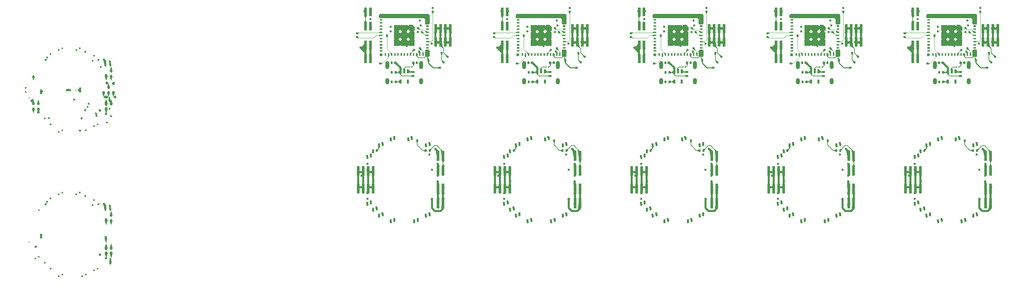
<source format=gbr>
%TF.GenerationSoftware,KiCad,Pcbnew,8.0.2-1*%
%TF.CreationDate,2025-04-11T08:57:20-07:00*%
%TF.ProjectId,Small_Pendant,536d616c-6c5f-4506-956e-64616e742e6b,rev?*%
%TF.SameCoordinates,Original*%
%TF.FileFunction,Copper,L4,Bot*%
%TF.FilePolarity,Positive*%
%FSLAX46Y46*%
G04 Gerber Fmt 4.6, Leading zero omitted, Abs format (unit mm)*
G04 Created by KiCad (PCBNEW 8.0.2-1) date 2025-04-11 08:57:20*
%MOMM*%
%LPD*%
G01*
G04 APERTURE LIST*
G04 Aperture macros list*
%AMRoundRect*
0 Rectangle with rounded corners*
0 $1 Rounding radius*
0 $2 $3 $4 $5 $6 $7 $8 $9 X,Y pos of 4 corners*
0 Add a 4 corners polygon primitive as box body*
4,1,4,$2,$3,$4,$5,$6,$7,$8,$9,$2,$3,0*
0 Add four circle primitives for the rounded corners*
1,1,$1+$1,$2,$3*
1,1,$1+$1,$4,$5*
1,1,$1+$1,$6,$7*
1,1,$1+$1,$8,$9*
0 Add four rect primitives between the rounded corners*
20,1,$1+$1,$2,$3,$4,$5,0*
20,1,$1+$1,$4,$5,$6,$7,0*
20,1,$1+$1,$6,$7,$8,$9,0*
20,1,$1+$1,$8,$9,$2,$3,0*%
%AMFreePoly0*
4,1,14,0.765355,0.765355,0.780000,0.730000,0.780000,-0.720000,0.765355,-0.755355,0.730000,-0.770000,-0.120000,-0.770000,-0.155355,-0.755355,-0.755355,-0.155355,-0.770000,-0.120000,-0.770000,0.730000,-0.755355,0.765355,-0.720000,0.780000,0.730000,0.780000,0.765355,0.765355,0.765355,0.765355,$1*%
G04 Aperture macros list end*
%TA.AperFunction,NonConductor*%
%ADD10C,0.200000*%
%TD*%
%TA.AperFunction,SMDPad,CuDef*%
%ADD11RoundRect,0.140000X0.140000X0.170000X-0.140000X0.170000X-0.140000X-0.170000X0.140000X-0.170000X0*%
%TD*%
%TA.AperFunction,SMDPad,CuDef*%
%ADD12R,0.500000X0.500000*%
%TD*%
%TA.AperFunction,SMDPad,CuDef*%
%ADD13RoundRect,0.190000X0.190000X1.060000X-0.190000X1.060000X-0.190000X-1.060000X0.190000X-1.060000X0*%
%TD*%
%TA.AperFunction,SMDPad,CuDef*%
%ADD14RoundRect,0.185000X0.185000X-0.915000X0.185000X0.915000X-0.185000X0.915000X-0.185000X-0.915000X0*%
%TD*%
%TA.AperFunction,SMDPad,CuDef*%
%ADD15RoundRect,0.185000X-0.185000X1.115000X-0.185000X-1.115000X0.185000X-1.115000X0.185000X1.115000X0*%
%TD*%
%TA.AperFunction,SMDPad,CuDef*%
%ADD16RoundRect,0.140000X-0.140000X-0.170000X0.140000X-0.170000X0.140000X0.170000X-0.140000X0.170000X0*%
%TD*%
%TA.AperFunction,SMDPad,CuDef*%
%ADD17RoundRect,0.185000X-0.185000X0.915000X-0.185000X-0.915000X0.185000X-0.915000X0.185000X0.915000X0*%
%TD*%
%TA.AperFunction,SMDPad,CuDef*%
%ADD18RoundRect,0.135000X0.185000X-0.135000X0.185000X0.135000X-0.185000X0.135000X-0.185000X-0.135000X0*%
%TD*%
%TA.AperFunction,SMDPad,CuDef*%
%ADD19R,0.200000X0.350000*%
%TD*%
%TA.AperFunction,SMDPad,CuDef*%
%ADD20RoundRect,0.135000X0.135000X0.185000X-0.135000X0.185000X-0.135000X-0.185000X0.135000X-0.185000X0*%
%TD*%
%TA.AperFunction,SMDPad,CuDef*%
%ADD21R,0.620000X1.100000*%
%TD*%
%TA.AperFunction,SMDPad,CuDef*%
%ADD22R,0.800000X0.400000*%
%TD*%
%TA.AperFunction,SMDPad,CuDef*%
%ADD23R,0.400000X0.800000*%
%TD*%
%TA.AperFunction,SMDPad,CuDef*%
%ADD24R,1.450000X1.450000*%
%TD*%
%TA.AperFunction,SMDPad,CuDef*%
%ADD25FreePoly0,180.000000*%
%TD*%
%TA.AperFunction,SMDPad,CuDef*%
%ADD26R,0.700000X0.700000*%
%TD*%
%TA.AperFunction,ComponentPad*%
%ADD27O,1.000000X2.100000*%
%TD*%
%TA.AperFunction,ComponentPad*%
%ADD28O,1.000000X1.600000*%
%TD*%
%TA.AperFunction,ViaPad*%
%ADD29C,0.600000*%
%TD*%
%TA.AperFunction,Conductor*%
%ADD30C,0.500000*%
%TD*%
%TA.AperFunction,Conductor*%
%ADD31C,0.200000*%
%TD*%
%TA.AperFunction,Conductor*%
%ADD32C,0.150000*%
%TD*%
%TA.AperFunction,Conductor*%
%ADD33C,0.100000*%
%TD*%
%TA.AperFunction,Conductor*%
%ADD34C,0.250000*%
%TD*%
G04 APERTURE END LIST*
D10*
X169900000Y-44000000D02*
X169200000Y-43300000D01*
X169900000Y-42600000D01*
X169900000Y-44000000D01*
%TA.AperFunction,NonConductor*%
G36*
X169900000Y-44000000D02*
G01*
X169200000Y-43300000D01*
X169900000Y-42600000D01*
X169900000Y-44000000D01*
G37*
%TD.AperFunction*%
X134900000Y-44000000D02*
X134200000Y-43300000D01*
X134900000Y-42600000D01*
X134900000Y-44000000D01*
%TA.AperFunction,NonConductor*%
G36*
X134900000Y-44000000D02*
G01*
X134200000Y-43300000D01*
X134900000Y-42600000D01*
X134900000Y-44000000D01*
G37*
%TD.AperFunction*%
X99900000Y-44000000D02*
X99200000Y-43300000D01*
X99900000Y-42600000D01*
X99900000Y-44000000D01*
%TA.AperFunction,NonConductor*%
G36*
X99900000Y-44000000D02*
G01*
X99200000Y-43300000D01*
X99900000Y-42600000D01*
X99900000Y-44000000D01*
G37*
%TD.AperFunction*%
X64900000Y-44000000D02*
X64200000Y-43300000D01*
X64900000Y-42600000D01*
X64900000Y-44000000D01*
%TA.AperFunction,NonConductor*%
G36*
X64900000Y-44000000D02*
G01*
X64200000Y-43300000D01*
X64900000Y-42600000D01*
X64900000Y-44000000D01*
G37*
%TD.AperFunction*%
X29900000Y-44000000D02*
X29200000Y-43300000D01*
X29900000Y-42600000D01*
X29900000Y-44000000D01*
%TA.AperFunction,NonConductor*%
G36*
X29900000Y-44000000D02*
G01*
X29200000Y-43300000D01*
X29900000Y-42600000D01*
X29900000Y-44000000D01*
G37*
%TD.AperFunction*%
D11*
%TO.P,C9,1*%
%TO.N,N/C*%
X177780000Y-51900000D03*
%TO.P,C9,2*%
X176820000Y-51900000D03*
%TD*%
D12*
%TO.P,TP4,1,1*%
%TO.N,N/C*%
X191100000Y-45500000D03*
%TD*%
D13*
%TO.P,J7,1,Pin_1*%
%TO.N,N/C*%
X172000000Y-79250000D03*
%TO.P,J7,2,Pin_2*%
X172000000Y-74750000D03*
%TO.P,J7,3,Pin_3*%
X170730000Y-79250000D03*
%TO.P,J7,4,Pin_4*%
X170730000Y-74750000D03*
%TO.P,J7,5,Pin_5*%
X169460000Y-79250000D03*
%TO.P,J7,6,Pin_6*%
X169460000Y-74750000D03*
%TO.P,J7,7,Pin_7*%
X168190000Y-79250000D03*
%TO.P,J7,8,Pin_8*%
X168190000Y-74750000D03*
%TD*%
D11*
%TO.P,C25,1*%
%TO.N,N/C*%
X183480000Y-87500000D03*
%TO.P,C25,2*%
X182520000Y-87500000D03*
%TD*%
D14*
%TO.P,J3,1,Pin_1*%
%TO.N,N/C*%
X171330000Y-46000000D03*
%TO.P,J3,2,Pin_2*%
X171330000Y-42400000D03*
%TO.P,J3,3,Pin_3*%
X170070000Y-46000000D03*
%TO.P,J3,4,Pin_4*%
X170070000Y-42400000D03*
%TD*%
D15*
%TO.P,J6,1,Pin_1*%
%TO.N,N/C*%
X188670000Y-79300000D03*
%TO.P,J6,2,Pin_2*%
X188670000Y-83100000D03*
%TO.P,J6,3,Pin_3*%
X189930000Y-79300000D03*
%TO.P,J6,4,Pin_4*%
X189930000Y-83100000D03*
%TD*%
D12*
%TO.P,TP1,1,1*%
%TO.N,N/C*%
X167900000Y-39500000D03*
%TD*%
D11*
%TO.P,C8,1*%
%TO.N,N/C*%
X177780000Y-49500000D03*
%TO.P,C8,2*%
X176820000Y-49500000D03*
%TD*%
%TO.P,C24,1*%
%TO.N,N/C*%
X177480000Y-87500000D03*
%TO.P,C24,2*%
X176520000Y-87500000D03*
%TD*%
D12*
%TO.P,TP5,1,1*%
%TO.N,N/C*%
X189100000Y-48300000D03*
%TD*%
%TO.P,TP2,1,1*%
%TO.N,N/C*%
X167900000Y-40400000D03*
%TD*%
D16*
%TO.P,C18,1*%
%TO.N,N/C*%
X173520000Y-68000000D03*
%TO.P,C18,2*%
X174480000Y-68000000D03*
%TD*%
D15*
%TO.P,J5,1,Pin_1*%
%TO.N,N/C*%
X188670000Y-70900000D03*
%TO.P,J5,2,Pin_2*%
X188670000Y-74700000D03*
%TO.P,J5,3,Pin_3*%
X189930000Y-70900000D03*
%TO.P,J5,4,Pin_4*%
X189930000Y-74700000D03*
%TD*%
D17*
%TO.P,J4,1,Pin_1*%
%TO.N,N/C*%
X188000000Y-38200000D03*
%TO.P,J4,2,Pin_2*%
X188000000Y-41800000D03*
%TO.P,J4,3,Pin_3*%
X189270000Y-38200000D03*
%TO.P,J4,4,Pin_4*%
X189270000Y-41800000D03*
%TO.P,J4,5,Pin_5*%
X190530000Y-38200000D03*
%TO.P,J4,6,Pin_6*%
X190530000Y-41800000D03*
%TO.P,J4,7,Pin_7*%
X191800000Y-38200000D03*
%TO.P,J4,8,Pin_8*%
X191800000Y-41800000D03*
%TD*%
D18*
%TO.P,R7,1*%
%TO.N,N/C*%
X182300000Y-50410000D03*
%TO.P,R7,2*%
X182300000Y-49390000D03*
%TD*%
D11*
%TO.P,C19,1*%
%TO.N,N/C*%
X172980000Y-69500000D03*
%TO.P,C19,2*%
X172020000Y-69500000D03*
%TD*%
D16*
%TO.P,C26,1*%
%TO.N,N/C*%
X185520000Y-86000000D03*
%TO.P,C26,2*%
X186480000Y-86000000D03*
%TD*%
%TO.P,C23,1*%
%TO.N,N/C*%
X173520000Y-86000000D03*
%TO.P,C23,2*%
X174480000Y-86000000D03*
%TD*%
D19*
%TO.P,D2,1,K*%
%TO.N,N/C*%
X181800000Y-48100000D03*
%TO.P,D2,2,A*%
X181340000Y-48100000D03*
%TD*%
D20*
%TO.P,R12,1*%
%TO.N,N/C*%
X186510000Y-69500000D03*
%TO.P,R12,2*%
X185490000Y-69500000D03*
%TD*%
D16*
%TO.P,C20,1*%
%TO.N,N/C*%
X170520000Y-71000000D03*
%TO.P,C20,2*%
X171480000Y-71000000D03*
%TD*%
D11*
%TO.P,C15,1*%
%TO.N,N/C*%
X177730000Y-46990000D03*
%TO.P,C15,2*%
X176770000Y-46990000D03*
%TD*%
%TO.P,C22,1*%
%TO.N,N/C*%
X172980000Y-84500000D03*
%TO.P,C22,2*%
X172020000Y-84500000D03*
%TD*%
D14*
%TO.P,J2,1,Pin_1*%
%TO.N,N/C*%
X171330000Y-34000000D03*
%TO.P,J2,2,Pin_2*%
X171330000Y-37600000D03*
%TO.P,J2,3,Pin_3*%
X170070000Y-34000000D03*
%TO.P,J2,4,Pin_4*%
X170070000Y-37600000D03*
%TD*%
D16*
%TO.P,C27,1*%
%TO.N,N/C*%
X185520000Y-68000000D03*
%TO.P,C27,2*%
X186480000Y-68000000D03*
%TD*%
%TO.P,C16,1*%
%TO.N,N/C*%
X182270000Y-46990000D03*
%TO.P,C16,2*%
X183230000Y-46990000D03*
%TD*%
D12*
%TO.P,TP3,1,1*%
%TO.N,N/C*%
X190100000Y-46900000D03*
%TD*%
D21*
%TO.P,U2,1,VIN*%
%TO.N,N/C*%
X179050000Y-49200000D03*
%TO.P,U2,2,GND*%
X180000000Y-49200000D03*
%TO.P,U2,3,EN*%
X180950000Y-49200000D03*
%TO.P,U2,4,NC*%
X180950000Y-51800000D03*
%TO.P,U2,5,VOUT*%
X179050000Y-51800000D03*
%TD*%
D11*
%TO.P,C28,1*%
%TO.N,N/C*%
X181980000Y-66500000D03*
%TO.P,C28,2*%
X181020000Y-66500000D03*
%TD*%
D16*
%TO.P,C21,1*%
%TO.N,N/C*%
X170520000Y-83000000D03*
%TO.P,C21,2*%
X171480000Y-83000000D03*
%TD*%
D11*
%TO.P,C17,1*%
%TO.N,N/C*%
X177480000Y-66500000D03*
%TO.P,C17,2*%
X176520000Y-66500000D03*
%TD*%
D22*
%TO.P,U1,1,GND*%
%TO.N,N/C*%
X185900000Y-36000000D03*
%TO.P,U1,2,GND*%
X185900000Y-36800000D03*
%TO.P,U1,3,3V3*%
X185900000Y-37600000D03*
%TO.P,U1,4,NC*%
X185900000Y-38400000D03*
%TO.P,U1,5,GPIO2/ADC1_CH2*%
X185900000Y-39200000D03*
%TO.P,U1,6,GPIO3/ADC1_CH3*%
X185900000Y-40000000D03*
%TO.P,U1,7,NC*%
X185900000Y-40800000D03*
%TO.P,U1,8,EN/CHIP_PU*%
X185900000Y-41600000D03*
%TO.P,U1,9,NC*%
X185900000Y-42400000D03*
%TO.P,U1,10,NC*%
X185900000Y-43200000D03*
%TO.P,U1,11,GND*%
X185900000Y-44000000D03*
D23*
%TO.P,U1,12,GPIO0/ADC1_CH0/XTAL_32K_P*%
X184800000Y-44900000D03*
%TO.P,U1,13,GPIO1/ADC1_CH1/XTAL_32K_N*%
X184000000Y-44900000D03*
%TO.P,U1,14,GND*%
X183200000Y-44900000D03*
%TO.P,U1,15,NC*%
X182400000Y-44900000D03*
%TO.P,U1,16,GPIO10*%
X181600000Y-44900000D03*
%TO.P,U1,17,NC*%
X180800000Y-44900000D03*
%TO.P,U1,18,GPIO4/ADC1_CH4*%
X180000000Y-44900000D03*
%TO.P,U1,19,GPIO5/ADC2_CH0*%
X179200000Y-44900000D03*
%TO.P,U1,20,GPIO6*%
X178400000Y-44900000D03*
%TO.P,U1,21,GPIO7*%
X177600000Y-44900000D03*
%TO.P,U1,22,GPIO8*%
X176800000Y-44900000D03*
%TO.P,U1,23,GPIO9*%
X176000000Y-44900000D03*
%TO.P,U1,24,NC*%
X175200000Y-44900000D03*
D22*
%TO.P,U1,25,NC*%
X174100000Y-44000000D03*
%TO.P,U1,26,GPIO18/USB_D-*%
X174100000Y-43200000D03*
%TO.P,U1,27,GPIO19/USB_D+*%
X174100000Y-42400000D03*
%TO.P,U1,28,NC*%
X174100000Y-41600000D03*
%TO.P,U1,29,NC*%
X174100000Y-40800000D03*
%TO.P,U1,30,GPIO20/U0RXD*%
X174100000Y-40000000D03*
%TO.P,U1,31,GPIO21/U0TXD*%
X174100000Y-39200000D03*
%TO.P,U1,32,NC*%
X174100000Y-38400000D03*
%TO.P,U1,33,NC*%
X174100000Y-37600000D03*
%TO.P,U1,34,NC*%
X174100000Y-36800000D03*
%TO.P,U1,35,NC*%
X174100000Y-36000000D03*
D23*
%TO.P,U1,36,GND*%
X175200000Y-35100000D03*
%TO.P,U1,37,GND*%
X176000000Y-35100000D03*
%TO.P,U1,38,GND*%
X176800000Y-35100000D03*
%TO.P,U1,39,GND*%
X177600000Y-35100000D03*
%TO.P,U1,40,GND*%
X178400000Y-35100000D03*
%TO.P,U1,41,GND*%
X179200000Y-35100000D03*
%TO.P,U1,42,GND*%
X180000000Y-35100000D03*
%TO.P,U1,43,GND*%
X180800000Y-35100000D03*
%TO.P,U1,44,GND*%
X181600000Y-35100000D03*
%TO.P,U1,45,GND*%
X182400000Y-35100000D03*
%TO.P,U1,46,GND*%
X183200000Y-35100000D03*
%TO.P,U1,47,GND*%
X184000000Y-35100000D03*
%TO.P,U1,48,GND*%
X184800000Y-35100000D03*
D24*
%TO.P,U1,49,GND*%
X178030000Y-38030000D03*
X178030000Y-40000000D03*
X178030000Y-41980000D03*
X180000000Y-38030000D03*
X180000000Y-40000000D03*
X180000000Y-41980000D03*
D25*
X181980000Y-38020000D03*
D24*
X181980000Y-40000000D03*
X181980000Y-41980000D03*
D26*
%TO.P,U1,50,GND*%
X174050000Y-35050000D03*
%TO.P,U1,51,GND*%
X174050000Y-44950000D03*
%TO.P,U1,52,GND*%
X185950000Y-44950000D03*
%TO.P,U1,53,GND*%
X185950000Y-35050000D03*
%TD*%
D27*
%TO.P,J1,S1,SHIELD*%
%TO.N,N/C*%
X175680000Y-47590000D03*
%TO.P,J1,S2,SHIELD*%
X184320000Y-47590000D03*
D28*
%TO.P,J1,S3,SHIELD*%
X184320000Y-51770000D03*
%TO.P,J1,S4,SHIELD*%
X175680000Y-51770000D03*
%TD*%
D11*
%TO.P,C9,1*%
%TO.N,N/C*%
X142780000Y-51900000D03*
%TO.P,C9,2*%
X141820000Y-51900000D03*
%TD*%
D12*
%TO.P,TP4,1,1*%
%TO.N,N/C*%
X156100000Y-45500000D03*
%TD*%
D13*
%TO.P,J7,1,Pin_1*%
%TO.N,N/C*%
X137000000Y-79250000D03*
%TO.P,J7,2,Pin_2*%
X137000000Y-74750000D03*
%TO.P,J7,3,Pin_3*%
X135730000Y-79250000D03*
%TO.P,J7,4,Pin_4*%
X135730000Y-74750000D03*
%TO.P,J7,5,Pin_5*%
X134460000Y-79250000D03*
%TO.P,J7,6,Pin_6*%
X134460000Y-74750000D03*
%TO.P,J7,7,Pin_7*%
X133190000Y-79250000D03*
%TO.P,J7,8,Pin_8*%
X133190000Y-74750000D03*
%TD*%
D11*
%TO.P,C25,1*%
%TO.N,N/C*%
X148480000Y-87500000D03*
%TO.P,C25,2*%
X147520000Y-87500000D03*
%TD*%
D14*
%TO.P,J3,1,Pin_1*%
%TO.N,N/C*%
X136330000Y-46000000D03*
%TO.P,J3,2,Pin_2*%
X136330000Y-42400000D03*
%TO.P,J3,3,Pin_3*%
X135070000Y-46000000D03*
%TO.P,J3,4,Pin_4*%
X135070000Y-42400000D03*
%TD*%
D15*
%TO.P,J6,1,Pin_1*%
%TO.N,N/C*%
X153670000Y-79300000D03*
%TO.P,J6,2,Pin_2*%
X153670000Y-83100000D03*
%TO.P,J6,3,Pin_3*%
X154930000Y-79300000D03*
%TO.P,J6,4,Pin_4*%
X154930000Y-83100000D03*
%TD*%
D12*
%TO.P,TP1,1,1*%
%TO.N,N/C*%
X132900000Y-39500000D03*
%TD*%
D11*
%TO.P,C8,1*%
%TO.N,N/C*%
X142780000Y-49500000D03*
%TO.P,C8,2*%
X141820000Y-49500000D03*
%TD*%
%TO.P,C24,1*%
%TO.N,N/C*%
X142480000Y-87500000D03*
%TO.P,C24,2*%
X141520000Y-87500000D03*
%TD*%
D12*
%TO.P,TP5,1,1*%
%TO.N,N/C*%
X154100000Y-48300000D03*
%TD*%
%TO.P,TP2,1,1*%
%TO.N,N/C*%
X132900000Y-40400000D03*
%TD*%
D16*
%TO.P,C18,1*%
%TO.N,N/C*%
X138520000Y-68000000D03*
%TO.P,C18,2*%
X139480000Y-68000000D03*
%TD*%
D15*
%TO.P,J5,1,Pin_1*%
%TO.N,N/C*%
X153670000Y-70900000D03*
%TO.P,J5,2,Pin_2*%
X153670000Y-74700000D03*
%TO.P,J5,3,Pin_3*%
X154930000Y-70900000D03*
%TO.P,J5,4,Pin_4*%
X154930000Y-74700000D03*
%TD*%
D17*
%TO.P,J4,1,Pin_1*%
%TO.N,N/C*%
X153000000Y-38200000D03*
%TO.P,J4,2,Pin_2*%
X153000000Y-41800000D03*
%TO.P,J4,3,Pin_3*%
X154270000Y-38200000D03*
%TO.P,J4,4,Pin_4*%
X154270000Y-41800000D03*
%TO.P,J4,5,Pin_5*%
X155530000Y-38200000D03*
%TO.P,J4,6,Pin_6*%
X155530000Y-41800000D03*
%TO.P,J4,7,Pin_7*%
X156800000Y-38200000D03*
%TO.P,J4,8,Pin_8*%
X156800000Y-41800000D03*
%TD*%
D18*
%TO.P,R7,1*%
%TO.N,N/C*%
X147300000Y-50410000D03*
%TO.P,R7,2*%
X147300000Y-49390000D03*
%TD*%
D11*
%TO.P,C19,1*%
%TO.N,N/C*%
X137980000Y-69500000D03*
%TO.P,C19,2*%
X137020000Y-69500000D03*
%TD*%
D16*
%TO.P,C26,1*%
%TO.N,N/C*%
X150520000Y-86000000D03*
%TO.P,C26,2*%
X151480000Y-86000000D03*
%TD*%
%TO.P,C23,1*%
%TO.N,N/C*%
X138520000Y-86000000D03*
%TO.P,C23,2*%
X139480000Y-86000000D03*
%TD*%
D19*
%TO.P,D2,1,K*%
%TO.N,N/C*%
X146800000Y-48100000D03*
%TO.P,D2,2,A*%
X146340000Y-48100000D03*
%TD*%
D20*
%TO.P,R12,1*%
%TO.N,N/C*%
X151510000Y-69500000D03*
%TO.P,R12,2*%
X150490000Y-69500000D03*
%TD*%
D16*
%TO.P,C20,1*%
%TO.N,N/C*%
X135520000Y-71000000D03*
%TO.P,C20,2*%
X136480000Y-71000000D03*
%TD*%
D11*
%TO.P,C15,1*%
%TO.N,N/C*%
X142730000Y-46990000D03*
%TO.P,C15,2*%
X141770000Y-46990000D03*
%TD*%
%TO.P,C22,1*%
%TO.N,N/C*%
X137980000Y-84500000D03*
%TO.P,C22,2*%
X137020000Y-84500000D03*
%TD*%
D14*
%TO.P,J2,1,Pin_1*%
%TO.N,N/C*%
X136330000Y-34000000D03*
%TO.P,J2,2,Pin_2*%
X136330000Y-37600000D03*
%TO.P,J2,3,Pin_3*%
X135070000Y-34000000D03*
%TO.P,J2,4,Pin_4*%
X135070000Y-37600000D03*
%TD*%
D16*
%TO.P,C27,1*%
%TO.N,N/C*%
X150520000Y-68000000D03*
%TO.P,C27,2*%
X151480000Y-68000000D03*
%TD*%
%TO.P,C16,1*%
%TO.N,N/C*%
X147270000Y-46990000D03*
%TO.P,C16,2*%
X148230000Y-46990000D03*
%TD*%
D12*
%TO.P,TP3,1,1*%
%TO.N,N/C*%
X155100000Y-46900000D03*
%TD*%
D21*
%TO.P,U2,1,VIN*%
%TO.N,N/C*%
X144050000Y-49200000D03*
%TO.P,U2,2,GND*%
X145000000Y-49200000D03*
%TO.P,U2,3,EN*%
X145950000Y-49200000D03*
%TO.P,U2,4,NC*%
X145950000Y-51800000D03*
%TO.P,U2,5,VOUT*%
X144050000Y-51800000D03*
%TD*%
D11*
%TO.P,C28,1*%
%TO.N,N/C*%
X146980000Y-66500000D03*
%TO.P,C28,2*%
X146020000Y-66500000D03*
%TD*%
D16*
%TO.P,C21,1*%
%TO.N,N/C*%
X135520000Y-83000000D03*
%TO.P,C21,2*%
X136480000Y-83000000D03*
%TD*%
D11*
%TO.P,C17,1*%
%TO.N,N/C*%
X142480000Y-66500000D03*
%TO.P,C17,2*%
X141520000Y-66500000D03*
%TD*%
D22*
%TO.P,U1,1,GND*%
%TO.N,N/C*%
X150900000Y-36000000D03*
%TO.P,U1,2,GND*%
X150900000Y-36800000D03*
%TO.P,U1,3,3V3*%
X150900000Y-37600000D03*
%TO.P,U1,4,NC*%
X150900000Y-38400000D03*
%TO.P,U1,5,GPIO2/ADC1_CH2*%
X150900000Y-39200000D03*
%TO.P,U1,6,GPIO3/ADC1_CH3*%
X150900000Y-40000000D03*
%TO.P,U1,7,NC*%
X150900000Y-40800000D03*
%TO.P,U1,8,EN/CHIP_PU*%
X150900000Y-41600000D03*
%TO.P,U1,9,NC*%
X150900000Y-42400000D03*
%TO.P,U1,10,NC*%
X150900000Y-43200000D03*
%TO.P,U1,11,GND*%
X150900000Y-44000000D03*
D23*
%TO.P,U1,12,GPIO0/ADC1_CH0/XTAL_32K_P*%
X149800000Y-44900000D03*
%TO.P,U1,13,GPIO1/ADC1_CH1/XTAL_32K_N*%
X149000000Y-44900000D03*
%TO.P,U1,14,GND*%
X148200000Y-44900000D03*
%TO.P,U1,15,NC*%
X147400000Y-44900000D03*
%TO.P,U1,16,GPIO10*%
X146600000Y-44900000D03*
%TO.P,U1,17,NC*%
X145800000Y-44900000D03*
%TO.P,U1,18,GPIO4/ADC1_CH4*%
X145000000Y-44900000D03*
%TO.P,U1,19,GPIO5/ADC2_CH0*%
X144200000Y-44900000D03*
%TO.P,U1,20,GPIO6*%
X143400000Y-44900000D03*
%TO.P,U1,21,GPIO7*%
X142600000Y-44900000D03*
%TO.P,U1,22,GPIO8*%
X141800000Y-44900000D03*
%TO.P,U1,23,GPIO9*%
X141000000Y-44900000D03*
%TO.P,U1,24,NC*%
X140200000Y-44900000D03*
D22*
%TO.P,U1,25,NC*%
X139100000Y-44000000D03*
%TO.P,U1,26,GPIO18/USB_D-*%
X139100000Y-43200000D03*
%TO.P,U1,27,GPIO19/USB_D+*%
X139100000Y-42400000D03*
%TO.P,U1,28,NC*%
X139100000Y-41600000D03*
%TO.P,U1,29,NC*%
X139100000Y-40800000D03*
%TO.P,U1,30,GPIO20/U0RXD*%
X139100000Y-40000000D03*
%TO.P,U1,31,GPIO21/U0TXD*%
X139100000Y-39200000D03*
%TO.P,U1,32,NC*%
X139100000Y-38400000D03*
%TO.P,U1,33,NC*%
X139100000Y-37600000D03*
%TO.P,U1,34,NC*%
X139100000Y-36800000D03*
%TO.P,U1,35,NC*%
X139100000Y-36000000D03*
D23*
%TO.P,U1,36,GND*%
X140200000Y-35100000D03*
%TO.P,U1,37,GND*%
X141000000Y-35100000D03*
%TO.P,U1,38,GND*%
X141800000Y-35100000D03*
%TO.P,U1,39,GND*%
X142600000Y-35100000D03*
%TO.P,U1,40,GND*%
X143400000Y-35100000D03*
%TO.P,U1,41,GND*%
X144200000Y-35100000D03*
%TO.P,U1,42,GND*%
X145000000Y-35100000D03*
%TO.P,U1,43,GND*%
X145800000Y-35100000D03*
%TO.P,U1,44,GND*%
X146600000Y-35100000D03*
%TO.P,U1,45,GND*%
X147400000Y-35100000D03*
%TO.P,U1,46,GND*%
X148200000Y-35100000D03*
%TO.P,U1,47,GND*%
X149000000Y-35100000D03*
%TO.P,U1,48,GND*%
X149800000Y-35100000D03*
D24*
%TO.P,U1,49,GND*%
X143030000Y-38030000D03*
X143030000Y-40000000D03*
X143030000Y-41980000D03*
X145000000Y-38030000D03*
X145000000Y-40000000D03*
X145000000Y-41980000D03*
D25*
X146980000Y-38020000D03*
D24*
X146980000Y-40000000D03*
X146980000Y-41980000D03*
D26*
%TO.P,U1,50,GND*%
X139050000Y-35050000D03*
%TO.P,U1,51,GND*%
X139050000Y-44950000D03*
%TO.P,U1,52,GND*%
X150950000Y-44950000D03*
%TO.P,U1,53,GND*%
X150950000Y-35050000D03*
%TD*%
D27*
%TO.P,J1,S1,SHIELD*%
%TO.N,N/C*%
X140680000Y-47590000D03*
%TO.P,J1,S2,SHIELD*%
X149320000Y-47590000D03*
D28*
%TO.P,J1,S3,SHIELD*%
X149320000Y-51770000D03*
%TO.P,J1,S4,SHIELD*%
X140680000Y-51770000D03*
%TD*%
D11*
%TO.P,C9,1*%
%TO.N,N/C*%
X107780000Y-51900000D03*
%TO.P,C9,2*%
X106820000Y-51900000D03*
%TD*%
D12*
%TO.P,TP4,1,1*%
%TO.N,N/C*%
X121100000Y-45500000D03*
%TD*%
D13*
%TO.P,J7,1,Pin_1*%
%TO.N,N/C*%
X102000000Y-79250000D03*
%TO.P,J7,2,Pin_2*%
X102000000Y-74750000D03*
%TO.P,J7,3,Pin_3*%
X100730000Y-79250000D03*
%TO.P,J7,4,Pin_4*%
X100730000Y-74750000D03*
%TO.P,J7,5,Pin_5*%
X99460000Y-79250000D03*
%TO.P,J7,6,Pin_6*%
X99460000Y-74750000D03*
%TO.P,J7,7,Pin_7*%
X98190000Y-79250000D03*
%TO.P,J7,8,Pin_8*%
X98190000Y-74750000D03*
%TD*%
D11*
%TO.P,C25,1*%
%TO.N,N/C*%
X113480000Y-87500000D03*
%TO.P,C25,2*%
X112520000Y-87500000D03*
%TD*%
D14*
%TO.P,J3,1,Pin_1*%
%TO.N,N/C*%
X101330000Y-46000000D03*
%TO.P,J3,2,Pin_2*%
X101330000Y-42400000D03*
%TO.P,J3,3,Pin_3*%
X100070000Y-46000000D03*
%TO.P,J3,4,Pin_4*%
X100070000Y-42400000D03*
%TD*%
D15*
%TO.P,J6,1,Pin_1*%
%TO.N,N/C*%
X118670000Y-79300000D03*
%TO.P,J6,2,Pin_2*%
X118670000Y-83100000D03*
%TO.P,J6,3,Pin_3*%
X119930000Y-79300000D03*
%TO.P,J6,4,Pin_4*%
X119930000Y-83100000D03*
%TD*%
D12*
%TO.P,TP1,1,1*%
%TO.N,N/C*%
X97900000Y-39500000D03*
%TD*%
D11*
%TO.P,C8,1*%
%TO.N,N/C*%
X107780000Y-49500000D03*
%TO.P,C8,2*%
X106820000Y-49500000D03*
%TD*%
%TO.P,C24,1*%
%TO.N,N/C*%
X107480000Y-87500000D03*
%TO.P,C24,2*%
X106520000Y-87500000D03*
%TD*%
D12*
%TO.P,TP5,1,1*%
%TO.N,N/C*%
X119100000Y-48300000D03*
%TD*%
%TO.P,TP2,1,1*%
%TO.N,N/C*%
X97900000Y-40400000D03*
%TD*%
D16*
%TO.P,C18,1*%
%TO.N,N/C*%
X103520000Y-68000000D03*
%TO.P,C18,2*%
X104480000Y-68000000D03*
%TD*%
D15*
%TO.P,J5,1,Pin_1*%
%TO.N,N/C*%
X118670000Y-70900000D03*
%TO.P,J5,2,Pin_2*%
X118670000Y-74700000D03*
%TO.P,J5,3,Pin_3*%
X119930000Y-70900000D03*
%TO.P,J5,4,Pin_4*%
X119930000Y-74700000D03*
%TD*%
D17*
%TO.P,J4,1,Pin_1*%
%TO.N,N/C*%
X118000000Y-38200000D03*
%TO.P,J4,2,Pin_2*%
X118000000Y-41800000D03*
%TO.P,J4,3,Pin_3*%
X119270000Y-38200000D03*
%TO.P,J4,4,Pin_4*%
X119270000Y-41800000D03*
%TO.P,J4,5,Pin_5*%
X120530000Y-38200000D03*
%TO.P,J4,6,Pin_6*%
X120530000Y-41800000D03*
%TO.P,J4,7,Pin_7*%
X121800000Y-38200000D03*
%TO.P,J4,8,Pin_8*%
X121800000Y-41800000D03*
%TD*%
D18*
%TO.P,R7,1*%
%TO.N,N/C*%
X112300000Y-50410000D03*
%TO.P,R7,2*%
X112300000Y-49390000D03*
%TD*%
D11*
%TO.P,C19,1*%
%TO.N,N/C*%
X102980000Y-69500000D03*
%TO.P,C19,2*%
X102020000Y-69500000D03*
%TD*%
D16*
%TO.P,C26,1*%
%TO.N,N/C*%
X115520000Y-86000000D03*
%TO.P,C26,2*%
X116480000Y-86000000D03*
%TD*%
%TO.P,C23,1*%
%TO.N,N/C*%
X103520000Y-86000000D03*
%TO.P,C23,2*%
X104480000Y-86000000D03*
%TD*%
D19*
%TO.P,D2,1,K*%
%TO.N,N/C*%
X111800000Y-48100000D03*
%TO.P,D2,2,A*%
X111340000Y-48100000D03*
%TD*%
D20*
%TO.P,R12,1*%
%TO.N,N/C*%
X116510000Y-69500000D03*
%TO.P,R12,2*%
X115490000Y-69500000D03*
%TD*%
D16*
%TO.P,C20,1*%
%TO.N,N/C*%
X100520000Y-71000000D03*
%TO.P,C20,2*%
X101480000Y-71000000D03*
%TD*%
D11*
%TO.P,C15,1*%
%TO.N,N/C*%
X107730000Y-46990000D03*
%TO.P,C15,2*%
X106770000Y-46990000D03*
%TD*%
%TO.P,C22,1*%
%TO.N,N/C*%
X102980000Y-84500000D03*
%TO.P,C22,2*%
X102020000Y-84500000D03*
%TD*%
D14*
%TO.P,J2,1,Pin_1*%
%TO.N,N/C*%
X101330000Y-34000000D03*
%TO.P,J2,2,Pin_2*%
X101330000Y-37600000D03*
%TO.P,J2,3,Pin_3*%
X100070000Y-34000000D03*
%TO.P,J2,4,Pin_4*%
X100070000Y-37600000D03*
%TD*%
D16*
%TO.P,C27,1*%
%TO.N,N/C*%
X115520000Y-68000000D03*
%TO.P,C27,2*%
X116480000Y-68000000D03*
%TD*%
%TO.P,C16,1*%
%TO.N,N/C*%
X112270000Y-46990000D03*
%TO.P,C16,2*%
X113230000Y-46990000D03*
%TD*%
D12*
%TO.P,TP3,1,1*%
%TO.N,N/C*%
X120100000Y-46900000D03*
%TD*%
D21*
%TO.P,U2,1,VIN*%
%TO.N,N/C*%
X109050000Y-49200000D03*
%TO.P,U2,2,GND*%
X110000000Y-49200000D03*
%TO.P,U2,3,EN*%
X110950000Y-49200000D03*
%TO.P,U2,4,NC*%
X110950000Y-51800000D03*
%TO.P,U2,5,VOUT*%
X109050000Y-51800000D03*
%TD*%
D11*
%TO.P,C28,1*%
%TO.N,N/C*%
X111980000Y-66500000D03*
%TO.P,C28,2*%
X111020000Y-66500000D03*
%TD*%
D16*
%TO.P,C21,1*%
%TO.N,N/C*%
X100520000Y-83000000D03*
%TO.P,C21,2*%
X101480000Y-83000000D03*
%TD*%
D11*
%TO.P,C17,1*%
%TO.N,N/C*%
X107480000Y-66500000D03*
%TO.P,C17,2*%
X106520000Y-66500000D03*
%TD*%
D22*
%TO.P,U1,1,GND*%
%TO.N,N/C*%
X115900000Y-36000000D03*
%TO.P,U1,2,GND*%
X115900000Y-36800000D03*
%TO.P,U1,3,3V3*%
X115900000Y-37600000D03*
%TO.P,U1,4,NC*%
X115900000Y-38400000D03*
%TO.P,U1,5,GPIO2/ADC1_CH2*%
X115900000Y-39200000D03*
%TO.P,U1,6,GPIO3/ADC1_CH3*%
X115900000Y-40000000D03*
%TO.P,U1,7,NC*%
X115900000Y-40800000D03*
%TO.P,U1,8,EN/CHIP_PU*%
X115900000Y-41600000D03*
%TO.P,U1,9,NC*%
X115900000Y-42400000D03*
%TO.P,U1,10,NC*%
X115900000Y-43200000D03*
%TO.P,U1,11,GND*%
X115900000Y-44000000D03*
D23*
%TO.P,U1,12,GPIO0/ADC1_CH0/XTAL_32K_P*%
X114800000Y-44900000D03*
%TO.P,U1,13,GPIO1/ADC1_CH1/XTAL_32K_N*%
X114000000Y-44900000D03*
%TO.P,U1,14,GND*%
X113200000Y-44900000D03*
%TO.P,U1,15,NC*%
X112400000Y-44900000D03*
%TO.P,U1,16,GPIO10*%
X111600000Y-44900000D03*
%TO.P,U1,17,NC*%
X110800000Y-44900000D03*
%TO.P,U1,18,GPIO4/ADC1_CH4*%
X110000000Y-44900000D03*
%TO.P,U1,19,GPIO5/ADC2_CH0*%
X109200000Y-44900000D03*
%TO.P,U1,20,GPIO6*%
X108400000Y-44900000D03*
%TO.P,U1,21,GPIO7*%
X107600000Y-44900000D03*
%TO.P,U1,22,GPIO8*%
X106800000Y-44900000D03*
%TO.P,U1,23,GPIO9*%
X106000000Y-44900000D03*
%TO.P,U1,24,NC*%
X105200000Y-44900000D03*
D22*
%TO.P,U1,25,NC*%
X104100000Y-44000000D03*
%TO.P,U1,26,GPIO18/USB_D-*%
X104100000Y-43200000D03*
%TO.P,U1,27,GPIO19/USB_D+*%
X104100000Y-42400000D03*
%TO.P,U1,28,NC*%
X104100000Y-41600000D03*
%TO.P,U1,29,NC*%
X104100000Y-40800000D03*
%TO.P,U1,30,GPIO20/U0RXD*%
X104100000Y-40000000D03*
%TO.P,U1,31,GPIO21/U0TXD*%
X104100000Y-39200000D03*
%TO.P,U1,32,NC*%
X104100000Y-38400000D03*
%TO.P,U1,33,NC*%
X104100000Y-37600000D03*
%TO.P,U1,34,NC*%
X104100000Y-36800000D03*
%TO.P,U1,35,NC*%
X104100000Y-36000000D03*
D23*
%TO.P,U1,36,GND*%
X105200000Y-35100000D03*
%TO.P,U1,37,GND*%
X106000000Y-35100000D03*
%TO.P,U1,38,GND*%
X106800000Y-35100000D03*
%TO.P,U1,39,GND*%
X107600000Y-35100000D03*
%TO.P,U1,40,GND*%
X108400000Y-35100000D03*
%TO.P,U1,41,GND*%
X109200000Y-35100000D03*
%TO.P,U1,42,GND*%
X110000000Y-35100000D03*
%TO.P,U1,43,GND*%
X110800000Y-35100000D03*
%TO.P,U1,44,GND*%
X111600000Y-35100000D03*
%TO.P,U1,45,GND*%
X112400000Y-35100000D03*
%TO.P,U1,46,GND*%
X113200000Y-35100000D03*
%TO.P,U1,47,GND*%
X114000000Y-35100000D03*
%TO.P,U1,48,GND*%
X114800000Y-35100000D03*
D24*
%TO.P,U1,49,GND*%
X108030000Y-38030000D03*
X108030000Y-40000000D03*
X108030000Y-41980000D03*
X110000000Y-38030000D03*
X110000000Y-40000000D03*
X110000000Y-41980000D03*
D25*
X111980000Y-38020000D03*
D24*
X111980000Y-40000000D03*
X111980000Y-41980000D03*
D26*
%TO.P,U1,50,GND*%
X104050000Y-35050000D03*
%TO.P,U1,51,GND*%
X104050000Y-44950000D03*
%TO.P,U1,52,GND*%
X115950000Y-44950000D03*
%TO.P,U1,53,GND*%
X115950000Y-35050000D03*
%TD*%
D27*
%TO.P,J1,S1,SHIELD*%
%TO.N,N/C*%
X105680000Y-47590000D03*
%TO.P,J1,S2,SHIELD*%
X114320000Y-47590000D03*
D28*
%TO.P,J1,S3,SHIELD*%
X114320000Y-51770000D03*
%TO.P,J1,S4,SHIELD*%
X105680000Y-51770000D03*
%TD*%
D11*
%TO.P,C9,1*%
%TO.N,N/C*%
X72780000Y-51900000D03*
%TO.P,C9,2*%
X71820000Y-51900000D03*
%TD*%
D12*
%TO.P,TP4,1,1*%
%TO.N,N/C*%
X86100000Y-45500000D03*
%TD*%
D13*
%TO.P,J7,1,Pin_1*%
%TO.N,N/C*%
X67000000Y-79250000D03*
%TO.P,J7,2,Pin_2*%
X67000000Y-74750000D03*
%TO.P,J7,3,Pin_3*%
X65730000Y-79250000D03*
%TO.P,J7,4,Pin_4*%
X65730000Y-74750000D03*
%TO.P,J7,5,Pin_5*%
X64460000Y-79250000D03*
%TO.P,J7,6,Pin_6*%
X64460000Y-74750000D03*
%TO.P,J7,7,Pin_7*%
X63190000Y-79250000D03*
%TO.P,J7,8,Pin_8*%
X63190000Y-74750000D03*
%TD*%
D11*
%TO.P,C25,1*%
%TO.N,N/C*%
X78480000Y-87500000D03*
%TO.P,C25,2*%
X77520000Y-87500000D03*
%TD*%
D14*
%TO.P,J3,1,Pin_1*%
%TO.N,N/C*%
X66330000Y-46000000D03*
%TO.P,J3,2,Pin_2*%
X66330000Y-42400000D03*
%TO.P,J3,3,Pin_3*%
X65070000Y-46000000D03*
%TO.P,J3,4,Pin_4*%
X65070000Y-42400000D03*
%TD*%
D15*
%TO.P,J6,1,Pin_1*%
%TO.N,N/C*%
X83670000Y-79300000D03*
%TO.P,J6,2,Pin_2*%
X83670000Y-83100000D03*
%TO.P,J6,3,Pin_3*%
X84930000Y-79300000D03*
%TO.P,J6,4,Pin_4*%
X84930000Y-83100000D03*
%TD*%
D12*
%TO.P,TP1,1,1*%
%TO.N,N/C*%
X62900000Y-39500000D03*
%TD*%
D11*
%TO.P,C8,1*%
%TO.N,N/C*%
X72780000Y-49500000D03*
%TO.P,C8,2*%
X71820000Y-49500000D03*
%TD*%
%TO.P,C24,1*%
%TO.N,N/C*%
X72480000Y-87500000D03*
%TO.P,C24,2*%
X71520000Y-87500000D03*
%TD*%
D12*
%TO.P,TP5,1,1*%
%TO.N,N/C*%
X84100000Y-48300000D03*
%TD*%
%TO.P,TP2,1,1*%
%TO.N,N/C*%
X62900000Y-40400000D03*
%TD*%
D16*
%TO.P,C18,1*%
%TO.N,N/C*%
X68520000Y-68000000D03*
%TO.P,C18,2*%
X69480000Y-68000000D03*
%TD*%
D15*
%TO.P,J5,1,Pin_1*%
%TO.N,N/C*%
X83670000Y-70900000D03*
%TO.P,J5,2,Pin_2*%
X83670000Y-74700000D03*
%TO.P,J5,3,Pin_3*%
X84930000Y-70900000D03*
%TO.P,J5,4,Pin_4*%
X84930000Y-74700000D03*
%TD*%
D17*
%TO.P,J4,1,Pin_1*%
%TO.N,N/C*%
X83000000Y-38200000D03*
%TO.P,J4,2,Pin_2*%
X83000000Y-41800000D03*
%TO.P,J4,3,Pin_3*%
X84270000Y-38200000D03*
%TO.P,J4,4,Pin_4*%
X84270000Y-41800000D03*
%TO.P,J4,5,Pin_5*%
X85530000Y-38200000D03*
%TO.P,J4,6,Pin_6*%
X85530000Y-41800000D03*
%TO.P,J4,7,Pin_7*%
X86800000Y-38200000D03*
%TO.P,J4,8,Pin_8*%
X86800000Y-41800000D03*
%TD*%
D18*
%TO.P,R7,1*%
%TO.N,N/C*%
X77300000Y-50410000D03*
%TO.P,R7,2*%
X77300000Y-49390000D03*
%TD*%
D11*
%TO.P,C19,1*%
%TO.N,N/C*%
X67980000Y-69500000D03*
%TO.P,C19,2*%
X67020000Y-69500000D03*
%TD*%
D16*
%TO.P,C26,1*%
%TO.N,N/C*%
X80520000Y-86000000D03*
%TO.P,C26,2*%
X81480000Y-86000000D03*
%TD*%
%TO.P,C23,1*%
%TO.N,N/C*%
X68520000Y-86000000D03*
%TO.P,C23,2*%
X69480000Y-86000000D03*
%TD*%
D19*
%TO.P,D2,1,K*%
%TO.N,N/C*%
X76800000Y-48100000D03*
%TO.P,D2,2,A*%
X76340000Y-48100000D03*
%TD*%
D20*
%TO.P,R12,1*%
%TO.N,N/C*%
X81510000Y-69500000D03*
%TO.P,R12,2*%
X80490000Y-69500000D03*
%TD*%
D16*
%TO.P,C20,1*%
%TO.N,N/C*%
X65520000Y-71000000D03*
%TO.P,C20,2*%
X66480000Y-71000000D03*
%TD*%
D11*
%TO.P,C15,1*%
%TO.N,N/C*%
X72730000Y-46990000D03*
%TO.P,C15,2*%
X71770000Y-46990000D03*
%TD*%
%TO.P,C22,1*%
%TO.N,N/C*%
X67980000Y-84500000D03*
%TO.P,C22,2*%
X67020000Y-84500000D03*
%TD*%
D14*
%TO.P,J2,1,Pin_1*%
%TO.N,N/C*%
X66330000Y-34000000D03*
%TO.P,J2,2,Pin_2*%
X66330000Y-37600000D03*
%TO.P,J2,3,Pin_3*%
X65070000Y-34000000D03*
%TO.P,J2,4,Pin_4*%
X65070000Y-37600000D03*
%TD*%
D16*
%TO.P,C27,1*%
%TO.N,N/C*%
X80520000Y-68000000D03*
%TO.P,C27,2*%
X81480000Y-68000000D03*
%TD*%
%TO.P,C16,1*%
%TO.N,N/C*%
X77270000Y-46990000D03*
%TO.P,C16,2*%
X78230000Y-46990000D03*
%TD*%
D12*
%TO.P,TP3,1,1*%
%TO.N,N/C*%
X85100000Y-46900000D03*
%TD*%
D21*
%TO.P,U2,1,VIN*%
%TO.N,N/C*%
X74050000Y-49200000D03*
%TO.P,U2,2,GND*%
X75000000Y-49200000D03*
%TO.P,U2,3,EN*%
X75950000Y-49200000D03*
%TO.P,U2,4,NC*%
X75950000Y-51800000D03*
%TO.P,U2,5,VOUT*%
X74050000Y-51800000D03*
%TD*%
D11*
%TO.P,C28,1*%
%TO.N,N/C*%
X76980000Y-66500000D03*
%TO.P,C28,2*%
X76020000Y-66500000D03*
%TD*%
D16*
%TO.P,C21,1*%
%TO.N,N/C*%
X65520000Y-83000000D03*
%TO.P,C21,2*%
X66480000Y-83000000D03*
%TD*%
D11*
%TO.P,C17,1*%
%TO.N,N/C*%
X72480000Y-66500000D03*
%TO.P,C17,2*%
X71520000Y-66500000D03*
%TD*%
D22*
%TO.P,U1,1,GND*%
%TO.N,N/C*%
X80900000Y-36000000D03*
%TO.P,U1,2,GND*%
X80900000Y-36800000D03*
%TO.P,U1,3,3V3*%
X80900000Y-37600000D03*
%TO.P,U1,4,NC*%
X80900000Y-38400000D03*
%TO.P,U1,5,GPIO2/ADC1_CH2*%
X80900000Y-39200000D03*
%TO.P,U1,6,GPIO3/ADC1_CH3*%
X80900000Y-40000000D03*
%TO.P,U1,7,NC*%
X80900000Y-40800000D03*
%TO.P,U1,8,EN/CHIP_PU*%
X80900000Y-41600000D03*
%TO.P,U1,9,NC*%
X80900000Y-42400000D03*
%TO.P,U1,10,NC*%
X80900000Y-43200000D03*
%TO.P,U1,11,GND*%
X80900000Y-44000000D03*
D23*
%TO.P,U1,12,GPIO0/ADC1_CH0/XTAL_32K_P*%
X79800000Y-44900000D03*
%TO.P,U1,13,GPIO1/ADC1_CH1/XTAL_32K_N*%
X79000000Y-44900000D03*
%TO.P,U1,14,GND*%
X78200000Y-44900000D03*
%TO.P,U1,15,NC*%
X77400000Y-44900000D03*
%TO.P,U1,16,GPIO10*%
X76600000Y-44900000D03*
%TO.P,U1,17,NC*%
X75800000Y-44900000D03*
%TO.P,U1,18,GPIO4/ADC1_CH4*%
X75000000Y-44900000D03*
%TO.P,U1,19,GPIO5/ADC2_CH0*%
X74200000Y-44900000D03*
%TO.P,U1,20,GPIO6*%
X73400000Y-44900000D03*
%TO.P,U1,21,GPIO7*%
X72600000Y-44900000D03*
%TO.P,U1,22,GPIO8*%
X71800000Y-44900000D03*
%TO.P,U1,23,GPIO9*%
X71000000Y-44900000D03*
%TO.P,U1,24,NC*%
X70200000Y-44900000D03*
D22*
%TO.P,U1,25,NC*%
X69100000Y-44000000D03*
%TO.P,U1,26,GPIO18/USB_D-*%
X69100000Y-43200000D03*
%TO.P,U1,27,GPIO19/USB_D+*%
X69100000Y-42400000D03*
%TO.P,U1,28,NC*%
X69100000Y-41600000D03*
%TO.P,U1,29,NC*%
X69100000Y-40800000D03*
%TO.P,U1,30,GPIO20/U0RXD*%
X69100000Y-40000000D03*
%TO.P,U1,31,GPIO21/U0TXD*%
X69100000Y-39200000D03*
%TO.P,U1,32,NC*%
X69100000Y-38400000D03*
%TO.P,U1,33,NC*%
X69100000Y-37600000D03*
%TO.P,U1,34,NC*%
X69100000Y-36800000D03*
%TO.P,U1,35,NC*%
X69100000Y-36000000D03*
D23*
%TO.P,U1,36,GND*%
X70200000Y-35100000D03*
%TO.P,U1,37,GND*%
X71000000Y-35100000D03*
%TO.P,U1,38,GND*%
X71800000Y-35100000D03*
%TO.P,U1,39,GND*%
X72600000Y-35100000D03*
%TO.P,U1,40,GND*%
X73400000Y-35100000D03*
%TO.P,U1,41,GND*%
X74200000Y-35100000D03*
%TO.P,U1,42,GND*%
X75000000Y-35100000D03*
%TO.P,U1,43,GND*%
X75800000Y-35100000D03*
%TO.P,U1,44,GND*%
X76600000Y-35100000D03*
%TO.P,U1,45,GND*%
X77400000Y-35100000D03*
%TO.P,U1,46,GND*%
X78200000Y-35100000D03*
%TO.P,U1,47,GND*%
X79000000Y-35100000D03*
%TO.P,U1,48,GND*%
X79800000Y-35100000D03*
D24*
%TO.P,U1,49,GND*%
X73030000Y-38030000D03*
X73030000Y-40000000D03*
X73030000Y-41980000D03*
X75000000Y-38030000D03*
X75000000Y-40000000D03*
X75000000Y-41980000D03*
D25*
X76980000Y-38020000D03*
D24*
X76980000Y-40000000D03*
X76980000Y-41980000D03*
D26*
%TO.P,U1,50,GND*%
X69050000Y-35050000D03*
%TO.P,U1,51,GND*%
X69050000Y-44950000D03*
%TO.P,U1,52,GND*%
X80950000Y-44950000D03*
%TO.P,U1,53,GND*%
X80950000Y-35050000D03*
%TD*%
D27*
%TO.P,J1,S1,SHIELD*%
%TO.N,N/C*%
X70680000Y-47590000D03*
%TO.P,J1,S2,SHIELD*%
X79320000Y-47590000D03*
D28*
%TO.P,J1,S3,SHIELD*%
X79320000Y-51770000D03*
%TO.P,J1,S4,SHIELD*%
X70680000Y-51770000D03*
%TD*%
D11*
%TO.P,C9,1*%
%TO.N,N/C*%
X37780000Y-51900000D03*
%TO.P,C9,2*%
X36820000Y-51900000D03*
%TD*%
D12*
%TO.P,TP4,1,1*%
%TO.N,N/C*%
X51100000Y-45500000D03*
%TD*%
D13*
%TO.P,J7,1,Pin_1*%
%TO.N,N/C*%
X32000000Y-79250000D03*
%TO.P,J7,2,Pin_2*%
X32000000Y-74750000D03*
%TO.P,J7,3,Pin_3*%
X30730000Y-79250000D03*
%TO.P,J7,4,Pin_4*%
X30730000Y-74750000D03*
%TO.P,J7,5,Pin_5*%
X29460000Y-79250000D03*
%TO.P,J7,6,Pin_6*%
X29460000Y-74750000D03*
%TO.P,J7,7,Pin_7*%
X28190000Y-79250000D03*
%TO.P,J7,8,Pin_8*%
X28190000Y-74750000D03*
%TD*%
D11*
%TO.P,C25,1*%
%TO.N,N/C*%
X43480000Y-87500000D03*
%TO.P,C25,2*%
X42520000Y-87500000D03*
%TD*%
D14*
%TO.P,J3,1,Pin_1*%
%TO.N,N/C*%
X31330000Y-46000000D03*
%TO.P,J3,2,Pin_2*%
X31330000Y-42400000D03*
%TO.P,J3,3,Pin_3*%
X30070000Y-46000000D03*
%TO.P,J3,4,Pin_4*%
X30070000Y-42400000D03*
%TD*%
D15*
%TO.P,J6,1,Pin_1*%
%TO.N,N/C*%
X48670000Y-79300000D03*
%TO.P,J6,2,Pin_2*%
X48670000Y-83100000D03*
%TO.P,J6,3,Pin_3*%
X49930000Y-79300000D03*
%TO.P,J6,4,Pin_4*%
X49930000Y-83100000D03*
%TD*%
D12*
%TO.P,TP1,1,1*%
%TO.N,N/C*%
X27900000Y-39500000D03*
%TD*%
D11*
%TO.P,C8,1*%
%TO.N,N/C*%
X37780000Y-49500000D03*
%TO.P,C8,2*%
X36820000Y-49500000D03*
%TD*%
%TO.P,C24,1*%
%TO.N,N/C*%
X37480000Y-87500000D03*
%TO.P,C24,2*%
X36520000Y-87500000D03*
%TD*%
D12*
%TO.P,TP5,1,1*%
%TO.N,N/C*%
X49100000Y-48300000D03*
%TD*%
%TO.P,TP2,1,1*%
%TO.N,N/C*%
X27900000Y-40400000D03*
%TD*%
D16*
%TO.P,C18,1*%
%TO.N,N/C*%
X33520000Y-68000000D03*
%TO.P,C18,2*%
X34480000Y-68000000D03*
%TD*%
D15*
%TO.P,J5,1,Pin_1*%
%TO.N,N/C*%
X48670000Y-70900000D03*
%TO.P,J5,2,Pin_2*%
X48670000Y-74700000D03*
%TO.P,J5,3,Pin_3*%
X49930000Y-70900000D03*
%TO.P,J5,4,Pin_4*%
X49930000Y-74700000D03*
%TD*%
D17*
%TO.P,J4,1,Pin_1*%
%TO.N,N/C*%
X48000000Y-38200000D03*
%TO.P,J4,2,Pin_2*%
X48000000Y-41800000D03*
%TO.P,J4,3,Pin_3*%
X49270000Y-38200000D03*
%TO.P,J4,4,Pin_4*%
X49270000Y-41800000D03*
%TO.P,J4,5,Pin_5*%
X50530000Y-38200000D03*
%TO.P,J4,6,Pin_6*%
X50530000Y-41800000D03*
%TO.P,J4,7,Pin_7*%
X51800000Y-38200000D03*
%TO.P,J4,8,Pin_8*%
X51800000Y-41800000D03*
%TD*%
D18*
%TO.P,R7,1*%
%TO.N,N/C*%
X42300000Y-50410000D03*
%TO.P,R7,2*%
X42300000Y-49390000D03*
%TD*%
D11*
%TO.P,C19,1*%
%TO.N,N/C*%
X32980000Y-69500000D03*
%TO.P,C19,2*%
X32020000Y-69500000D03*
%TD*%
D16*
%TO.P,C26,1*%
%TO.N,N/C*%
X45520000Y-86000000D03*
%TO.P,C26,2*%
X46480000Y-86000000D03*
%TD*%
%TO.P,C23,1*%
%TO.N,N/C*%
X33520000Y-86000000D03*
%TO.P,C23,2*%
X34480000Y-86000000D03*
%TD*%
D19*
%TO.P,D2,1,K*%
%TO.N,N/C*%
X41800000Y-48100000D03*
%TO.P,D2,2,A*%
X41340000Y-48100000D03*
%TD*%
D20*
%TO.P,R12,1*%
%TO.N,N/C*%
X46510000Y-69500000D03*
%TO.P,R12,2*%
X45490000Y-69500000D03*
%TD*%
D16*
%TO.P,C20,1*%
%TO.N,N/C*%
X30520000Y-71000000D03*
%TO.P,C20,2*%
X31480000Y-71000000D03*
%TD*%
D11*
%TO.P,C15,1*%
%TO.N,N/C*%
X37730000Y-46990000D03*
%TO.P,C15,2*%
X36770000Y-46990000D03*
%TD*%
%TO.P,C22,1*%
%TO.N,N/C*%
X32980000Y-84500000D03*
%TO.P,C22,2*%
X32020000Y-84500000D03*
%TD*%
D14*
%TO.P,J2,1,Pin_1*%
%TO.N,N/C*%
X31330000Y-34000000D03*
%TO.P,J2,2,Pin_2*%
X31330000Y-37600000D03*
%TO.P,J2,3,Pin_3*%
X30070000Y-34000000D03*
%TO.P,J2,4,Pin_4*%
X30070000Y-37600000D03*
%TD*%
D16*
%TO.P,C27,1*%
%TO.N,N/C*%
X45520000Y-68000000D03*
%TO.P,C27,2*%
X46480000Y-68000000D03*
%TD*%
%TO.P,C16,1*%
%TO.N,N/C*%
X42270000Y-46990000D03*
%TO.P,C16,2*%
X43230000Y-46990000D03*
%TD*%
D12*
%TO.P,TP3,1,1*%
%TO.N,N/C*%
X50100000Y-46900000D03*
%TD*%
D21*
%TO.P,U2,1,VIN*%
%TO.N,N/C*%
X39050000Y-49200000D03*
%TO.P,U2,2,GND*%
X40000000Y-49200000D03*
%TO.P,U2,3,EN*%
X40950000Y-49200000D03*
%TO.P,U2,4,NC*%
X40950000Y-51800000D03*
%TO.P,U2,5,VOUT*%
X39050000Y-51800000D03*
%TD*%
D11*
%TO.P,C28,1*%
%TO.N,N/C*%
X41980000Y-66500000D03*
%TO.P,C28,2*%
X41020000Y-66500000D03*
%TD*%
D16*
%TO.P,C21,1*%
%TO.N,N/C*%
X30520000Y-83000000D03*
%TO.P,C21,2*%
X31480000Y-83000000D03*
%TD*%
D11*
%TO.P,C17,1*%
%TO.N,N/C*%
X37480000Y-66500000D03*
%TO.P,C17,2*%
X36520000Y-66500000D03*
%TD*%
D22*
%TO.P,U1,1,GND*%
%TO.N,N/C*%
X45900000Y-36000000D03*
%TO.P,U1,2,GND*%
X45900000Y-36800000D03*
%TO.P,U1,3,3V3*%
X45900000Y-37600000D03*
%TO.P,U1,4,NC*%
X45900000Y-38400000D03*
%TO.P,U1,5,GPIO2/ADC1_CH2*%
X45900000Y-39200000D03*
%TO.P,U1,6,GPIO3/ADC1_CH3*%
X45900000Y-40000000D03*
%TO.P,U1,7,NC*%
X45900000Y-40800000D03*
%TO.P,U1,8,EN/CHIP_PU*%
X45900000Y-41600000D03*
%TO.P,U1,9,NC*%
X45900000Y-42400000D03*
%TO.P,U1,10,NC*%
X45900000Y-43200000D03*
%TO.P,U1,11,GND*%
X45900000Y-44000000D03*
D23*
%TO.P,U1,12,GPIO0/ADC1_CH0/XTAL_32K_P*%
X44800000Y-44900000D03*
%TO.P,U1,13,GPIO1/ADC1_CH1/XTAL_32K_N*%
X44000000Y-44900000D03*
%TO.P,U1,14,GND*%
X43200000Y-44900000D03*
%TO.P,U1,15,NC*%
X42400000Y-44900000D03*
%TO.P,U1,16,GPIO10*%
X41600000Y-44900000D03*
%TO.P,U1,17,NC*%
X40800000Y-44900000D03*
%TO.P,U1,18,GPIO4/ADC1_CH4*%
X40000000Y-44900000D03*
%TO.P,U1,19,GPIO5/ADC2_CH0*%
X39200000Y-44900000D03*
%TO.P,U1,20,GPIO6*%
X38400000Y-44900000D03*
%TO.P,U1,21,GPIO7*%
X37600000Y-44900000D03*
%TO.P,U1,22,GPIO8*%
X36800000Y-44900000D03*
%TO.P,U1,23,GPIO9*%
X36000000Y-44900000D03*
%TO.P,U1,24,NC*%
X35200000Y-44900000D03*
D22*
%TO.P,U1,25,NC*%
X34100000Y-44000000D03*
%TO.P,U1,26,GPIO18/USB_D-*%
X34100000Y-43200000D03*
%TO.P,U1,27,GPIO19/USB_D+*%
X34100000Y-42400000D03*
%TO.P,U1,28,NC*%
X34100000Y-41600000D03*
%TO.P,U1,29,NC*%
X34100000Y-40800000D03*
%TO.P,U1,30,GPIO20/U0RXD*%
X34100000Y-40000000D03*
%TO.P,U1,31,GPIO21/U0TXD*%
X34100000Y-39200000D03*
%TO.P,U1,32,NC*%
X34100000Y-38400000D03*
%TO.P,U1,33,NC*%
X34100000Y-37600000D03*
%TO.P,U1,34,NC*%
X34100000Y-36800000D03*
%TO.P,U1,35,NC*%
X34100000Y-36000000D03*
D23*
%TO.P,U1,36,GND*%
X35200000Y-35100000D03*
%TO.P,U1,37,GND*%
X36000000Y-35100000D03*
%TO.P,U1,38,GND*%
X36800000Y-35100000D03*
%TO.P,U1,39,GND*%
X37600000Y-35100000D03*
%TO.P,U1,40,GND*%
X38400000Y-35100000D03*
%TO.P,U1,41,GND*%
X39200000Y-35100000D03*
%TO.P,U1,42,GND*%
X40000000Y-35100000D03*
%TO.P,U1,43,GND*%
X40800000Y-35100000D03*
%TO.P,U1,44,GND*%
X41600000Y-35100000D03*
%TO.P,U1,45,GND*%
X42400000Y-35100000D03*
%TO.P,U1,46,GND*%
X43200000Y-35100000D03*
%TO.P,U1,47,GND*%
X44000000Y-35100000D03*
%TO.P,U1,48,GND*%
X44800000Y-35100000D03*
D24*
%TO.P,U1,49,GND*%
X38030000Y-38030000D03*
X38030000Y-40000000D03*
X38030000Y-41980000D03*
X40000000Y-38030000D03*
X40000000Y-40000000D03*
X40000000Y-41980000D03*
D25*
X41980000Y-38020000D03*
D24*
X41980000Y-40000000D03*
X41980000Y-41980000D03*
D26*
%TO.P,U1,50,GND*%
X34050000Y-35050000D03*
%TO.P,U1,51,GND*%
X34050000Y-44950000D03*
%TO.P,U1,52,GND*%
X45950000Y-44950000D03*
%TO.P,U1,53,GND*%
X45950000Y-35050000D03*
%TD*%
D27*
%TO.P,J1,S1,SHIELD*%
%TO.N,N/C*%
X35680000Y-47590000D03*
%TO.P,J1,S2,SHIELD*%
X44320000Y-47590000D03*
D28*
%TO.P,J1,S3,SHIELD*%
X44320000Y-51770000D03*
%TO.P,J1,S4,SHIELD*%
X35680000Y-51770000D03*
%TD*%
D29*
%TO.N,*%
X177600000Y-46990000D03*
X171550000Y-33800000D03*
X187075000Y-74425000D03*
X185575000Y-86425000D03*
X187925000Y-69075000D03*
X188575000Y-80425000D03*
X172925000Y-84075000D03*
X170575000Y-83425000D03*
X170575000Y-74425000D03*
X170575000Y-80425000D03*
X185575000Y-68425000D03*
X188575000Y-71425000D03*
X181825000Y-66075000D03*
X173575000Y-68425000D03*
X177425000Y-87075000D03*
X188575000Y-83425000D03*
X188575000Y-77425000D03*
X177425000Y-66075000D03*
X173575000Y-86425000D03*
X170575000Y-71425000D03*
X172075000Y-77425000D03*
X183425000Y-87075000D03*
X176575000Y-87925000D03*
X172075000Y-69925000D03*
X190075000Y-78925000D03*
X169075000Y-78925000D03*
X187075000Y-81925000D03*
X170575000Y-72925000D03*
X186425000Y-85575000D03*
X171425000Y-82575000D03*
X186425000Y-70575000D03*
X171425000Y-70575000D03*
X181075000Y-66925000D03*
X186425000Y-67575000D03*
X170575000Y-81925000D03*
X188575000Y-75925000D03*
X176575000Y-66925000D03*
X188575000Y-72925000D03*
X172075000Y-84925000D03*
X169075000Y-75925000D03*
X182575000Y-87925000D03*
X174425000Y-85575000D03*
X174425000Y-67575000D03*
X173800000Y-47200000D03*
X182500000Y-43700000D03*
X183800000Y-44100000D03*
X184500000Y-39110000D03*
X183500000Y-38090000D03*
X169850000Y-33800000D03*
X187300000Y-33880000D03*
X184000000Y-43318199D03*
X175600000Y-40000000D03*
X185900000Y-37600000D03*
X179050000Y-51637500D03*
X189550000Y-44500000D03*
X176500000Y-38980000D03*
X183500000Y-39110000D03*
X184190000Y-37460000D03*
X171350000Y-35850000D03*
X187000000Y-42100000D03*
X174100000Y-42400000D03*
X174100000Y-43200000D03*
X184000000Y-36200000D03*
X179000000Y-40000000D03*
X176500000Y-37800000D03*
X190335000Y-38200000D03*
X176820000Y-51900000D03*
X176800000Y-46990000D03*
X171335000Y-37600000D03*
X180680000Y-42700000D03*
X174050000Y-44950000D03*
X168820000Y-43100000D03*
X186200000Y-46300000D03*
X177700000Y-41000000D03*
X187300000Y-32920000D03*
X180000000Y-40800000D03*
X181000000Y-40000000D03*
X190335000Y-41800000D03*
X174050000Y-35050000D03*
X180000000Y-49062500D03*
X176820000Y-49500000D03*
X183200000Y-46990000D03*
X185950000Y-35050000D03*
X180000000Y-39200000D03*
X181975000Y-40000000D03*
X183200000Y-44900000D03*
X183325000Y-66925000D03*
X182400000Y-46990000D03*
X189300000Y-39900000D03*
X171335000Y-46000000D03*
X142600000Y-46990000D03*
X136550000Y-33800000D03*
X152075000Y-74425000D03*
X150575000Y-86425000D03*
X152925000Y-69075000D03*
X153575000Y-80425000D03*
X137925000Y-84075000D03*
X135575000Y-83425000D03*
X135575000Y-74425000D03*
X135575000Y-80425000D03*
X150575000Y-68425000D03*
X153575000Y-71425000D03*
X146825000Y-66075000D03*
X138575000Y-68425000D03*
X142425000Y-87075000D03*
X153575000Y-83425000D03*
X153575000Y-77425000D03*
X142425000Y-66075000D03*
X138575000Y-86425000D03*
X135575000Y-71425000D03*
X137075000Y-77425000D03*
X148425000Y-87075000D03*
X141575000Y-87925000D03*
X137075000Y-69925000D03*
X155075000Y-78925000D03*
X134075000Y-78925000D03*
X152075000Y-81925000D03*
X135575000Y-72925000D03*
X151425000Y-85575000D03*
X136425000Y-82575000D03*
X151425000Y-70575000D03*
X136425000Y-70575000D03*
X146075000Y-66925000D03*
X151425000Y-67575000D03*
X135575000Y-81925000D03*
X153575000Y-75925000D03*
X141575000Y-66925000D03*
X153575000Y-72925000D03*
X137075000Y-84925000D03*
X134075000Y-75925000D03*
X147575000Y-87925000D03*
X139425000Y-85575000D03*
X139425000Y-67575000D03*
X138800000Y-47200000D03*
X147500000Y-43700000D03*
X148800000Y-44100000D03*
X149500000Y-39110000D03*
X148500000Y-38090000D03*
X134850000Y-33800000D03*
X152300000Y-33880000D03*
X149000000Y-43318199D03*
X140600000Y-40000000D03*
X150900000Y-37600000D03*
X144050000Y-51637500D03*
X154550000Y-44500000D03*
X141500000Y-38980000D03*
X148500000Y-39110000D03*
X149190000Y-37460000D03*
X136350000Y-35850000D03*
X152000000Y-42100000D03*
X139100000Y-42400000D03*
X139100000Y-43200000D03*
X149000000Y-36200000D03*
X144000000Y-40000000D03*
X141500000Y-37800000D03*
X155335000Y-38200000D03*
X141820000Y-51900000D03*
X141800000Y-46990000D03*
X136335000Y-37600000D03*
X145680000Y-42700000D03*
X139050000Y-44950000D03*
X133820000Y-43100000D03*
X151200000Y-46300000D03*
X142700000Y-41000000D03*
X152300000Y-32920000D03*
X145000000Y-40800000D03*
X146000000Y-40000000D03*
X155335000Y-41800000D03*
X139050000Y-35050000D03*
X145000000Y-49062500D03*
X141820000Y-49500000D03*
X148200000Y-46990000D03*
X150950000Y-35050000D03*
X145000000Y-39200000D03*
X146975000Y-40000000D03*
X148200000Y-44900000D03*
X148325000Y-66925000D03*
X147400000Y-46990000D03*
X154300000Y-39900000D03*
X136335000Y-46000000D03*
X107600000Y-46990000D03*
X101550000Y-33800000D03*
X117075000Y-74425000D03*
X115575000Y-86425000D03*
X117925000Y-69075000D03*
X118575000Y-80425000D03*
X102925000Y-84075000D03*
X100575000Y-83425000D03*
X100575000Y-74425000D03*
X100575000Y-80425000D03*
X115575000Y-68425000D03*
X118575000Y-71425000D03*
X111825000Y-66075000D03*
X103575000Y-68425000D03*
X107425000Y-87075000D03*
X118575000Y-83425000D03*
X118575000Y-77425000D03*
X107425000Y-66075000D03*
X103575000Y-86425000D03*
X100575000Y-71425000D03*
X102075000Y-77425000D03*
X113425000Y-87075000D03*
X106575000Y-87925000D03*
X102075000Y-69925000D03*
X120075000Y-78925000D03*
X99075000Y-78925000D03*
X117075000Y-81925000D03*
X100575000Y-72925000D03*
X116425000Y-85575000D03*
X101425000Y-82575000D03*
X116425000Y-70575000D03*
X101425000Y-70575000D03*
X111075000Y-66925000D03*
X116425000Y-67575000D03*
X100575000Y-81925000D03*
X118575000Y-75925000D03*
X106575000Y-66925000D03*
X118575000Y-72925000D03*
X102075000Y-84925000D03*
X99075000Y-75925000D03*
X112575000Y-87925000D03*
X104425000Y-85575000D03*
X104425000Y-67575000D03*
X103800000Y-47200000D03*
X112500000Y-43700000D03*
X113800000Y-44100000D03*
X114500000Y-39110000D03*
X113500000Y-38090000D03*
X99850000Y-33800000D03*
X117300000Y-33880000D03*
X114000000Y-43318199D03*
X105600000Y-40000000D03*
X115900000Y-37600000D03*
X109050000Y-51637500D03*
X119550000Y-44500000D03*
X106500000Y-38980000D03*
X113500000Y-39110000D03*
X114190000Y-37460000D03*
X101350000Y-35850000D03*
X117000000Y-42100000D03*
X104100000Y-42400000D03*
X104100000Y-43200000D03*
X114000000Y-36200000D03*
X109000000Y-40000000D03*
X106500000Y-37800000D03*
X120335000Y-38200000D03*
X106820000Y-51900000D03*
X106800000Y-46990000D03*
X101335000Y-37600000D03*
X110680000Y-42700000D03*
X104050000Y-44950000D03*
X98820000Y-43100000D03*
X116200000Y-46300000D03*
X107700000Y-41000000D03*
X117300000Y-32920000D03*
X110000000Y-40800000D03*
X111000000Y-40000000D03*
X120335000Y-41800000D03*
X104050000Y-35050000D03*
X110000000Y-49062500D03*
X106820000Y-49500000D03*
X113200000Y-46990000D03*
X115950000Y-35050000D03*
X110000000Y-39200000D03*
X111975000Y-40000000D03*
X113200000Y-44900000D03*
X113325000Y-66925000D03*
X112400000Y-46990000D03*
X119300000Y-39900000D03*
X101335000Y-46000000D03*
X72600000Y-46990000D03*
X66550000Y-33800000D03*
X82075000Y-74425000D03*
X80575000Y-86425000D03*
X82925000Y-69075000D03*
X83575000Y-80425000D03*
X67925000Y-84075000D03*
X65575000Y-83425000D03*
X65575000Y-74425000D03*
X65575000Y-80425000D03*
X80575000Y-68425000D03*
X83575000Y-71425000D03*
X76825000Y-66075000D03*
X68575000Y-68425000D03*
X72425000Y-87075000D03*
X83575000Y-83425000D03*
X83575000Y-77425000D03*
X72425000Y-66075000D03*
X68575000Y-86425000D03*
X65575000Y-71425000D03*
X67075000Y-77425000D03*
X78425000Y-87075000D03*
X71575000Y-87925000D03*
X67075000Y-69925000D03*
X85075000Y-78925000D03*
X64075000Y-78925000D03*
X82075000Y-81925000D03*
X65575000Y-72925000D03*
X81425000Y-85575000D03*
X66425000Y-82575000D03*
X81425000Y-70575000D03*
X66425000Y-70575000D03*
X76075000Y-66925000D03*
X81425000Y-67575000D03*
X65575000Y-81925000D03*
X83575000Y-75925000D03*
X71575000Y-66925000D03*
X83575000Y-72925000D03*
X67075000Y-84925000D03*
X64075000Y-75925000D03*
X77575000Y-87925000D03*
X69425000Y-85575000D03*
X69425000Y-67575000D03*
X68800000Y-47200000D03*
X77500000Y-43700000D03*
X78800000Y-44100000D03*
X79500000Y-39110000D03*
X78500000Y-38090000D03*
X64850000Y-33800000D03*
X82300000Y-33880000D03*
X79000000Y-43318199D03*
X70600000Y-40000000D03*
X80900000Y-37600000D03*
X74050000Y-51637500D03*
X84550000Y-44500000D03*
X71500000Y-38980000D03*
X78500000Y-39110000D03*
X79190000Y-37460000D03*
X66350000Y-35850000D03*
X82000000Y-42100000D03*
X69100000Y-42400000D03*
X69100000Y-43200000D03*
X79000000Y-36200000D03*
X74000000Y-40000000D03*
X71500000Y-37800000D03*
X85335000Y-38200000D03*
X71820000Y-51900000D03*
X71800000Y-46990000D03*
X66335000Y-37600000D03*
X75680000Y-42700000D03*
X69050000Y-44950000D03*
X63820000Y-43100000D03*
X81200000Y-46300000D03*
X72700000Y-41000000D03*
X82300000Y-32920000D03*
X75000000Y-40800000D03*
X76000000Y-40000000D03*
X85335000Y-41800000D03*
X69050000Y-35050000D03*
X75000000Y-49062500D03*
X71820000Y-49500000D03*
X78200000Y-46990000D03*
X80950000Y-35050000D03*
X75000000Y-39200000D03*
X76975000Y-40000000D03*
X78200000Y-44900000D03*
X78325000Y-66925000D03*
X77400000Y-46990000D03*
X84300000Y-39900000D03*
X66335000Y-46000000D03*
X31550000Y-33800000D03*
X47075000Y-74425000D03*
X45575000Y-86425000D03*
X47925000Y-69075000D03*
X48575000Y-80425000D03*
X32925000Y-84075000D03*
X30575000Y-83425000D03*
X30575000Y-74425000D03*
X30575000Y-80425000D03*
X45575000Y-68425000D03*
X48575000Y-71425000D03*
X41825000Y-66075000D03*
X33575000Y-68425000D03*
X37425000Y-87075000D03*
X48575000Y-83425000D03*
X48575000Y-77425000D03*
X37425000Y-66075000D03*
X33575000Y-86425000D03*
X30575000Y-71425000D03*
X32075000Y-77425000D03*
X43425000Y-87075000D03*
X36575000Y-87925000D03*
X32075000Y-69925000D03*
X50075000Y-78925000D03*
X29075000Y-78925000D03*
X47075000Y-81925000D03*
X30575000Y-72925000D03*
X46425000Y-85575000D03*
X31425000Y-82575000D03*
X46425000Y-70575000D03*
X31425000Y-70575000D03*
X41075000Y-66925000D03*
X46425000Y-67575000D03*
X30575000Y-81925000D03*
X48575000Y-75925000D03*
X36575000Y-66925000D03*
X48575000Y-72925000D03*
X32075000Y-84925000D03*
X29075000Y-75925000D03*
X42575000Y-87925000D03*
X34425000Y-85575000D03*
X34425000Y-67575000D03*
X33800000Y-47200000D03*
X42500000Y-43700000D03*
X43800000Y-44100000D03*
X44500000Y-39110000D03*
X43500000Y-38090000D03*
X29850000Y-33800000D03*
X47300000Y-33880000D03*
X44000000Y-43318199D03*
X35600000Y-40000000D03*
X45900000Y-37600000D03*
X39050000Y-51637500D03*
X49550000Y-44500000D03*
X36500000Y-38980000D03*
X43500000Y-39110000D03*
X44190000Y-37460000D03*
X31350000Y-35850000D03*
X47000000Y-42100000D03*
X34100000Y-42400000D03*
X34100000Y-43200000D03*
X44000000Y-36200000D03*
X39000000Y-40000000D03*
X36500000Y-37800000D03*
X50335000Y-38200000D03*
X36820000Y-51900000D03*
X36800000Y-46990000D03*
X31335000Y-37600000D03*
X40680000Y-42700000D03*
X34050000Y-44950000D03*
X28820000Y-43100000D03*
X46200000Y-46300000D03*
X37700000Y-41000000D03*
X47300000Y-32920000D03*
X40000000Y-40800000D03*
X41000000Y-40000000D03*
X50335000Y-41800000D03*
X34050000Y-35050000D03*
X40000000Y-49062500D03*
X36820000Y-49500000D03*
X43200000Y-46990000D03*
X45950000Y-35050000D03*
X40000000Y-39200000D03*
X41975000Y-40000000D03*
X43200000Y-44900000D03*
X43325000Y-66925000D03*
X42400000Y-46990000D03*
X49300000Y-39900000D03*
X31335000Y-46000000D03*
X37600000Y-46990000D03*
%TD*%
D30*
%TO.N,*%
X179050000Y-48310000D02*
X177730000Y-46990000D01*
D31*
X182000000Y-48100000D02*
X182400000Y-47700000D01*
D30*
X189300000Y-39900000D02*
X189265000Y-39935000D01*
D31*
X181800000Y-48100000D02*
X182000000Y-48100000D01*
D30*
X189265000Y-39865000D02*
X189300000Y-39900000D01*
X179050000Y-49362500D02*
X179050000Y-48310000D01*
X171550000Y-33800000D02*
X171535000Y-33800000D01*
X171535000Y-33800000D02*
X171335000Y-34000000D01*
X189265000Y-41800000D02*
X187995000Y-41800000D01*
X189265000Y-39935000D02*
X189265000Y-41800000D01*
D31*
X182300000Y-50410000D02*
X179435001Y-50410000D01*
D30*
X189265000Y-38200000D02*
X189265000Y-39865000D01*
D31*
X179050000Y-50024999D02*
X179050000Y-49362500D01*
X190100000Y-44500000D02*
X190100000Y-43400000D01*
X177780000Y-49500000D02*
X178912500Y-49500000D01*
D30*
X187995000Y-38200000D02*
X189265000Y-38200000D01*
D31*
X182400000Y-47700000D02*
X182400000Y-47020000D01*
X189265000Y-42565000D02*
X189265000Y-41800000D01*
X191100000Y-45500000D02*
X190100000Y-44500000D01*
X190100000Y-43400000D02*
X189265000Y-42565000D01*
X179435001Y-50410000D02*
X179050000Y-50024999D01*
D30*
X187995000Y-41800000D02*
X187995000Y-38200000D01*
X171335000Y-46000000D02*
X171335000Y-42400000D01*
D32*
X183325000Y-68125000D02*
X184700000Y-69500000D01*
X184700000Y-69500000D02*
X185490000Y-69500000D01*
X183325000Y-66925000D02*
X183325000Y-68125000D01*
D30*
X178025000Y-38025000D02*
X180000000Y-38025000D01*
X170065000Y-42400000D02*
X170065000Y-44345000D01*
X180000000Y-40000000D02*
X180000000Y-38025000D01*
X178025000Y-40000000D02*
X179000000Y-40000000D01*
D33*
X186900000Y-41600000D02*
X187300000Y-41200000D01*
D32*
X170065000Y-34015000D02*
X170065000Y-37600000D01*
D31*
X177780000Y-51900000D02*
X178787500Y-51900000D01*
X189550000Y-44500000D02*
X189550000Y-46350000D01*
X178787500Y-51600000D02*
X179050000Y-51337500D01*
D33*
X174000000Y-39300000D02*
X174100000Y-39200000D01*
X167900000Y-39500000D02*
X168100000Y-39300000D01*
X168100000Y-39300000D02*
X174000000Y-39300000D01*
D30*
X191805000Y-38200000D02*
X191805000Y-41800000D01*
D31*
X183200000Y-45300000D02*
X183200000Y-44900000D01*
D30*
X170065000Y-46000000D02*
X170065000Y-44345000D01*
X179000000Y-40000000D02*
X180000000Y-40000000D01*
X190535000Y-38200000D02*
X190535000Y-41800000D01*
D34*
X186200000Y-47100000D02*
X186200000Y-46300000D01*
D30*
X181975000Y-38025000D02*
X181975000Y-40000000D01*
X180000000Y-40000000D02*
X180000000Y-41975000D01*
D31*
X180300001Y-48100000D02*
X180000000Y-48400001D01*
D30*
X170065000Y-44345000D02*
X168820000Y-43100000D01*
X178025000Y-41975000D02*
X178025000Y-40000000D01*
D31*
X181340000Y-48100000D02*
X180300001Y-48100000D01*
X185950000Y-44950000D02*
X185200000Y-45700000D01*
D30*
X181975000Y-41975000D02*
X180000000Y-41975000D01*
X191805000Y-38200000D02*
X190535000Y-38200000D01*
X180000000Y-40000000D02*
X181975000Y-40000000D01*
D31*
X185200000Y-45700000D02*
X183600000Y-45700000D01*
D30*
X169365000Y-43100000D02*
X170065000Y-42400000D01*
X178025000Y-40000000D02*
X178025000Y-38025000D01*
D31*
X180680000Y-42655000D02*
X180000000Y-41975000D01*
D30*
X168820000Y-43100000D02*
X169365000Y-43100000D01*
D34*
X189100000Y-48300000D02*
X187400000Y-48300000D01*
D31*
X180680000Y-42700000D02*
X180680000Y-42655000D01*
D30*
X180000000Y-38025000D02*
X181975000Y-38025000D01*
D31*
X183600000Y-45700000D02*
X183200000Y-45300000D01*
D30*
X180000000Y-41975000D02*
X178025000Y-41975000D01*
X191805000Y-41800000D02*
X190535000Y-41800000D01*
D31*
X185950000Y-44950000D02*
X185950000Y-46050000D01*
D30*
X181975000Y-40000000D02*
X181975000Y-41975000D01*
D34*
X187400000Y-48300000D02*
X186200000Y-47100000D01*
D31*
X185950000Y-46050000D02*
X186200000Y-46300000D01*
X180000000Y-48400001D02*
X180000000Y-49062500D01*
D32*
X188400000Y-68300000D02*
X189935000Y-69835000D01*
X186510000Y-69500000D02*
X187710000Y-68300000D01*
X187710000Y-68300000D02*
X188400000Y-68300000D01*
X189935000Y-70850000D02*
X189935000Y-74750000D01*
X189935000Y-69835000D02*
X189935000Y-70850000D01*
D31*
X181980000Y-66500000D02*
X181980000Y-66230000D01*
X177425000Y-66445000D02*
X177480000Y-66500000D01*
X185520000Y-68000000D02*
X185575000Y-68055000D01*
X170575000Y-83425000D02*
X170575000Y-83055000D01*
X177425000Y-87075000D02*
X177425000Y-87445000D01*
X177425000Y-87445000D02*
X177480000Y-87500000D01*
X177425000Y-66075000D02*
X177425000Y-66445000D01*
D30*
X188575000Y-77425000D02*
X188575000Y-79160000D01*
D31*
X183480000Y-87500000D02*
X183480000Y-87130000D01*
D30*
X188575000Y-80425000D02*
X188665000Y-80335000D01*
X172005000Y-77495000D02*
X172075000Y-77425000D01*
X170735000Y-75050000D02*
X170735000Y-78950000D01*
X188665000Y-69815000D02*
X187925000Y-69075000D01*
X170735000Y-80265000D02*
X170575000Y-80425000D01*
D31*
X181980000Y-66230000D02*
X181825000Y-66075000D01*
D30*
X172005000Y-78950000D02*
X172005000Y-77495000D01*
D31*
X173575000Y-68905000D02*
X172980000Y-69500000D01*
X185575000Y-86425000D02*
X185575000Y-86055000D01*
X183480000Y-87130000D02*
X183425000Y-87075000D01*
D30*
X172075000Y-77425000D02*
X172005000Y-77355000D01*
D31*
X173575000Y-68425000D02*
X173575000Y-68905000D01*
X172980000Y-84130000D02*
X172925000Y-84075000D01*
D30*
X188665000Y-80335000D02*
X188665000Y-79250000D01*
X188665000Y-70850000D02*
X188665000Y-69815000D01*
D31*
X172980000Y-84500000D02*
X172980000Y-84130000D01*
X170575000Y-83055000D02*
X170520000Y-83000000D01*
X185575000Y-86055000D02*
X185520000Y-86000000D01*
D30*
X172005000Y-77355000D02*
X172005000Y-75050000D01*
X170735000Y-78950000D02*
X170735000Y-80265000D01*
D31*
X185575000Y-68055000D02*
X185575000Y-68425000D01*
D30*
X172005000Y-78950000D02*
X170735000Y-78950000D01*
X188665000Y-80515000D02*
X188575000Y-80425000D01*
D31*
X174425000Y-67945000D02*
X174480000Y-68000000D01*
X182575000Y-87555000D02*
X182520000Y-87500000D01*
D30*
X169465000Y-78950000D02*
X169465000Y-75050000D01*
D31*
X186480000Y-85630000D02*
X186425000Y-85575000D01*
X174425000Y-67575000D02*
X174425000Y-67945000D01*
X171480000Y-70630000D02*
X171425000Y-70575000D01*
X174425000Y-85945000D02*
X174480000Y-86000000D01*
X174425000Y-85575000D02*
X174425000Y-85945000D01*
X171425000Y-82945000D02*
X171480000Y-83000000D01*
D30*
X187800000Y-85000000D02*
X189300000Y-85000000D01*
X188665000Y-83150000D02*
X188665000Y-80515000D01*
D31*
X182575000Y-87925000D02*
X182575000Y-87555000D01*
D30*
X187075000Y-84275000D02*
X187800000Y-85000000D01*
D31*
X176575000Y-87925000D02*
X176575000Y-87555000D01*
X171480000Y-71000000D02*
X171480000Y-70630000D01*
X171425000Y-82575000D02*
X171425000Y-82945000D01*
D30*
X187075000Y-81925000D02*
X187075000Y-84275000D01*
D31*
X176575000Y-66925000D02*
X176575000Y-66555000D01*
D34*
X180950000Y-49362500D02*
X182272500Y-49362500D01*
D30*
X172005000Y-75050000D02*
X170735000Y-75050000D01*
D31*
X180975000Y-66925000D02*
X180975000Y-66545000D01*
X186480000Y-86000000D02*
X186480000Y-85630000D01*
D30*
X189935000Y-84365000D02*
X189935000Y-83150000D01*
X188665000Y-73015000D02*
X188575000Y-72925000D01*
X168195000Y-78950000D02*
X169465000Y-78950000D01*
D31*
X180975000Y-66545000D02*
X181020000Y-66500000D01*
D30*
X169465000Y-75050000D02*
X168195000Y-75050000D01*
X189300000Y-85000000D02*
X189935000Y-84365000D01*
D31*
X176575000Y-87555000D02*
X176520000Y-87500000D01*
X176575000Y-66555000D02*
X176520000Y-66500000D01*
D30*
X189935000Y-79250000D02*
X189935000Y-83150000D01*
X168195000Y-75050000D02*
X168195000Y-78950000D01*
X188665000Y-74750000D02*
X188665000Y-73015000D01*
D33*
X184500000Y-39110000D02*
X185390000Y-40000000D01*
X185040000Y-38540000D02*
X185700000Y-39200000D01*
X185390000Y-40000000D02*
X185900000Y-40000000D01*
X183500000Y-38090000D02*
X183950000Y-38540000D01*
X183950000Y-38540000D02*
X185040000Y-38540000D01*
X176000000Y-45600000D02*
X176000000Y-44900000D01*
X174400000Y-47200000D02*
X176000000Y-45600000D01*
X173800000Y-47200000D02*
X174400000Y-47200000D01*
X182500000Y-43700000D02*
X181600000Y-44600000D01*
D32*
X184000000Y-44300000D02*
X184000000Y-44900000D01*
X183800000Y-44100000D02*
X184000000Y-44300000D01*
D33*
X184800000Y-44100000D02*
X184800000Y-44900000D01*
X184000000Y-43318199D02*
X184018199Y-43318199D01*
X185900000Y-41600000D02*
X186900000Y-41600000D01*
X187300000Y-41200000D02*
X187300000Y-33900000D01*
X184018199Y-43318199D02*
X184800000Y-44100000D01*
X172150000Y-40700000D02*
X172850000Y-40000000D01*
X172850000Y-40000000D02*
X174100000Y-40000000D01*
X168200000Y-40700000D02*
X172150000Y-40700000D01*
X175600000Y-43600000D02*
X176800000Y-44800000D01*
X175600000Y-40000000D02*
X175600000Y-43600000D01*
D31*
X189550000Y-46350000D02*
X190100000Y-46900000D01*
D33*
X167900000Y-40400000D02*
X168200000Y-40700000D01*
D30*
X144050000Y-48310000D02*
X142730000Y-46990000D01*
D31*
X147000000Y-48100000D02*
X147400000Y-47700000D01*
D30*
X154300000Y-39900000D02*
X154265000Y-39935000D01*
D31*
X146800000Y-48100000D02*
X147000000Y-48100000D01*
D30*
X154265000Y-39865000D02*
X154300000Y-39900000D01*
X144050000Y-49362500D02*
X144050000Y-48310000D01*
X136550000Y-33800000D02*
X136535000Y-33800000D01*
X136535000Y-33800000D02*
X136335000Y-34000000D01*
X154265000Y-41800000D02*
X152995000Y-41800000D01*
X154265000Y-39935000D02*
X154265000Y-41800000D01*
D31*
X147300000Y-50410000D02*
X144435001Y-50410000D01*
D30*
X154265000Y-38200000D02*
X154265000Y-39865000D01*
D31*
X144050000Y-50024999D02*
X144050000Y-49362500D01*
X155100000Y-44500000D02*
X155100000Y-43400000D01*
X142780000Y-49500000D02*
X143912500Y-49500000D01*
D30*
X152995000Y-38200000D02*
X154265000Y-38200000D01*
D31*
X147400000Y-47700000D02*
X147400000Y-47020000D01*
X154265000Y-42565000D02*
X154265000Y-41800000D01*
X156100000Y-45500000D02*
X155100000Y-44500000D01*
X155100000Y-43400000D02*
X154265000Y-42565000D01*
X144435001Y-50410000D02*
X144050000Y-50024999D01*
D30*
X152995000Y-41800000D02*
X152995000Y-38200000D01*
X136335000Y-46000000D02*
X136335000Y-42400000D01*
D32*
X148325000Y-68125000D02*
X149700000Y-69500000D01*
X149700000Y-69500000D02*
X150490000Y-69500000D01*
X148325000Y-66925000D02*
X148325000Y-68125000D01*
D30*
X143025000Y-38025000D02*
X145000000Y-38025000D01*
X135065000Y-42400000D02*
X135065000Y-44345000D01*
X145000000Y-40000000D02*
X145000000Y-38025000D01*
X143025000Y-40000000D02*
X144000000Y-40000000D01*
D33*
X151900000Y-41600000D02*
X152300000Y-41200000D01*
D32*
X135065000Y-34015000D02*
X135065000Y-37600000D01*
D31*
X142780000Y-51900000D02*
X143787500Y-51900000D01*
X154550000Y-44500000D02*
X154550000Y-46350000D01*
X143787500Y-51600000D02*
X144050000Y-51337500D01*
D33*
X139000000Y-39300000D02*
X139100000Y-39200000D01*
X132900000Y-39500000D02*
X133100000Y-39300000D01*
X133100000Y-39300000D02*
X139000000Y-39300000D01*
D30*
X156805000Y-38200000D02*
X156805000Y-41800000D01*
D31*
X148200000Y-45300000D02*
X148200000Y-44900000D01*
D30*
X135065000Y-46000000D02*
X135065000Y-44345000D01*
X144000000Y-40000000D02*
X145000000Y-40000000D01*
X155535000Y-38200000D02*
X155535000Y-41800000D01*
D34*
X151200000Y-47100000D02*
X151200000Y-46300000D01*
D30*
X146975000Y-38025000D02*
X146975000Y-40000000D01*
X145000000Y-40000000D02*
X145000000Y-41975000D01*
D31*
X145300001Y-48100000D02*
X145000000Y-48400001D01*
D30*
X135065000Y-44345000D02*
X133820000Y-43100000D01*
X143025000Y-41975000D02*
X143025000Y-40000000D01*
D31*
X146340000Y-48100000D02*
X145300001Y-48100000D01*
X150950000Y-44950000D02*
X150200000Y-45700000D01*
D30*
X146975000Y-41975000D02*
X145000000Y-41975000D01*
X156805000Y-38200000D02*
X155535000Y-38200000D01*
X145000000Y-40000000D02*
X146975000Y-40000000D01*
D31*
X150200000Y-45700000D02*
X148600000Y-45700000D01*
D30*
X134365000Y-43100000D02*
X135065000Y-42400000D01*
X143025000Y-40000000D02*
X143025000Y-38025000D01*
D31*
X145680000Y-42655000D02*
X145000000Y-41975000D01*
D30*
X133820000Y-43100000D02*
X134365000Y-43100000D01*
D34*
X154100000Y-48300000D02*
X152400000Y-48300000D01*
D31*
X145680000Y-42700000D02*
X145680000Y-42655000D01*
D30*
X145000000Y-38025000D02*
X146975000Y-38025000D01*
D31*
X148600000Y-45700000D02*
X148200000Y-45300000D01*
D30*
X145000000Y-41975000D02*
X143025000Y-41975000D01*
X156805000Y-41800000D02*
X155535000Y-41800000D01*
D31*
X150950000Y-44950000D02*
X150950000Y-46050000D01*
D30*
X146975000Y-40000000D02*
X146975000Y-41975000D01*
D34*
X152400000Y-48300000D02*
X151200000Y-47100000D01*
D31*
X150950000Y-46050000D02*
X151200000Y-46300000D01*
X145000000Y-48400001D02*
X145000000Y-49062500D01*
D32*
X153400000Y-68300000D02*
X154935000Y-69835000D01*
X151510000Y-69500000D02*
X152710000Y-68300000D01*
X152710000Y-68300000D02*
X153400000Y-68300000D01*
X154935000Y-70850000D02*
X154935000Y-74750000D01*
X154935000Y-69835000D02*
X154935000Y-70850000D01*
D31*
X146980000Y-66500000D02*
X146980000Y-66230000D01*
X142425000Y-66445000D02*
X142480000Y-66500000D01*
X150520000Y-68000000D02*
X150575000Y-68055000D01*
X135575000Y-83425000D02*
X135575000Y-83055000D01*
X142425000Y-87075000D02*
X142425000Y-87445000D01*
X142425000Y-87445000D02*
X142480000Y-87500000D01*
X142425000Y-66075000D02*
X142425000Y-66445000D01*
D30*
X153575000Y-77425000D02*
X153575000Y-79160000D01*
D31*
X148480000Y-87500000D02*
X148480000Y-87130000D01*
D30*
X153575000Y-80425000D02*
X153665000Y-80335000D01*
X137005000Y-77495000D02*
X137075000Y-77425000D01*
X135735000Y-75050000D02*
X135735000Y-78950000D01*
X153665000Y-69815000D02*
X152925000Y-69075000D01*
X135735000Y-80265000D02*
X135575000Y-80425000D01*
D31*
X146980000Y-66230000D02*
X146825000Y-66075000D01*
D30*
X137005000Y-78950000D02*
X137005000Y-77495000D01*
D31*
X138575000Y-68905000D02*
X137980000Y-69500000D01*
X150575000Y-86425000D02*
X150575000Y-86055000D01*
X148480000Y-87130000D02*
X148425000Y-87075000D01*
D30*
X137075000Y-77425000D02*
X137005000Y-77355000D01*
D31*
X138575000Y-68425000D02*
X138575000Y-68905000D01*
X137980000Y-84130000D02*
X137925000Y-84075000D01*
D30*
X153665000Y-80335000D02*
X153665000Y-79250000D01*
X153665000Y-70850000D02*
X153665000Y-69815000D01*
D31*
X137980000Y-84500000D02*
X137980000Y-84130000D01*
X135575000Y-83055000D02*
X135520000Y-83000000D01*
X150575000Y-86055000D02*
X150520000Y-86000000D01*
D30*
X137005000Y-77355000D02*
X137005000Y-75050000D01*
X135735000Y-78950000D02*
X135735000Y-80265000D01*
D31*
X150575000Y-68055000D02*
X150575000Y-68425000D01*
D30*
X137005000Y-78950000D02*
X135735000Y-78950000D01*
X153665000Y-80515000D02*
X153575000Y-80425000D01*
D31*
X139425000Y-67945000D02*
X139480000Y-68000000D01*
X147575000Y-87555000D02*
X147520000Y-87500000D01*
D30*
X134465000Y-78950000D02*
X134465000Y-75050000D01*
D31*
X151480000Y-85630000D02*
X151425000Y-85575000D01*
X139425000Y-67575000D02*
X139425000Y-67945000D01*
X136480000Y-70630000D02*
X136425000Y-70575000D01*
X139425000Y-85945000D02*
X139480000Y-86000000D01*
X139425000Y-85575000D02*
X139425000Y-85945000D01*
X136425000Y-82945000D02*
X136480000Y-83000000D01*
D30*
X152800000Y-85000000D02*
X154300000Y-85000000D01*
X153665000Y-83150000D02*
X153665000Y-80515000D01*
D31*
X147575000Y-87925000D02*
X147575000Y-87555000D01*
D30*
X152075000Y-84275000D02*
X152800000Y-85000000D01*
D31*
X141575000Y-87925000D02*
X141575000Y-87555000D01*
X136480000Y-71000000D02*
X136480000Y-70630000D01*
X136425000Y-82575000D02*
X136425000Y-82945000D01*
D30*
X152075000Y-81925000D02*
X152075000Y-84275000D01*
D31*
X141575000Y-66925000D02*
X141575000Y-66555000D01*
D34*
X145950000Y-49362500D02*
X147272500Y-49362500D01*
D30*
X137005000Y-75050000D02*
X135735000Y-75050000D01*
D31*
X145975000Y-66925000D02*
X145975000Y-66545000D01*
X151480000Y-86000000D02*
X151480000Y-85630000D01*
D30*
X154935000Y-84365000D02*
X154935000Y-83150000D01*
X153665000Y-73015000D02*
X153575000Y-72925000D01*
X133195000Y-78950000D02*
X134465000Y-78950000D01*
D31*
X145975000Y-66545000D02*
X146020000Y-66500000D01*
D30*
X134465000Y-75050000D02*
X133195000Y-75050000D01*
X154300000Y-85000000D02*
X154935000Y-84365000D01*
D31*
X141575000Y-87555000D02*
X141520000Y-87500000D01*
X141575000Y-66555000D02*
X141520000Y-66500000D01*
D30*
X154935000Y-79250000D02*
X154935000Y-83150000D01*
X133195000Y-75050000D02*
X133195000Y-78950000D01*
X153665000Y-74750000D02*
X153665000Y-73015000D01*
D33*
X149500000Y-39110000D02*
X150390000Y-40000000D01*
X150040000Y-38540000D02*
X150700000Y-39200000D01*
X150390000Y-40000000D02*
X150900000Y-40000000D01*
X148500000Y-38090000D02*
X148950000Y-38540000D01*
X148950000Y-38540000D02*
X150040000Y-38540000D01*
X141000000Y-45600000D02*
X141000000Y-44900000D01*
X139400000Y-47200000D02*
X141000000Y-45600000D01*
X138800000Y-47200000D02*
X139400000Y-47200000D01*
X147500000Y-43700000D02*
X146600000Y-44600000D01*
D32*
X149000000Y-44300000D02*
X149000000Y-44900000D01*
X148800000Y-44100000D02*
X149000000Y-44300000D01*
D33*
X149800000Y-44100000D02*
X149800000Y-44900000D01*
X149000000Y-43318199D02*
X149018199Y-43318199D01*
X150900000Y-41600000D02*
X151900000Y-41600000D01*
X152300000Y-41200000D02*
X152300000Y-33900000D01*
X149018199Y-43318199D02*
X149800000Y-44100000D01*
X137150000Y-40700000D02*
X137850000Y-40000000D01*
X137850000Y-40000000D02*
X139100000Y-40000000D01*
X133200000Y-40700000D02*
X137150000Y-40700000D01*
X140600000Y-43600000D02*
X141800000Y-44800000D01*
X140600000Y-40000000D02*
X140600000Y-43600000D01*
D31*
X154550000Y-46350000D02*
X155100000Y-46900000D01*
D33*
X132900000Y-40400000D02*
X133200000Y-40700000D01*
D30*
X109050000Y-48310000D02*
X107730000Y-46990000D01*
D31*
X112000000Y-48100000D02*
X112400000Y-47700000D01*
D30*
X119300000Y-39900000D02*
X119265000Y-39935000D01*
D31*
X111800000Y-48100000D02*
X112000000Y-48100000D01*
D30*
X119265000Y-39865000D02*
X119300000Y-39900000D01*
X109050000Y-49362500D02*
X109050000Y-48310000D01*
X101550000Y-33800000D02*
X101535000Y-33800000D01*
X101535000Y-33800000D02*
X101335000Y-34000000D01*
X119265000Y-41800000D02*
X117995000Y-41800000D01*
X119265000Y-39935000D02*
X119265000Y-41800000D01*
D31*
X112300000Y-50410000D02*
X109435001Y-50410000D01*
D30*
X119265000Y-38200000D02*
X119265000Y-39865000D01*
D31*
X109050000Y-50024999D02*
X109050000Y-49362500D01*
X120100000Y-44500000D02*
X120100000Y-43400000D01*
X107780000Y-49500000D02*
X108912500Y-49500000D01*
D30*
X117995000Y-38200000D02*
X119265000Y-38200000D01*
D31*
X112400000Y-47700000D02*
X112400000Y-47020000D01*
X119265000Y-42565000D02*
X119265000Y-41800000D01*
X121100000Y-45500000D02*
X120100000Y-44500000D01*
X120100000Y-43400000D02*
X119265000Y-42565000D01*
X109435001Y-50410000D02*
X109050000Y-50024999D01*
D30*
X117995000Y-41800000D02*
X117995000Y-38200000D01*
X101335000Y-46000000D02*
X101335000Y-42400000D01*
D32*
X113325000Y-68125000D02*
X114700000Y-69500000D01*
X114700000Y-69500000D02*
X115490000Y-69500000D01*
X113325000Y-66925000D02*
X113325000Y-68125000D01*
D30*
X108025000Y-38025000D02*
X110000000Y-38025000D01*
X100065000Y-42400000D02*
X100065000Y-44345000D01*
X110000000Y-40000000D02*
X110000000Y-38025000D01*
X108025000Y-40000000D02*
X109000000Y-40000000D01*
D33*
X116900000Y-41600000D02*
X117300000Y-41200000D01*
D32*
X100065000Y-34015000D02*
X100065000Y-37600000D01*
D31*
X107780000Y-51900000D02*
X108787500Y-51900000D01*
X119550000Y-44500000D02*
X119550000Y-46350000D01*
X108787500Y-51600000D02*
X109050000Y-51337500D01*
D33*
X104000000Y-39300000D02*
X104100000Y-39200000D01*
X97900000Y-39500000D02*
X98100000Y-39300000D01*
X98100000Y-39300000D02*
X104000000Y-39300000D01*
D30*
X121805000Y-38200000D02*
X121805000Y-41800000D01*
D31*
X113200000Y-45300000D02*
X113200000Y-44900000D01*
D30*
X100065000Y-46000000D02*
X100065000Y-44345000D01*
X109000000Y-40000000D02*
X110000000Y-40000000D01*
X120535000Y-38200000D02*
X120535000Y-41800000D01*
D34*
X116200000Y-47100000D02*
X116200000Y-46300000D01*
D30*
X111975000Y-38025000D02*
X111975000Y-40000000D01*
X110000000Y-40000000D02*
X110000000Y-41975000D01*
D31*
X110300001Y-48100000D02*
X110000000Y-48400001D01*
D30*
X100065000Y-44345000D02*
X98820000Y-43100000D01*
X108025000Y-41975000D02*
X108025000Y-40000000D01*
D31*
X111340000Y-48100000D02*
X110300001Y-48100000D01*
X115950000Y-44950000D02*
X115200000Y-45700000D01*
D30*
X111975000Y-41975000D02*
X110000000Y-41975000D01*
X121805000Y-38200000D02*
X120535000Y-38200000D01*
X110000000Y-40000000D02*
X111975000Y-40000000D01*
D31*
X115200000Y-45700000D02*
X113600000Y-45700000D01*
D30*
X99365000Y-43100000D02*
X100065000Y-42400000D01*
X108025000Y-40000000D02*
X108025000Y-38025000D01*
D31*
X110680000Y-42655000D02*
X110000000Y-41975000D01*
D30*
X98820000Y-43100000D02*
X99365000Y-43100000D01*
D34*
X119100000Y-48300000D02*
X117400000Y-48300000D01*
D31*
X110680000Y-42700000D02*
X110680000Y-42655000D01*
D30*
X110000000Y-38025000D02*
X111975000Y-38025000D01*
D31*
X113600000Y-45700000D02*
X113200000Y-45300000D01*
D30*
X110000000Y-41975000D02*
X108025000Y-41975000D01*
X121805000Y-41800000D02*
X120535000Y-41800000D01*
D31*
X115950000Y-44950000D02*
X115950000Y-46050000D01*
D30*
X111975000Y-40000000D02*
X111975000Y-41975000D01*
D34*
X117400000Y-48300000D02*
X116200000Y-47100000D01*
D31*
X115950000Y-46050000D02*
X116200000Y-46300000D01*
X110000000Y-48400001D02*
X110000000Y-49062500D01*
D32*
X118400000Y-68300000D02*
X119935000Y-69835000D01*
X116510000Y-69500000D02*
X117710000Y-68300000D01*
X117710000Y-68300000D02*
X118400000Y-68300000D01*
X119935000Y-70850000D02*
X119935000Y-74750000D01*
X119935000Y-69835000D02*
X119935000Y-70850000D01*
D31*
X111980000Y-66500000D02*
X111980000Y-66230000D01*
X107425000Y-66445000D02*
X107480000Y-66500000D01*
X115520000Y-68000000D02*
X115575000Y-68055000D01*
X100575000Y-83425000D02*
X100575000Y-83055000D01*
X107425000Y-87075000D02*
X107425000Y-87445000D01*
X107425000Y-87445000D02*
X107480000Y-87500000D01*
X107425000Y-66075000D02*
X107425000Y-66445000D01*
D30*
X118575000Y-77425000D02*
X118575000Y-79160000D01*
D31*
X113480000Y-87500000D02*
X113480000Y-87130000D01*
D30*
X118575000Y-80425000D02*
X118665000Y-80335000D01*
X102005000Y-77495000D02*
X102075000Y-77425000D01*
X100735000Y-75050000D02*
X100735000Y-78950000D01*
X118665000Y-69815000D02*
X117925000Y-69075000D01*
X100735000Y-80265000D02*
X100575000Y-80425000D01*
D31*
X111980000Y-66230000D02*
X111825000Y-66075000D01*
D30*
X102005000Y-78950000D02*
X102005000Y-77495000D01*
D31*
X103575000Y-68905000D02*
X102980000Y-69500000D01*
X115575000Y-86425000D02*
X115575000Y-86055000D01*
X113480000Y-87130000D02*
X113425000Y-87075000D01*
D30*
X102075000Y-77425000D02*
X102005000Y-77355000D01*
D31*
X103575000Y-68425000D02*
X103575000Y-68905000D01*
X102980000Y-84130000D02*
X102925000Y-84075000D01*
D30*
X118665000Y-80335000D02*
X118665000Y-79250000D01*
X118665000Y-70850000D02*
X118665000Y-69815000D01*
D31*
X102980000Y-84500000D02*
X102980000Y-84130000D01*
X100575000Y-83055000D02*
X100520000Y-83000000D01*
X115575000Y-86055000D02*
X115520000Y-86000000D01*
D30*
X102005000Y-77355000D02*
X102005000Y-75050000D01*
X100735000Y-78950000D02*
X100735000Y-80265000D01*
D31*
X115575000Y-68055000D02*
X115575000Y-68425000D01*
D30*
X102005000Y-78950000D02*
X100735000Y-78950000D01*
X118665000Y-80515000D02*
X118575000Y-80425000D01*
D31*
X104425000Y-67945000D02*
X104480000Y-68000000D01*
X112575000Y-87555000D02*
X112520000Y-87500000D01*
D30*
X99465000Y-78950000D02*
X99465000Y-75050000D01*
D31*
X116480000Y-85630000D02*
X116425000Y-85575000D01*
X104425000Y-67575000D02*
X104425000Y-67945000D01*
X101480000Y-70630000D02*
X101425000Y-70575000D01*
X104425000Y-85945000D02*
X104480000Y-86000000D01*
X104425000Y-85575000D02*
X104425000Y-85945000D01*
X101425000Y-82945000D02*
X101480000Y-83000000D01*
D30*
X117800000Y-85000000D02*
X119300000Y-85000000D01*
X118665000Y-83150000D02*
X118665000Y-80515000D01*
D31*
X112575000Y-87925000D02*
X112575000Y-87555000D01*
D30*
X117075000Y-84275000D02*
X117800000Y-85000000D01*
D31*
X106575000Y-87925000D02*
X106575000Y-87555000D01*
X101480000Y-71000000D02*
X101480000Y-70630000D01*
X101425000Y-82575000D02*
X101425000Y-82945000D01*
D30*
X117075000Y-81925000D02*
X117075000Y-84275000D01*
D31*
X106575000Y-66925000D02*
X106575000Y-66555000D01*
D34*
X110950000Y-49362500D02*
X112272500Y-49362500D01*
D30*
X102005000Y-75050000D02*
X100735000Y-75050000D01*
D31*
X110975000Y-66925000D02*
X110975000Y-66545000D01*
X116480000Y-86000000D02*
X116480000Y-85630000D01*
D30*
X119935000Y-84365000D02*
X119935000Y-83150000D01*
X118665000Y-73015000D02*
X118575000Y-72925000D01*
X98195000Y-78950000D02*
X99465000Y-78950000D01*
D31*
X110975000Y-66545000D02*
X111020000Y-66500000D01*
D30*
X99465000Y-75050000D02*
X98195000Y-75050000D01*
X119300000Y-85000000D02*
X119935000Y-84365000D01*
D31*
X106575000Y-87555000D02*
X106520000Y-87500000D01*
X106575000Y-66555000D02*
X106520000Y-66500000D01*
D30*
X119935000Y-79250000D02*
X119935000Y-83150000D01*
X98195000Y-75050000D02*
X98195000Y-78950000D01*
X118665000Y-74750000D02*
X118665000Y-73015000D01*
D33*
X114500000Y-39110000D02*
X115390000Y-40000000D01*
X115040000Y-38540000D02*
X115700000Y-39200000D01*
X115390000Y-40000000D02*
X115900000Y-40000000D01*
X113500000Y-38090000D02*
X113950000Y-38540000D01*
X113950000Y-38540000D02*
X115040000Y-38540000D01*
X106000000Y-45600000D02*
X106000000Y-44900000D01*
X104400000Y-47200000D02*
X106000000Y-45600000D01*
X103800000Y-47200000D02*
X104400000Y-47200000D01*
X112500000Y-43700000D02*
X111600000Y-44600000D01*
D32*
X114000000Y-44300000D02*
X114000000Y-44900000D01*
X113800000Y-44100000D02*
X114000000Y-44300000D01*
D33*
X114800000Y-44100000D02*
X114800000Y-44900000D01*
X114000000Y-43318199D02*
X114018199Y-43318199D01*
X115900000Y-41600000D02*
X116900000Y-41600000D01*
X117300000Y-41200000D02*
X117300000Y-33900000D01*
X114018199Y-43318199D02*
X114800000Y-44100000D01*
X102150000Y-40700000D02*
X102850000Y-40000000D01*
X102850000Y-40000000D02*
X104100000Y-40000000D01*
X98200000Y-40700000D02*
X102150000Y-40700000D01*
X105600000Y-43600000D02*
X106800000Y-44800000D01*
X105600000Y-40000000D02*
X105600000Y-43600000D01*
D31*
X119550000Y-46350000D02*
X120100000Y-46900000D01*
D33*
X97900000Y-40400000D02*
X98200000Y-40700000D01*
D30*
X74050000Y-48310000D02*
X72730000Y-46990000D01*
D31*
X77000000Y-48100000D02*
X77400000Y-47700000D01*
D30*
X84300000Y-39900000D02*
X84265000Y-39935000D01*
D31*
X76800000Y-48100000D02*
X77000000Y-48100000D01*
D30*
X84265000Y-39865000D02*
X84300000Y-39900000D01*
X74050000Y-49362500D02*
X74050000Y-48310000D01*
X66550000Y-33800000D02*
X66535000Y-33800000D01*
X66535000Y-33800000D02*
X66335000Y-34000000D01*
X84265000Y-41800000D02*
X82995000Y-41800000D01*
X84265000Y-39935000D02*
X84265000Y-41800000D01*
D31*
X77300000Y-50410000D02*
X74435001Y-50410000D01*
D30*
X84265000Y-38200000D02*
X84265000Y-39865000D01*
D31*
X74050000Y-50024999D02*
X74050000Y-49362500D01*
X85100000Y-44500000D02*
X85100000Y-43400000D01*
X72780000Y-49500000D02*
X73912500Y-49500000D01*
D30*
X82995000Y-38200000D02*
X84265000Y-38200000D01*
D31*
X77400000Y-47700000D02*
X77400000Y-47020000D01*
X84265000Y-42565000D02*
X84265000Y-41800000D01*
X86100000Y-45500000D02*
X85100000Y-44500000D01*
X85100000Y-43400000D02*
X84265000Y-42565000D01*
X74435001Y-50410000D02*
X74050000Y-50024999D01*
D30*
X82995000Y-41800000D02*
X82995000Y-38200000D01*
X66335000Y-46000000D02*
X66335000Y-42400000D01*
D32*
X78325000Y-68125000D02*
X79700000Y-69500000D01*
X79700000Y-69500000D02*
X80490000Y-69500000D01*
X78325000Y-66925000D02*
X78325000Y-68125000D01*
D30*
X73025000Y-38025000D02*
X75000000Y-38025000D01*
X65065000Y-42400000D02*
X65065000Y-44345000D01*
X75000000Y-40000000D02*
X75000000Y-38025000D01*
X73025000Y-40000000D02*
X74000000Y-40000000D01*
D33*
X81900000Y-41600000D02*
X82300000Y-41200000D01*
D32*
X65065000Y-34015000D02*
X65065000Y-37600000D01*
D31*
X72780000Y-51900000D02*
X73787500Y-51900000D01*
X84550000Y-44500000D02*
X84550000Y-46350000D01*
X73787500Y-51600000D02*
X74050000Y-51337500D01*
D33*
X69000000Y-39300000D02*
X69100000Y-39200000D01*
X62900000Y-39500000D02*
X63100000Y-39300000D01*
X63100000Y-39300000D02*
X69000000Y-39300000D01*
D30*
X86805000Y-38200000D02*
X86805000Y-41800000D01*
D31*
X78200000Y-45300000D02*
X78200000Y-44900000D01*
D30*
X65065000Y-46000000D02*
X65065000Y-44345000D01*
X74000000Y-40000000D02*
X75000000Y-40000000D01*
X85535000Y-38200000D02*
X85535000Y-41800000D01*
D34*
X81200000Y-47100000D02*
X81200000Y-46300000D01*
D30*
X76975000Y-38025000D02*
X76975000Y-40000000D01*
X75000000Y-40000000D02*
X75000000Y-41975000D01*
D31*
X75300001Y-48100000D02*
X75000000Y-48400001D01*
D30*
X65065000Y-44345000D02*
X63820000Y-43100000D01*
X73025000Y-41975000D02*
X73025000Y-40000000D01*
D31*
X76340000Y-48100000D02*
X75300001Y-48100000D01*
X80950000Y-44950000D02*
X80200000Y-45700000D01*
D30*
X76975000Y-41975000D02*
X75000000Y-41975000D01*
X86805000Y-38200000D02*
X85535000Y-38200000D01*
X75000000Y-40000000D02*
X76975000Y-40000000D01*
D31*
X80200000Y-45700000D02*
X78600000Y-45700000D01*
D30*
X64365000Y-43100000D02*
X65065000Y-42400000D01*
X73025000Y-40000000D02*
X73025000Y-38025000D01*
D31*
X75680000Y-42655000D02*
X75000000Y-41975000D01*
D30*
X63820000Y-43100000D02*
X64365000Y-43100000D01*
D34*
X84100000Y-48300000D02*
X82400000Y-48300000D01*
D31*
X75680000Y-42700000D02*
X75680000Y-42655000D01*
D30*
X75000000Y-38025000D02*
X76975000Y-38025000D01*
D31*
X78600000Y-45700000D02*
X78200000Y-45300000D01*
D30*
X75000000Y-41975000D02*
X73025000Y-41975000D01*
X86805000Y-41800000D02*
X85535000Y-41800000D01*
D31*
X80950000Y-44950000D02*
X80950000Y-46050000D01*
D30*
X76975000Y-40000000D02*
X76975000Y-41975000D01*
D34*
X82400000Y-48300000D02*
X81200000Y-47100000D01*
D31*
X80950000Y-46050000D02*
X81200000Y-46300000D01*
X75000000Y-48400001D02*
X75000000Y-49062500D01*
D32*
X83400000Y-68300000D02*
X84935000Y-69835000D01*
X81510000Y-69500000D02*
X82710000Y-68300000D01*
X82710000Y-68300000D02*
X83400000Y-68300000D01*
X84935000Y-70850000D02*
X84935000Y-74750000D01*
X84935000Y-69835000D02*
X84935000Y-70850000D01*
D31*
X76980000Y-66500000D02*
X76980000Y-66230000D01*
X72425000Y-66445000D02*
X72480000Y-66500000D01*
X80520000Y-68000000D02*
X80575000Y-68055000D01*
X65575000Y-83425000D02*
X65575000Y-83055000D01*
X72425000Y-87075000D02*
X72425000Y-87445000D01*
X72425000Y-87445000D02*
X72480000Y-87500000D01*
X72425000Y-66075000D02*
X72425000Y-66445000D01*
D30*
X83575000Y-77425000D02*
X83575000Y-79160000D01*
D31*
X78480000Y-87500000D02*
X78480000Y-87130000D01*
D30*
X83575000Y-80425000D02*
X83665000Y-80335000D01*
X67005000Y-77495000D02*
X67075000Y-77425000D01*
X65735000Y-75050000D02*
X65735000Y-78950000D01*
X83665000Y-69815000D02*
X82925000Y-69075000D01*
X65735000Y-80265000D02*
X65575000Y-80425000D01*
D31*
X76980000Y-66230000D02*
X76825000Y-66075000D01*
D30*
X67005000Y-78950000D02*
X67005000Y-77495000D01*
D31*
X68575000Y-68905000D02*
X67980000Y-69500000D01*
X80575000Y-86425000D02*
X80575000Y-86055000D01*
X78480000Y-87130000D02*
X78425000Y-87075000D01*
D30*
X67075000Y-77425000D02*
X67005000Y-77355000D01*
D31*
X68575000Y-68425000D02*
X68575000Y-68905000D01*
X67980000Y-84130000D02*
X67925000Y-84075000D01*
D30*
X83665000Y-80335000D02*
X83665000Y-79250000D01*
X83665000Y-70850000D02*
X83665000Y-69815000D01*
D31*
X67980000Y-84500000D02*
X67980000Y-84130000D01*
X65575000Y-83055000D02*
X65520000Y-83000000D01*
X80575000Y-86055000D02*
X80520000Y-86000000D01*
D30*
X67005000Y-77355000D02*
X67005000Y-75050000D01*
X65735000Y-78950000D02*
X65735000Y-80265000D01*
D31*
X80575000Y-68055000D02*
X80575000Y-68425000D01*
D30*
X67005000Y-78950000D02*
X65735000Y-78950000D01*
X83665000Y-80515000D02*
X83575000Y-80425000D01*
D31*
X69425000Y-67945000D02*
X69480000Y-68000000D01*
X77575000Y-87555000D02*
X77520000Y-87500000D01*
D30*
X64465000Y-78950000D02*
X64465000Y-75050000D01*
D31*
X81480000Y-85630000D02*
X81425000Y-85575000D01*
X69425000Y-67575000D02*
X69425000Y-67945000D01*
X66480000Y-70630000D02*
X66425000Y-70575000D01*
X69425000Y-85945000D02*
X69480000Y-86000000D01*
X69425000Y-85575000D02*
X69425000Y-85945000D01*
X66425000Y-82945000D02*
X66480000Y-83000000D01*
D30*
X82800000Y-85000000D02*
X84300000Y-85000000D01*
X83665000Y-83150000D02*
X83665000Y-80515000D01*
D31*
X77575000Y-87925000D02*
X77575000Y-87555000D01*
D30*
X82075000Y-84275000D02*
X82800000Y-85000000D01*
D31*
X71575000Y-87925000D02*
X71575000Y-87555000D01*
X66480000Y-71000000D02*
X66480000Y-70630000D01*
X66425000Y-82575000D02*
X66425000Y-82945000D01*
D30*
X82075000Y-81925000D02*
X82075000Y-84275000D01*
D31*
X71575000Y-66925000D02*
X71575000Y-66555000D01*
D34*
X75950000Y-49362500D02*
X77272500Y-49362500D01*
D30*
X67005000Y-75050000D02*
X65735000Y-75050000D01*
D31*
X75975000Y-66925000D02*
X75975000Y-66545000D01*
X81480000Y-86000000D02*
X81480000Y-85630000D01*
D30*
X84935000Y-84365000D02*
X84935000Y-83150000D01*
X83665000Y-73015000D02*
X83575000Y-72925000D01*
X63195000Y-78950000D02*
X64465000Y-78950000D01*
D31*
X75975000Y-66545000D02*
X76020000Y-66500000D01*
D30*
X64465000Y-75050000D02*
X63195000Y-75050000D01*
X84300000Y-85000000D02*
X84935000Y-84365000D01*
D31*
X71575000Y-87555000D02*
X71520000Y-87500000D01*
X71575000Y-66555000D02*
X71520000Y-66500000D01*
D30*
X84935000Y-79250000D02*
X84935000Y-83150000D01*
X63195000Y-75050000D02*
X63195000Y-78950000D01*
X83665000Y-74750000D02*
X83665000Y-73015000D01*
D33*
X79500000Y-39110000D02*
X80390000Y-40000000D01*
X80040000Y-38540000D02*
X80700000Y-39200000D01*
X80390000Y-40000000D02*
X80900000Y-40000000D01*
X78500000Y-38090000D02*
X78950000Y-38540000D01*
X78950000Y-38540000D02*
X80040000Y-38540000D01*
X71000000Y-45600000D02*
X71000000Y-44900000D01*
X69400000Y-47200000D02*
X71000000Y-45600000D01*
X68800000Y-47200000D02*
X69400000Y-47200000D01*
X77500000Y-43700000D02*
X76600000Y-44600000D01*
D32*
X79000000Y-44300000D02*
X79000000Y-44900000D01*
X78800000Y-44100000D02*
X79000000Y-44300000D01*
D33*
X79800000Y-44100000D02*
X79800000Y-44900000D01*
X79000000Y-43318199D02*
X79018199Y-43318199D01*
X80900000Y-41600000D02*
X81900000Y-41600000D01*
X82300000Y-41200000D02*
X82300000Y-33900000D01*
X79018199Y-43318199D02*
X79800000Y-44100000D01*
X67150000Y-40700000D02*
X67850000Y-40000000D01*
X67850000Y-40000000D02*
X69100000Y-40000000D01*
X63200000Y-40700000D02*
X67150000Y-40700000D01*
X70600000Y-43600000D02*
X71800000Y-44800000D01*
X70600000Y-40000000D02*
X70600000Y-43600000D01*
D31*
X84550000Y-46350000D02*
X85100000Y-46900000D01*
D33*
X62900000Y-40400000D02*
X63200000Y-40700000D01*
D32*
X48400000Y-68300000D02*
X49935000Y-69835000D01*
X46510000Y-69500000D02*
X47710000Y-68300000D01*
X47710000Y-68300000D02*
X48400000Y-68300000D01*
X49935000Y-70850000D02*
X49935000Y-74750000D01*
X49935000Y-69835000D02*
X49935000Y-70850000D01*
D31*
X41980000Y-66500000D02*
X41980000Y-66230000D01*
X37425000Y-66445000D02*
X37480000Y-66500000D01*
X45520000Y-68000000D02*
X45575000Y-68055000D01*
X30575000Y-83425000D02*
X30575000Y-83055000D01*
X37425000Y-87075000D02*
X37425000Y-87445000D01*
X37425000Y-87445000D02*
X37480000Y-87500000D01*
X37425000Y-66075000D02*
X37425000Y-66445000D01*
D30*
X48575000Y-77425000D02*
X48575000Y-79160000D01*
D31*
X43480000Y-87500000D02*
X43480000Y-87130000D01*
D30*
X48575000Y-80425000D02*
X48665000Y-80335000D01*
X32005000Y-77495000D02*
X32075000Y-77425000D01*
X30735000Y-75050000D02*
X30735000Y-78950000D01*
X48665000Y-69815000D02*
X47925000Y-69075000D01*
X30735000Y-80265000D02*
X30575000Y-80425000D01*
D31*
X41980000Y-66230000D02*
X41825000Y-66075000D01*
D30*
X32005000Y-78950000D02*
X32005000Y-77495000D01*
D31*
X33575000Y-68905000D02*
X32980000Y-69500000D01*
X45575000Y-86425000D02*
X45575000Y-86055000D01*
X43480000Y-87130000D02*
X43425000Y-87075000D01*
D30*
X32075000Y-77425000D02*
X32005000Y-77355000D01*
D31*
X33575000Y-68425000D02*
X33575000Y-68905000D01*
X32980000Y-84130000D02*
X32925000Y-84075000D01*
D30*
X48665000Y-80335000D02*
X48665000Y-79250000D01*
X48665000Y-70850000D02*
X48665000Y-69815000D01*
D31*
X32980000Y-84500000D02*
X32980000Y-84130000D01*
X30575000Y-83055000D02*
X30520000Y-83000000D01*
X45575000Y-86055000D02*
X45520000Y-86000000D01*
D30*
X32005000Y-77355000D02*
X32005000Y-75050000D01*
X30735000Y-78950000D02*
X30735000Y-80265000D01*
D31*
X45575000Y-68055000D02*
X45575000Y-68425000D01*
D30*
X32005000Y-78950000D02*
X30735000Y-78950000D01*
X48665000Y-80515000D02*
X48575000Y-80425000D01*
D31*
X34425000Y-67945000D02*
X34480000Y-68000000D01*
X42575000Y-87555000D02*
X42520000Y-87500000D01*
D30*
X29465000Y-78950000D02*
X29465000Y-75050000D01*
D31*
X46480000Y-85630000D02*
X46425000Y-85575000D01*
X34425000Y-67575000D02*
X34425000Y-67945000D01*
X31480000Y-70630000D02*
X31425000Y-70575000D01*
X34425000Y-85945000D02*
X34480000Y-86000000D01*
X34425000Y-85575000D02*
X34425000Y-85945000D01*
X31425000Y-82945000D02*
X31480000Y-83000000D01*
D30*
X47800000Y-85000000D02*
X49300000Y-85000000D01*
X48665000Y-83150000D02*
X48665000Y-80515000D01*
D31*
X42575000Y-87925000D02*
X42575000Y-87555000D01*
D30*
X47075000Y-84275000D02*
X47800000Y-85000000D01*
D31*
X36575000Y-87925000D02*
X36575000Y-87555000D01*
X31480000Y-71000000D02*
X31480000Y-70630000D01*
X31425000Y-82575000D02*
X31425000Y-82945000D01*
D30*
X47075000Y-81925000D02*
X47075000Y-84275000D01*
D31*
X36575000Y-66925000D02*
X36575000Y-66555000D01*
D34*
X40950000Y-49362500D02*
X42272500Y-49362500D01*
D30*
X32005000Y-75050000D02*
X30735000Y-75050000D01*
D31*
X40975000Y-66925000D02*
X40975000Y-66545000D01*
X46480000Y-86000000D02*
X46480000Y-85630000D01*
D30*
X49935000Y-84365000D02*
X49935000Y-83150000D01*
X48665000Y-73015000D02*
X48575000Y-72925000D01*
X28195000Y-78950000D02*
X29465000Y-78950000D01*
D31*
X40975000Y-66545000D02*
X41020000Y-66500000D01*
D30*
X29465000Y-75050000D02*
X28195000Y-75050000D01*
X49300000Y-85000000D02*
X49935000Y-84365000D01*
D31*
X36575000Y-87555000D02*
X36520000Y-87500000D01*
X36575000Y-66555000D02*
X36520000Y-66500000D01*
D30*
X49935000Y-79250000D02*
X49935000Y-83150000D01*
X28195000Y-75050000D02*
X28195000Y-78950000D01*
X48665000Y-74750000D02*
X48665000Y-73015000D01*
D33*
X44500000Y-39110000D02*
X45390000Y-40000000D01*
X45040000Y-38540000D02*
X45700000Y-39200000D01*
X45390000Y-40000000D02*
X45900000Y-40000000D01*
X43500000Y-38090000D02*
X43950000Y-38540000D01*
X43950000Y-38540000D02*
X45040000Y-38540000D01*
X36000000Y-45600000D02*
X36000000Y-44900000D01*
X34400000Y-47200000D02*
X36000000Y-45600000D01*
X33800000Y-47200000D02*
X34400000Y-47200000D01*
X42500000Y-43700000D02*
X41600000Y-44600000D01*
D32*
X44000000Y-44300000D02*
X44000000Y-44900000D01*
X43800000Y-44100000D02*
X44000000Y-44300000D01*
D33*
X44800000Y-44100000D02*
X44800000Y-44900000D01*
X44000000Y-43318199D02*
X44018199Y-43318199D01*
X45900000Y-41600000D02*
X46900000Y-41600000D01*
X47300000Y-41200000D02*
X47300000Y-33900000D01*
X44018199Y-43318199D02*
X44800000Y-44100000D01*
X32150000Y-40700000D02*
X32850000Y-40000000D01*
X32850000Y-40000000D02*
X34100000Y-40000000D01*
X28200000Y-40700000D02*
X32150000Y-40700000D01*
X35600000Y-43600000D02*
X36800000Y-44800000D01*
X35600000Y-40000000D02*
X35600000Y-43600000D01*
D31*
X49550000Y-46350000D02*
X50100000Y-46900000D01*
D33*
X27900000Y-40400000D02*
X28200000Y-40700000D01*
X46900000Y-41600000D02*
X47300000Y-41200000D01*
D32*
X30065000Y-34015000D02*
X30065000Y-37600000D01*
D31*
X37780000Y-51900000D02*
X38787500Y-51900000D01*
X49550000Y-44500000D02*
X49550000Y-46350000D01*
X38787500Y-51600000D02*
X39050000Y-51337500D01*
D33*
X34000000Y-39300000D02*
X34100000Y-39200000D01*
X27900000Y-39500000D02*
X28100000Y-39300000D01*
X28100000Y-39300000D02*
X34000000Y-39300000D01*
D30*
X51805000Y-38200000D02*
X51805000Y-41800000D01*
D31*
X43200000Y-45300000D02*
X43200000Y-44900000D01*
D30*
X30065000Y-46000000D02*
X30065000Y-44345000D01*
X39000000Y-40000000D02*
X40000000Y-40000000D01*
X50535000Y-38200000D02*
X50535000Y-41800000D01*
D34*
X46200000Y-47100000D02*
X46200000Y-46300000D01*
D30*
X41975000Y-38025000D02*
X41975000Y-40000000D01*
X40000000Y-40000000D02*
X40000000Y-41975000D01*
D31*
X40300001Y-48100000D02*
X40000000Y-48400001D01*
D30*
X30065000Y-44345000D02*
X28820000Y-43100000D01*
X38025000Y-41975000D02*
X38025000Y-40000000D01*
D31*
X41340000Y-48100000D02*
X40300001Y-48100000D01*
X45950000Y-44950000D02*
X45200000Y-45700000D01*
D30*
X41975000Y-41975000D02*
X40000000Y-41975000D01*
X51805000Y-38200000D02*
X50535000Y-38200000D01*
X40000000Y-40000000D02*
X41975000Y-40000000D01*
D31*
X45200000Y-45700000D02*
X43600000Y-45700000D01*
D30*
X29365000Y-43100000D02*
X30065000Y-42400000D01*
X38025000Y-40000000D02*
X38025000Y-38025000D01*
D31*
X40680000Y-42655000D02*
X40000000Y-41975000D01*
D30*
X28820000Y-43100000D02*
X29365000Y-43100000D01*
D34*
X49100000Y-48300000D02*
X47400000Y-48300000D01*
D31*
X40680000Y-42700000D02*
X40680000Y-42655000D01*
D30*
X40000000Y-38025000D02*
X41975000Y-38025000D01*
D31*
X43600000Y-45700000D02*
X43200000Y-45300000D01*
D30*
X40000000Y-41975000D02*
X38025000Y-41975000D01*
X51805000Y-41800000D02*
X50535000Y-41800000D01*
D31*
X45950000Y-44950000D02*
X45950000Y-46050000D01*
D30*
X41975000Y-40000000D02*
X41975000Y-41975000D01*
D34*
X47400000Y-48300000D02*
X46200000Y-47100000D01*
D31*
X45950000Y-46050000D02*
X46200000Y-46300000D01*
X40000000Y-48400001D02*
X40000000Y-49062500D01*
D30*
X38025000Y-38025000D02*
X40000000Y-38025000D01*
X30065000Y-42400000D02*
X30065000Y-44345000D01*
X40000000Y-40000000D02*
X40000000Y-38025000D01*
X38025000Y-40000000D02*
X39000000Y-40000000D01*
X39050000Y-48310000D02*
X37730000Y-46990000D01*
D31*
X42000000Y-48100000D02*
X42400000Y-47700000D01*
D30*
X49300000Y-39900000D02*
X49265000Y-39935000D01*
D31*
X41800000Y-48100000D02*
X42000000Y-48100000D01*
D30*
X49265000Y-39865000D02*
X49300000Y-39900000D01*
X39050000Y-49362500D02*
X39050000Y-48310000D01*
X31550000Y-33800000D02*
X31535000Y-33800000D01*
X31535000Y-33800000D02*
X31335000Y-34000000D01*
X49265000Y-41800000D02*
X47995000Y-41800000D01*
X49265000Y-39935000D02*
X49265000Y-41800000D01*
D31*
X42300000Y-50410000D02*
X39435001Y-50410000D01*
D30*
X49265000Y-38200000D02*
X49265000Y-39865000D01*
D31*
X39050000Y-50024999D02*
X39050000Y-49362500D01*
X50100000Y-44500000D02*
X50100000Y-43400000D01*
X37780000Y-49500000D02*
X38912500Y-49500000D01*
D30*
X47995000Y-38200000D02*
X49265000Y-38200000D01*
D31*
X42400000Y-47700000D02*
X42400000Y-47020000D01*
X49265000Y-42565000D02*
X49265000Y-41800000D01*
X51100000Y-45500000D02*
X50100000Y-44500000D01*
X50100000Y-43400000D02*
X49265000Y-42565000D01*
X39435001Y-50410000D02*
X39050000Y-50024999D01*
D30*
X47995000Y-41800000D02*
X47995000Y-38200000D01*
X31335000Y-46000000D02*
X31335000Y-42400000D01*
D32*
X43325000Y-68125000D02*
X44700000Y-69500000D01*
X44700000Y-69500000D02*
X45490000Y-69500000D01*
X43325000Y-66925000D02*
X43325000Y-68125000D01*
%TD*%
%TA.AperFunction,NonConductor*%
G36*
X46265677Y-43619685D02*
G01*
X46286319Y-43636319D01*
X46463681Y-43813681D01*
X46497166Y-43875004D01*
X46500000Y-43901362D01*
X46500000Y-45198638D01*
X46480315Y-45265677D01*
X46463681Y-45286319D01*
X46286319Y-45463681D01*
X46224996Y-45497166D01*
X46198638Y-45500000D01*
X45601362Y-45500000D01*
X45534323Y-45480315D01*
X45513681Y-45463681D01*
X45336319Y-45286319D01*
X45302834Y-45224996D01*
X45300000Y-45198638D01*
X45300000Y-43901362D01*
X45319685Y-43834323D01*
X45336319Y-43813681D01*
X45513681Y-43636319D01*
X45575004Y-43602834D01*
X45601362Y-43600000D01*
X46198638Y-43600000D01*
X46265677Y-43619685D01*
G37*
%TD.AperFunction*%
%TA.AperFunction,NonConductor*%
G36*
X46265677Y-34519685D02*
G01*
X46286319Y-34536319D01*
X46463681Y-34713681D01*
X46497166Y-34775004D01*
X46500000Y-34801362D01*
X46500000Y-36898638D01*
X46480315Y-36965677D01*
X46463681Y-36986319D01*
X46286319Y-37163681D01*
X46224996Y-37197166D01*
X46198638Y-37200000D01*
X46146709Y-37200000D01*
X46095201Y-37188796D01*
X46089067Y-37185995D01*
X45964774Y-37149500D01*
X45964772Y-37149500D01*
X45835228Y-37149500D01*
X45835226Y-37149500D01*
X45710932Y-37185995D01*
X45704799Y-37188796D01*
X45653291Y-37200000D01*
X45601362Y-37200000D01*
X45534323Y-37180315D01*
X45513681Y-37163681D01*
X45336319Y-36986319D01*
X45302834Y-36924996D01*
X45300000Y-36898638D01*
X45300000Y-35850000D01*
X45050000Y-35600000D01*
X33801362Y-35600000D01*
X33734323Y-35580315D01*
X33713681Y-35563681D01*
X33536319Y-35386319D01*
X33502834Y-35324996D01*
X33500000Y-35298638D01*
X33500000Y-34801362D01*
X33519685Y-34734323D01*
X33536319Y-34713681D01*
X33713681Y-34536319D01*
X33775004Y-34502834D01*
X33801362Y-34500000D01*
X46198638Y-34500000D01*
X46265677Y-34519685D01*
G37*
%TD.AperFunction*%
%TA.AperFunction,NonConductor*%
G36*
X-35401130Y-46292804D02*
G01*
X-35507196Y-46398870D01*
X-35340000Y-47954791D01*
X-34969293Y-47900707D01*
X-34987332Y-46600000D01*
X-35401130Y-46292804D01*
G37*
%TD.AperFunction*%
%TA.AperFunction,NonConductor*%
G36*
X-37895562Y-46111628D02*
G01*
X-38001628Y-46005562D01*
X-38451837Y-46180000D01*
X-38390707Y-46500707D01*
X-38120000Y-46611837D01*
X-37895562Y-46111628D01*
G37*
%TD.AperFunction*%
%TA.AperFunction,NonConductor*%
G36*
X-35040000Y-49570000D02*
G01*
X-34890000Y-49570000D01*
X-34614082Y-49085796D01*
X-34970000Y-47899000D01*
X-35325918Y-49085796D01*
X-35040000Y-49570000D01*
G37*
%TD.AperFunction*%
%TA.AperFunction,NonConductor*%
G36*
X-34890000Y-50030000D02*
G01*
X-35040000Y-50030000D01*
X-35325918Y-50514204D01*
X-34970000Y-51701000D01*
X-34614082Y-50514204D01*
X-34890000Y-50030000D01*
G37*
%TD.AperFunction*%
%TA.AperFunction,NonConductor*%
G36*
X-43020000Y-43500000D02*
G01*
X-42820000Y-43500000D01*
X-42775000Y-43075000D01*
X-43075000Y-43074000D01*
X-43287132Y-43287132D01*
X-43020000Y-43500000D01*
G37*
%TD.AperFunction*%
%TA.AperFunction,NonConductor*%
G36*
X-47375000Y-64075000D02*
G01*
X-47575000Y-64075000D01*
X-47689343Y-64276424D01*
X-47420000Y-64501000D01*
X-47181005Y-64231005D01*
X-47375000Y-64075000D01*
G37*
%TD.AperFunction*%
%TA.AperFunction,NonConductor*%
G36*
X-47490711Y-64570710D02*
G01*
X-47349290Y-64429289D01*
X-47197836Y-64189805D01*
X-47475707Y-64074293D01*
X-47687132Y-64287132D01*
X-47490711Y-64570710D01*
G37*
%TD.AperFunction*%
%TA.AperFunction,NonConductor*%
G36*
X-47375000Y-43075000D02*
G01*
X-47575000Y-43075000D01*
X-47689343Y-43276424D01*
X-47420000Y-43501000D01*
X-47181005Y-43231005D01*
X-47375000Y-43075000D01*
G37*
%TD.AperFunction*%
%TA.AperFunction,NonConductor*%
G36*
X-47490711Y-43570710D02*
G01*
X-47349290Y-43429289D01*
X-47197836Y-43189805D01*
X-47475707Y-43074293D01*
X-47687132Y-43287132D01*
X-47490711Y-43570710D01*
G37*
%TD.AperFunction*%
%TA.AperFunction,NonConductor*%
G36*
X-41404289Y-64004290D02*
G01*
X-41545710Y-64145711D01*
X-41658995Y-64231005D01*
X-41419293Y-64500707D01*
X-41181005Y-64231005D01*
X-41404289Y-64004290D01*
G37*
%TD.AperFunction*%
%TA.AperFunction,NonConductor*%
G36*
X-41520000Y-64500000D02*
G01*
X-41320000Y-64500000D01*
X-41197836Y-64189805D01*
X-41475000Y-64074000D01*
X-41687132Y-64287132D01*
X-41520000Y-64500000D01*
G37*
%TD.AperFunction*%
%TA.AperFunction,NonConductor*%
G36*
X-36529045Y-46167401D02*
G01*
X-36882599Y-46520955D01*
X-36600000Y-47953767D01*
X-36229293Y-47900707D01*
X-36240552Y-46600000D01*
X-36529045Y-46167401D01*
G37*
%TD.AperFunction*%
%TA.AperFunction,NonConductor*%
G36*
X-36727513Y-46676040D02*
G01*
X-36373960Y-46322487D01*
X-36762868Y-45862868D01*
X-36975707Y-46074293D01*
X-37187132Y-46287132D01*
X-36727513Y-46676040D01*
G37*
%TD.AperFunction*%
%TA.AperFunction,NonConductor*%
G36*
X-43004288Y-43004290D02*
G01*
X-43145710Y-43145712D01*
X-43189343Y-43276424D01*
X-42919293Y-43500707D01*
X-42731248Y-43199697D01*
X-43004288Y-43004290D01*
G37*
%TD.AperFunction*%
%TA.AperFunction,NonConductor*%
G36*
X-53145000Y-55011076D02*
G01*
X-52645000Y-55011076D01*
X-52547836Y-54539805D01*
X-52825000Y-54424000D01*
X-53125000Y-54425000D01*
X-53145000Y-55011076D01*
G37*
%TD.AperFunction*%
%TA.AperFunction,NonConductor*%
G36*
X-51400289Y-46121710D02*
G01*
X-51541710Y-45980289D01*
X-52005979Y-46190000D01*
X-51920707Y-46500707D01*
X-51640000Y-46615979D01*
X-51400289Y-46121710D01*
G37*
%TD.AperFunction*%
%TA.AperFunction,NonConductor*%
G36*
X-39425000Y-63425000D02*
G01*
X-39225000Y-63425000D01*
X-39110657Y-63223576D01*
X-39380000Y-62999000D01*
X-39618995Y-63268995D01*
X-39425000Y-63425000D01*
G37*
%TD.AperFunction*%
%TA.AperFunction,NonConductor*%
G36*
X-39309289Y-62929290D02*
G01*
X-39450710Y-63070711D01*
X-39602164Y-63310195D01*
X-39324293Y-63425707D01*
X-39112868Y-63212868D01*
X-39309289Y-62929290D01*
G37*
%TD.AperFunction*%
%TA.AperFunction,NonConductor*%
G36*
X-51480563Y-45919142D02*
G01*
X-51339142Y-46060563D01*
X-51047836Y-45539805D01*
X-51324293Y-45424293D01*
X-51602164Y-45539805D01*
X-51480563Y-45919142D01*
G37*
%TD.AperFunction*%
%TA.AperFunction,NonConductor*%
G36*
X-35985000Y-56842902D02*
G01*
X-36485000Y-56842902D01*
X-36602164Y-57310195D01*
X-36325000Y-57426000D01*
X-36025000Y-57425000D01*
X-35985000Y-56842902D01*
G37*
%TD.AperFunction*%
%TA.AperFunction,NonConductor*%
G36*
X-51904289Y-61004290D02*
G01*
X-52045710Y-61145711D01*
X-52158995Y-61231005D01*
X-51919293Y-61500707D01*
X-51681005Y-61231005D01*
X-51904289Y-61004290D01*
G37*
%TD.AperFunction*%
%TA.AperFunction,NonConductor*%
G36*
X-52020000Y-61500000D02*
G01*
X-51820000Y-61500000D01*
X-51697836Y-61189805D01*
X-51975000Y-61074000D01*
X-52187132Y-61287132D01*
X-52020000Y-61500000D01*
G37*
%TD.AperFunction*%
%TA.AperFunction,NonConductor*%
G36*
X-52645000Y-53838924D02*
G01*
X-53145000Y-53838924D01*
X-53125000Y-54425000D01*
X-52825000Y-54426000D01*
X-52547836Y-54310195D01*
X-52645000Y-53838924D01*
G37*
%TD.AperFunction*%
%TA.AperFunction,NonConductor*%
G36*
X-39425000Y-45425000D02*
G01*
X-39225000Y-45425000D01*
X-39110657Y-45223576D01*
X-39380000Y-44999000D01*
X-39618995Y-45268995D01*
X-39425000Y-45425000D01*
G37*
%TD.AperFunction*%
%TA.AperFunction,NonConductor*%
G36*
X-39309289Y-44929290D02*
G01*
X-39450710Y-45070711D01*
X-39602164Y-45310195D01*
X-39324293Y-45425707D01*
X-39112868Y-45212868D01*
X-39309289Y-44929290D01*
G37*
%TD.AperFunction*%
%TA.AperFunction,NonConductor*%
G36*
X-50375000Y-44575000D02*
G01*
X-50575000Y-44575000D01*
X-50689343Y-44776424D01*
X-50420000Y-45001000D01*
X-50181005Y-44731005D01*
X-50375000Y-44575000D01*
G37*
%TD.AperFunction*%
%TA.AperFunction,NonConductor*%
G36*
X-50490711Y-45070710D02*
G01*
X-50349290Y-44929289D01*
X-50197836Y-44689805D01*
X-50475707Y-44574293D01*
X-50687132Y-44787132D01*
X-50490711Y-45070710D01*
G37*
%TD.AperFunction*%
%TA.AperFunction,NonConductor*%
G36*
X-50375000Y-62575000D02*
G01*
X-50575000Y-62575000D01*
X-50689343Y-62776424D01*
X-50420000Y-63001000D01*
X-50181005Y-62731005D01*
X-50375000Y-62575000D01*
G37*
%TD.AperFunction*%
%TA.AperFunction,NonConductor*%
G36*
X-50490711Y-63070710D02*
G01*
X-50349290Y-62929289D01*
X-50197836Y-62689805D01*
X-50475707Y-62574293D01*
X-50687132Y-62787132D01*
X-50490711Y-63070710D01*
G37*
%TD.AperFunction*%
%TA.AperFunction,NonConductor*%
G36*
X-36485000Y-57970000D02*
G01*
X-35985000Y-57970000D01*
X-35874082Y-57485796D01*
X-36230000Y-56299000D01*
X-36585918Y-57485796D01*
X-36485000Y-57970000D01*
G37*
%TD.AperFunction*%
%TA.AperFunction,NonConductor*%
G36*
X-35985000Y-58430000D02*
G01*
X-36485000Y-58430000D01*
X-36585918Y-58914204D01*
X-36230000Y-60101000D01*
X-35874082Y-58914204D01*
X-35985000Y-58430000D01*
G37*
%TD.AperFunction*%
%TA.AperFunction,NonConductor*%
G36*
X-35985000Y-59842902D02*
G01*
X-36485000Y-59842902D01*
X-36602164Y-60310195D01*
X-36325000Y-60426000D01*
X-36025000Y-60425000D01*
X-35985000Y-59842902D01*
G37*
%TD.AperFunction*%
%TA.AperFunction,NonConductor*%
G36*
X-36485000Y-58007098D02*
G01*
X-35985000Y-58007098D01*
X-36025000Y-57425000D01*
X-36325000Y-57424000D01*
X-36602164Y-57539805D01*
X-36485000Y-58007098D01*
G37*
%TD.AperFunction*%
%TA.AperFunction,NonConductor*%
G36*
X-48425000Y-64925000D02*
G01*
X-48225000Y-64925000D01*
X-48110657Y-64723576D01*
X-48380000Y-64499000D01*
X-48618995Y-64768995D01*
X-48425000Y-64925000D01*
G37*
%TD.AperFunction*%
%TA.AperFunction,NonConductor*%
G36*
X-48309289Y-64429290D02*
G01*
X-48450710Y-64570711D01*
X-48602164Y-64810195D01*
X-48324293Y-64925707D01*
X-48112868Y-64712868D01*
X-48309289Y-64429290D01*
G37*
%TD.AperFunction*%
%TA.AperFunction,NonConductor*%
G36*
X-38075000Y-59525000D02*
G01*
X-37575000Y-59525000D01*
X-37525000Y-58925000D01*
X-37825000Y-58924000D01*
X-38125000Y-58925000D01*
X-38075000Y-59525000D01*
G37*
%TD.AperFunction*%
%TA.AperFunction,NonConductor*%
G36*
X-48425000Y-43925000D02*
G01*
X-48225000Y-43925000D01*
X-48110657Y-43723576D01*
X-48380000Y-43499000D01*
X-48618995Y-43768995D01*
X-48425000Y-43925000D01*
G37*
%TD.AperFunction*%
%TA.AperFunction,NonConductor*%
G36*
X-48309289Y-43429290D02*
G01*
X-48450710Y-43570711D01*
X-48602164Y-43810195D01*
X-48324293Y-43925707D01*
X-48112868Y-43712868D01*
X-48309289Y-43429290D01*
G37*
%TD.AperFunction*%
%TA.AperFunction,NonConductor*%
G36*
X-44025000Y-43925000D02*
G01*
X-43825000Y-43925000D01*
X-43641005Y-43768995D01*
X-43880000Y-43499000D01*
X-44149343Y-43723576D01*
X-44025000Y-43925000D01*
G37*
%TD.AperFunction*%
%TA.AperFunction,NonConductor*%
G36*
X-43809290Y-43570711D02*
G01*
X-43950711Y-43429290D01*
X-44102164Y-43810195D01*
X-43825707Y-43925707D01*
X-43612868Y-43712868D01*
X-43809290Y-43570711D01*
G37*
%TD.AperFunction*%
%TA.AperFunction,NonConductor*%
G36*
X-38404289Y-62504290D02*
G01*
X-38545710Y-62645711D01*
X-38658995Y-62731005D01*
X-38419293Y-63000707D01*
X-38181005Y-62731005D01*
X-38404289Y-62504290D01*
G37*
%TD.AperFunction*%
%TA.AperFunction,NonConductor*%
G36*
X-38520000Y-63000000D02*
G01*
X-38320000Y-63000000D01*
X-38197836Y-62689805D01*
X-38475000Y-62574000D01*
X-38687132Y-62787132D01*
X-38520000Y-63000000D01*
G37*
%TD.AperFunction*%
%TA.AperFunction,NonConductor*%
G36*
X-55829973Y-55700000D02*
G01*
X-55829973Y-56200000D01*
X-56102164Y-56039805D01*
X-55824000Y-55925000D01*
X-56102164Y-56039805D01*
X-55829973Y-55700000D01*
G37*
%TD.AperFunction*%
%TA.AperFunction,NonConductor*%
G36*
X-35215000Y-57970000D02*
G01*
X-34715000Y-57970000D01*
X-34614082Y-57485796D01*
X-34970000Y-56299000D01*
X-35325918Y-57485796D01*
X-35215000Y-57970000D01*
G37*
%TD.AperFunction*%
%TA.AperFunction,NonConductor*%
G36*
X-35985000Y-50030000D02*
G01*
X-36485000Y-50030000D01*
X-36585918Y-50514204D01*
X-36230000Y-51701000D01*
X-35874082Y-50514204D01*
X-35985000Y-50030000D01*
G37*
%TD.AperFunction*%
%TA.AperFunction,NonConductor*%
G36*
X-36485000Y-50507098D02*
G01*
X-35985000Y-50507098D01*
X-36025000Y-49925000D01*
X-36325000Y-49924000D01*
X-36602164Y-50039805D01*
X-36485000Y-50507098D01*
G37*
%TD.AperFunction*%
%TA.AperFunction,NonConductor*%
G36*
X-37650000Y-51532126D02*
G01*
X-37550000Y-51532126D01*
X-38102164Y-51539805D01*
X-37825000Y-51424000D01*
X-38102164Y-51539805D01*
X-37650000Y-51532126D01*
G37*
%TD.AperFunction*%
%TA.AperFunction,NonConductor*%
G36*
X-52289928Y-54310639D02*
G01*
X-52360639Y-54239928D01*
X-52710195Y-54147836D01*
X-52825707Y-54425707D01*
X-52612868Y-54637132D01*
X-52289928Y-54310639D01*
G37*
%TD.AperFunction*%
%TA.AperFunction,NonConductor*%
G36*
X-53243044Y-54650000D02*
G01*
X-53243044Y-54750000D01*
X-52825000Y-54725000D01*
X-52824000Y-54425000D01*
X-53102164Y-54310195D01*
X-53243044Y-54650000D01*
G37*
%TD.AperFunction*%
%TA.AperFunction,NonConductor*%
G36*
X-34900000Y-57970000D02*
G01*
X-34700000Y-57970000D01*
X-34600000Y-57415000D01*
X-34970000Y-56299000D01*
X-35210678Y-57588924D01*
X-34900000Y-57970000D01*
G37*
%TD.AperFunction*%
%TA.AperFunction,NonConductor*%
G36*
X-39950000Y-46425000D02*
G01*
X-39950000Y-46575000D01*
X-39647448Y-46770000D01*
X-39409000Y-46500000D01*
X-39647448Y-46230000D01*
X-39950000Y-46425000D01*
G37*
%TD.AperFunction*%
%TA.AperFunction,NonConductor*%
G36*
X-41650000Y-44525000D02*
G01*
X-41500000Y-44525000D01*
X-41297836Y-44039805D01*
X-41575000Y-43924000D01*
X-41852164Y-44039805D01*
X-41650000Y-44525000D01*
G37*
%TD.AperFunction*%
%TA.AperFunction,NonConductor*%
G36*
X-35401130Y-83292804D02*
G01*
X-35507196Y-83398870D01*
X-35340000Y-84954791D01*
X-34969293Y-84900707D01*
X-34987332Y-83600000D01*
X-35401130Y-83292804D01*
G37*
%TD.AperFunction*%
%TA.AperFunction,NonConductor*%
G36*
X-37895562Y-83111628D02*
G01*
X-38001628Y-83005562D01*
X-38451837Y-83180000D01*
X-38390707Y-83500707D01*
X-38120000Y-83611837D01*
X-37895562Y-83111628D01*
G37*
%TD.AperFunction*%
%TA.AperFunction,NonConductor*%
G36*
X-35040000Y-86570000D02*
G01*
X-34890000Y-86570000D01*
X-34614082Y-86085796D01*
X-34970000Y-84899000D01*
X-35325918Y-86085796D01*
X-35040000Y-86570000D01*
G37*
%TD.AperFunction*%
%TA.AperFunction,NonConductor*%
G36*
X-34890000Y-87030000D02*
G01*
X-35040000Y-87030000D01*
X-35325918Y-87514204D01*
X-34970000Y-88701000D01*
X-34614082Y-87514204D01*
X-34890000Y-87030000D01*
G37*
%TD.AperFunction*%
%TA.AperFunction,NonConductor*%
G36*
X-43020000Y-80500000D02*
G01*
X-42820000Y-80500000D01*
X-42775000Y-80075000D01*
X-43075000Y-80074000D01*
X-43287132Y-80287132D01*
X-43020000Y-80500000D01*
G37*
%TD.AperFunction*%
%TA.AperFunction,NonConductor*%
G36*
X-54425000Y-97425000D02*
G01*
X-54225000Y-97425000D01*
X-54110657Y-97223576D01*
X-54380000Y-96999000D01*
X-54618995Y-97268995D01*
X-54425000Y-97425000D01*
G37*
%TD.AperFunction*%
%TA.AperFunction,NonConductor*%
G36*
X-54309289Y-96929290D02*
G01*
X-54450710Y-97070711D01*
X-54602164Y-97310195D01*
X-54324293Y-97425707D01*
X-54112868Y-97212868D01*
X-54309289Y-96929290D01*
G37*
%TD.AperFunction*%
%TA.AperFunction,NonConductor*%
G36*
X-47375000Y-101075000D02*
G01*
X-47575000Y-101075000D01*
X-47689343Y-101276424D01*
X-47420000Y-101501000D01*
X-47181005Y-101231005D01*
X-47375000Y-101075000D01*
G37*
%TD.AperFunction*%
%TA.AperFunction,NonConductor*%
G36*
X-47490711Y-101570710D02*
G01*
X-47349290Y-101429289D01*
X-47197836Y-101189805D01*
X-47475707Y-101074293D01*
X-47687132Y-101287132D01*
X-47490711Y-101570710D01*
G37*
%TD.AperFunction*%
%TA.AperFunction,NonConductor*%
G36*
X-47375000Y-80075000D02*
G01*
X-47575000Y-80075000D01*
X-47689343Y-80276424D01*
X-47420000Y-80501000D01*
X-47181005Y-80231005D01*
X-47375000Y-80075000D01*
G37*
%TD.AperFunction*%
%TA.AperFunction,NonConductor*%
G36*
X-47490711Y-80570710D02*
G01*
X-47349290Y-80429289D01*
X-47197836Y-80189805D01*
X-47475707Y-80074293D01*
X-47687132Y-80287132D01*
X-47490711Y-80570710D01*
G37*
%TD.AperFunction*%
%TA.AperFunction,NonConductor*%
G36*
X-36075000Y-91630000D02*
G01*
X-36575000Y-91630000D01*
X-36600000Y-92185000D01*
X-36230000Y-93301000D01*
X-35930923Y-92043001D01*
X-36075000Y-91630000D01*
G37*
%TD.AperFunction*%
%TA.AperFunction,NonConductor*%
G36*
X-36575000Y-92025000D02*
G01*
X-36075000Y-92025000D01*
X-36025000Y-91425000D01*
X-36325000Y-91424000D01*
X-36625000Y-91425000D01*
X-36575000Y-92025000D01*
G37*
%TD.AperFunction*%
%TA.AperFunction,NonConductor*%
G36*
X-41404289Y-101004290D02*
G01*
X-41545710Y-101145711D01*
X-41658995Y-101231005D01*
X-41419293Y-101500707D01*
X-41181005Y-101231005D01*
X-41404289Y-101004290D01*
G37*
%TD.AperFunction*%
%TA.AperFunction,NonConductor*%
G36*
X-41520000Y-101500000D02*
G01*
X-41320000Y-101500000D01*
X-41197836Y-101189805D01*
X-41475000Y-101074000D01*
X-41687132Y-101287132D01*
X-41520000Y-101500000D01*
G37*
%TD.AperFunction*%
%TA.AperFunction,NonConductor*%
G36*
X-36529045Y-83167401D02*
G01*
X-36882599Y-83520955D01*
X-36600000Y-84953767D01*
X-36229293Y-84900707D01*
X-36240552Y-83600000D01*
X-36529045Y-83167401D01*
G37*
%TD.AperFunction*%
%TA.AperFunction,NonConductor*%
G36*
X-36727513Y-83676040D02*
G01*
X-36373960Y-83322487D01*
X-36762868Y-82862868D01*
X-36975707Y-83074293D01*
X-37187132Y-83287132D01*
X-36727513Y-83676040D01*
G37*
%TD.AperFunction*%
%TA.AperFunction,NonConductor*%
G36*
X-43004288Y-80004290D02*
G01*
X-43145710Y-80145712D01*
X-43189343Y-80276424D01*
X-42919293Y-80500707D01*
X-42731248Y-80199697D01*
X-43004288Y-80004290D01*
G37*
%TD.AperFunction*%
%TA.AperFunction,NonConductor*%
G36*
X-53145000Y-92011076D02*
G01*
X-52645000Y-92011076D01*
X-52547836Y-91539805D01*
X-52825000Y-91424000D01*
X-53125000Y-91425000D01*
X-53145000Y-92011076D01*
G37*
%TD.AperFunction*%
%TA.AperFunction,NonConductor*%
G36*
X-51400289Y-83121710D02*
G01*
X-51541710Y-82980289D01*
X-52005979Y-83190000D01*
X-51920707Y-83500707D01*
X-51640000Y-83615979D01*
X-51400289Y-83121710D01*
G37*
%TD.AperFunction*%
%TA.AperFunction,NonConductor*%
G36*
X-39425000Y-100425000D02*
G01*
X-39225000Y-100425000D01*
X-39110657Y-100223576D01*
X-39380000Y-99999000D01*
X-39618995Y-100268995D01*
X-39425000Y-100425000D01*
G37*
%TD.AperFunction*%
%TA.AperFunction,NonConductor*%
G36*
X-39309289Y-99929290D02*
G01*
X-39450710Y-100070711D01*
X-39602164Y-100310195D01*
X-39324293Y-100425707D01*
X-39112868Y-100212868D01*
X-39309289Y-99929290D01*
G37*
%TD.AperFunction*%
%TA.AperFunction,NonConductor*%
G36*
X-51480563Y-82919142D02*
G01*
X-51339142Y-83060563D01*
X-51047836Y-82539805D01*
X-51324293Y-82424293D01*
X-51602164Y-82539805D01*
X-51480563Y-82919142D01*
G37*
%TD.AperFunction*%
%TA.AperFunction,NonConductor*%
G36*
X-35985000Y-93842902D02*
G01*
X-36485000Y-93842902D01*
X-36602164Y-94310195D01*
X-36325000Y-94426000D01*
X-36025000Y-94425000D01*
X-35985000Y-93842902D01*
G37*
%TD.AperFunction*%
%TA.AperFunction,NonConductor*%
G36*
X-51904289Y-98004290D02*
G01*
X-52045710Y-98145711D01*
X-52158995Y-98231005D01*
X-51919293Y-98500707D01*
X-51681005Y-98231005D01*
X-51904289Y-98004290D01*
G37*
%TD.AperFunction*%
%TA.AperFunction,NonConductor*%
G36*
X-52020000Y-98500000D02*
G01*
X-51820000Y-98500000D01*
X-51697836Y-98189805D01*
X-51975000Y-98074000D01*
X-52187132Y-98287132D01*
X-52020000Y-98500000D01*
G37*
%TD.AperFunction*%
%TA.AperFunction,NonConductor*%
G36*
X-52645000Y-90838924D02*
G01*
X-53145000Y-90838924D01*
X-53125000Y-91425000D01*
X-52825000Y-91426000D01*
X-52547836Y-91310195D01*
X-52645000Y-90838924D01*
G37*
%TD.AperFunction*%
%TA.AperFunction,NonConductor*%
G36*
X-53915000Y-93878034D02*
G01*
X-54415000Y-93878034D01*
X-54602164Y-94310195D01*
X-54325000Y-94426000D01*
X-54047836Y-94539805D01*
X-53915000Y-93878034D01*
G37*
%TD.AperFunction*%
%TA.AperFunction,NonConductor*%
G36*
X-39425000Y-82425000D02*
G01*
X-39225000Y-82425000D01*
X-39110657Y-82223576D01*
X-39380000Y-81999000D01*
X-39618995Y-82268995D01*
X-39425000Y-82425000D01*
G37*
%TD.AperFunction*%
%TA.AperFunction,NonConductor*%
G36*
X-39309289Y-81929290D02*
G01*
X-39450710Y-82070711D01*
X-39602164Y-82310195D01*
X-39324293Y-82425707D01*
X-39112868Y-82212868D01*
X-39309289Y-81929290D01*
G37*
%TD.AperFunction*%
%TA.AperFunction,NonConductor*%
G36*
X-50375000Y-81575000D02*
G01*
X-50575000Y-81575000D01*
X-50689343Y-81776424D01*
X-50420000Y-82001000D01*
X-50181005Y-81731005D01*
X-50375000Y-81575000D01*
G37*
%TD.AperFunction*%
%TA.AperFunction,NonConductor*%
G36*
X-50490711Y-82070710D02*
G01*
X-50349290Y-81929289D01*
X-50197836Y-81689805D01*
X-50475707Y-81574293D01*
X-50687132Y-81787132D01*
X-50490711Y-82070710D01*
G37*
%TD.AperFunction*%
%TA.AperFunction,NonConductor*%
G36*
X-50375000Y-99575000D02*
G01*
X-50575000Y-99575000D01*
X-50689343Y-99776424D01*
X-50420000Y-100001000D01*
X-50181005Y-99731005D01*
X-50375000Y-99575000D01*
G37*
%TD.AperFunction*%
%TA.AperFunction,NonConductor*%
G36*
X-50490711Y-100070710D02*
G01*
X-50349290Y-99929289D01*
X-50197836Y-99689805D01*
X-50475707Y-99574293D01*
X-50687132Y-99787132D01*
X-50490711Y-100070710D01*
G37*
%TD.AperFunction*%
%TA.AperFunction,NonConductor*%
G36*
X-36485000Y-94970000D02*
G01*
X-35985000Y-94970000D01*
X-35874082Y-94485796D01*
X-36230000Y-93299000D01*
X-36585918Y-94485796D01*
X-36485000Y-94970000D01*
G37*
%TD.AperFunction*%
%TA.AperFunction,NonConductor*%
G36*
X-35985000Y-95430000D02*
G01*
X-36485000Y-95430000D01*
X-36585918Y-95914204D01*
X-36230000Y-97101000D01*
X-35874082Y-95914204D01*
X-35985000Y-95430000D01*
G37*
%TD.AperFunction*%
%TA.AperFunction,NonConductor*%
G36*
X-35985000Y-96842902D02*
G01*
X-36485000Y-96842902D01*
X-36602164Y-97310195D01*
X-36325000Y-97426000D01*
X-36025000Y-97425000D01*
X-35985000Y-96842902D01*
G37*
%TD.AperFunction*%
%TA.AperFunction,NonConductor*%
G36*
X-36485000Y-95007098D02*
G01*
X-35985000Y-95007098D01*
X-36025000Y-94425000D01*
X-36325000Y-94424000D01*
X-36602164Y-94539805D01*
X-36485000Y-95007098D01*
G37*
%TD.AperFunction*%
%TA.AperFunction,NonConductor*%
G36*
X-42425000Y-101925000D02*
G01*
X-42225000Y-101925000D01*
X-42110657Y-101723576D01*
X-42380000Y-101499000D01*
X-42618995Y-101768995D01*
X-42425000Y-101925000D01*
G37*
%TD.AperFunction*%
%TA.AperFunction,NonConductor*%
G36*
X-42309289Y-101429290D02*
G01*
X-42450710Y-101570711D01*
X-42602164Y-101810195D01*
X-42324293Y-101925707D01*
X-42112868Y-101712868D01*
X-42309289Y-101429290D01*
G37*
%TD.AperFunction*%
%TA.AperFunction,NonConductor*%
G36*
X-48425000Y-101925000D02*
G01*
X-48225000Y-101925000D01*
X-48110657Y-101723576D01*
X-48380000Y-101499000D01*
X-48618995Y-101768995D01*
X-48425000Y-101925000D01*
G37*
%TD.AperFunction*%
%TA.AperFunction,NonConductor*%
G36*
X-48309289Y-101429290D02*
G01*
X-48450710Y-101570711D01*
X-48602164Y-101810195D01*
X-48324293Y-101925707D01*
X-48112868Y-101712868D01*
X-48309289Y-101429290D01*
G37*
%TD.AperFunction*%
%TA.AperFunction,NonConductor*%
G36*
X-53404289Y-84504290D02*
G01*
X-53545710Y-84645711D01*
X-53658995Y-84731005D01*
X-53419293Y-85000707D01*
X-53181005Y-84731005D01*
X-53404289Y-84504290D01*
G37*
%TD.AperFunction*%
%TA.AperFunction,NonConductor*%
G36*
X-53520000Y-85000000D02*
G01*
X-53320000Y-85000000D01*
X-53197836Y-84689805D01*
X-53475000Y-84574000D01*
X-53687132Y-84787132D01*
X-53520000Y-85000000D01*
G37*
%TD.AperFunction*%
%TA.AperFunction,NonConductor*%
G36*
X-53375000Y-96575000D02*
G01*
X-53575000Y-96575000D01*
X-53689343Y-96776424D01*
X-53420000Y-97001000D01*
X-53181005Y-96731005D01*
X-53375000Y-96575000D01*
G37*
%TD.AperFunction*%
%TA.AperFunction,NonConductor*%
G36*
X-53490711Y-97070710D02*
G01*
X-53349290Y-96929289D01*
X-53197836Y-96689805D01*
X-53475707Y-96574293D01*
X-53687132Y-96787132D01*
X-53490711Y-97070710D01*
G37*
%TD.AperFunction*%
%TA.AperFunction,NonConductor*%
G36*
X-38075000Y-96525000D02*
G01*
X-37575000Y-96525000D01*
X-37525000Y-95925000D01*
X-37825000Y-95924000D01*
X-38125000Y-95925000D01*
X-38075000Y-96525000D01*
G37*
%TD.AperFunction*%
%TA.AperFunction,NonConductor*%
G36*
X-48425000Y-80925000D02*
G01*
X-48225000Y-80925000D01*
X-48110657Y-80723576D01*
X-48380000Y-80499000D01*
X-48618995Y-80768995D01*
X-48425000Y-80925000D01*
G37*
%TD.AperFunction*%
%TA.AperFunction,NonConductor*%
G36*
X-48309289Y-80429290D02*
G01*
X-48450710Y-80570711D01*
X-48602164Y-80810195D01*
X-48324293Y-80925707D01*
X-48112868Y-80712868D01*
X-48309289Y-80429290D01*
G37*
%TD.AperFunction*%
%TA.AperFunction,NonConductor*%
G36*
X-44025000Y-80925000D02*
G01*
X-43825000Y-80925000D01*
X-43641005Y-80768995D01*
X-43880000Y-80499000D01*
X-44149343Y-80723576D01*
X-44025000Y-80925000D01*
G37*
%TD.AperFunction*%
%TA.AperFunction,NonConductor*%
G36*
X-43809290Y-80570711D02*
G01*
X-43950711Y-80429290D01*
X-44102164Y-80810195D01*
X-43825707Y-80925707D01*
X-43612868Y-80712868D01*
X-43809290Y-80570711D01*
G37*
%TD.AperFunction*%
%TA.AperFunction,NonConductor*%
G36*
X-38404289Y-99504290D02*
G01*
X-38545710Y-99645711D01*
X-38658995Y-99731005D01*
X-38419293Y-100000707D01*
X-38181005Y-99731005D01*
X-38404289Y-99504290D01*
G37*
%TD.AperFunction*%
%TA.AperFunction,NonConductor*%
G36*
X-38520000Y-100000000D02*
G01*
X-38320000Y-100000000D01*
X-38197836Y-99689805D01*
X-38475000Y-99574000D01*
X-38687132Y-99787132D01*
X-38520000Y-100000000D01*
G37*
%TD.AperFunction*%
%TA.AperFunction,NonConductor*%
G36*
X-55829973Y-92700000D02*
G01*
X-55829973Y-93200000D01*
X-56102164Y-93039805D01*
X-55824000Y-92925000D01*
X-56102164Y-93039805D01*
X-55829973Y-92700000D01*
G37*
%TD.AperFunction*%
%TA.AperFunction,NonConductor*%
G36*
X-35438406Y-98484852D02*
G01*
X-35084852Y-98838406D01*
X-34836253Y-98400000D01*
X-34969293Y-97099293D01*
X-35340000Y-97068753D01*
X-35438406Y-98484852D01*
G37*
%TD.AperFunction*%
%TA.AperFunction,NonConductor*%
G36*
X-34715000Y-95430000D02*
G01*
X-35215000Y-95430000D01*
X-35325918Y-95914204D01*
X-34970000Y-97101000D01*
X-34614082Y-95914204D01*
X-34715000Y-95430000D01*
G37*
%TD.AperFunction*%
%TA.AperFunction,NonConductor*%
G36*
X-35215000Y-94970000D02*
G01*
X-34715000Y-94970000D01*
X-34614082Y-94485796D01*
X-34970000Y-93299000D01*
X-35325918Y-94485796D01*
X-35215000Y-94970000D01*
G37*
%TD.AperFunction*%
%TA.AperFunction,NonConductor*%
G36*
X-35985000Y-87030000D02*
G01*
X-36485000Y-87030000D01*
X-36585918Y-87514204D01*
X-36230000Y-88701000D01*
X-35874082Y-87514204D01*
X-35985000Y-87030000D01*
G37*
%TD.AperFunction*%
%TA.AperFunction,NonConductor*%
G36*
X-36485000Y-87507098D02*
G01*
X-35985000Y-87507098D01*
X-36025000Y-86925000D01*
X-36325000Y-86924000D01*
X-36602164Y-87039805D01*
X-36485000Y-87507098D01*
G37*
%TD.AperFunction*%
%TA.AperFunction,NonConductor*%
G36*
X-50500000Y-61250000D02*
G01*
X-50500000Y-61150000D01*
X-50985195Y-60922836D01*
X-51101000Y-61200000D01*
X-50985195Y-61477164D01*
X-50500000Y-61250000D01*
G37*
%TD.AperFunction*%
%TA.AperFunction,NonConductor*%
G36*
X-40975000Y-58620238D02*
G01*
X-40825000Y-58620238D01*
X-40800000Y-58100000D01*
X-41100000Y-58099000D01*
X-41312132Y-58312132D01*
X-40975000Y-58620238D01*
G37*
%TD.AperFunction*%
%TA.AperFunction,NonConductor*%
G36*
X-37650000Y-48480000D02*
G01*
X-37550000Y-48480000D01*
X-37322836Y-47994805D01*
X-37600000Y-47879000D01*
X-37877164Y-47994805D01*
X-37650000Y-48480000D01*
G37*
%TD.AperFunction*%
%TA.AperFunction,NonConductor*%
G36*
X-40503802Y-57766909D02*
G01*
X-40433091Y-57696198D01*
X-40622836Y-57203394D01*
X-40900707Y-57317492D01*
X-41014805Y-57595363D01*
X-40503802Y-57766909D01*
G37*
%TD.AperFunction*%
%TA.AperFunction,NonConductor*%
G36*
X-35156066Y-60402513D02*
G01*
X-35297487Y-60543934D01*
X-35050000Y-61003553D01*
X-34799293Y-60900707D01*
X-34696446Y-60650000D01*
X-35156066Y-60402513D01*
G37*
%TD.AperFunction*%
%TA.AperFunction,NonConductor*%
G36*
X-56520710Y-54750000D02*
G01*
X-56520710Y-54650000D01*
X-56750000Y-54262018D01*
X-57001000Y-54400000D01*
X-57072663Y-54650000D01*
X-56520710Y-54750000D01*
G37*
%TD.AperFunction*%
%TA.AperFunction,NonConductor*%
G36*
X-54760000Y-50130000D02*
G01*
X-54910000Y-50130000D01*
X-55185918Y-50614204D01*
X-54830000Y-51601000D01*
X-54474082Y-50614204D01*
X-54760000Y-50130000D01*
G37*
%TD.AperFunction*%
%TA.AperFunction,NonConductor*%
G36*
X-35450000Y-59100000D02*
G01*
X-35250000Y-59100000D01*
X-35072836Y-58614805D01*
X-35350000Y-58499000D01*
X-35627164Y-58614805D01*
X-35450000Y-59100000D01*
G37*
%TD.AperFunction*%
%TA.AperFunction,NonConductor*%
G36*
X-56500000Y-53350000D02*
G01*
X-56500000Y-53250000D01*
X-57049056Y-53250000D01*
X-57001000Y-53500000D01*
X-56750000Y-53668984D01*
X-56500000Y-53350000D01*
G37*
%TD.AperFunction*%
%TA.AperFunction,NonConductor*%
G36*
X-41629290Y-59512132D02*
G01*
X-41487868Y-59370710D01*
X-41400000Y-58900000D01*
X-41700707Y-58899293D01*
X-41912132Y-59112132D01*
X-41629290Y-59512132D01*
G37*
%TD.AperFunction*%
%TA.AperFunction,NonConductor*%
G36*
X-54585000Y-58530000D02*
G01*
X-55085000Y-58530000D01*
X-55185918Y-59014204D01*
X-54830000Y-60001000D01*
X-54474082Y-59014204D01*
X-54585000Y-58530000D01*
G37*
%TD.AperFunction*%
%TA.AperFunction,NonConductor*%
G36*
X-45300000Y-54250000D02*
G01*
X-45300000Y-53750000D01*
X-45900000Y-53700000D01*
X-45901000Y-54000000D01*
X-45900000Y-54300000D01*
X-45300000Y-54250000D01*
G37*
%TD.AperFunction*%
%TA.AperFunction,NonConductor*%
G36*
X-34115000Y-54330000D02*
G01*
X-34615000Y-54330000D01*
X-34725918Y-54814204D01*
X-34370000Y-55801000D01*
X-34014082Y-54814204D01*
X-34115000Y-54330000D01*
G37*
%TD.AperFunction*%
%TA.AperFunction,NonConductor*%
G36*
X-34615000Y-52720238D02*
G01*
X-34115000Y-52720238D01*
X-34287836Y-52085195D01*
X-34565000Y-52199000D01*
X-34842164Y-52314805D01*
X-34615000Y-52720238D01*
G37*
%TD.AperFunction*%
%TA.AperFunction,NonConductor*%
G36*
X-38825000Y-60900000D02*
G01*
X-38575000Y-60900000D01*
X-38422836Y-60414805D01*
X-38700000Y-60299000D01*
X-38977164Y-60414805D01*
X-38825000Y-60900000D01*
G37*
%TD.AperFunction*%
%TA.AperFunction,NonConductor*%
G36*
X-42675000Y-53400000D02*
G01*
X-43175000Y-53400000D01*
X-43225000Y-54000000D01*
X-42925000Y-54001000D01*
X-42625000Y-54000000D01*
X-42675000Y-53400000D01*
G37*
%TD.AperFunction*%
%TA.AperFunction,NonConductor*%
G36*
X-33965000Y-52450000D02*
G01*
X-33965000Y-51950000D01*
X-34565000Y-51900000D01*
X-34566000Y-52200000D01*
X-34565000Y-52500000D01*
X-33965000Y-52450000D01*
G37*
%TD.AperFunction*%
%TA.AperFunction,NonConductor*%
G36*
X-43900000Y-53750000D02*
G01*
X-43900000Y-54250000D01*
X-44177164Y-54114805D01*
X-43899000Y-54000000D01*
X-44177164Y-54114805D01*
X-43900000Y-53750000D01*
G37*
%TD.AperFunction*%
%TA.AperFunction,NonConductor*%
G36*
X-43525000Y-53750000D02*
G01*
X-43525000Y-54250000D01*
X-42925000Y-54300000D01*
X-42924000Y-54000000D01*
X-42925000Y-53700000D01*
X-43525000Y-53750000D01*
G37*
%TD.AperFunction*%
%TA.AperFunction,NonConductor*%
G36*
X-55638406Y-56849852D02*
G01*
X-55284852Y-57203406D01*
X-55200000Y-57288263D01*
X-54829293Y-56399293D01*
X-55200000Y-56245875D01*
X-55638406Y-56849852D01*
G37*
%TD.AperFunction*%
%TA.AperFunction,NonConductor*%
G36*
X-44546578Y-56187001D02*
G01*
X-44687999Y-56328422D01*
X-44497164Y-56814805D01*
X-44219293Y-56700707D01*
X-44105195Y-56422836D01*
X-44546578Y-56187001D01*
G37*
%TD.AperFunction*%
%TA.AperFunction,NonConductor*%
G36*
X-36300000Y-62175000D02*
G01*
X-36300000Y-62425000D01*
X-36050000Y-62550000D01*
X-35799000Y-62300000D01*
X-36050000Y-62050000D01*
X-36300000Y-62175000D01*
G37*
%TD.AperFunction*%
%TA.AperFunction,NonConductor*%
G36*
X-33630000Y-56050000D02*
G01*
X-33630000Y-55550000D01*
X-34000000Y-55430000D01*
X-34371000Y-55800000D01*
X-34000000Y-56170000D01*
X-33630000Y-56050000D01*
G37*
%TD.AperFunction*%
%TA.AperFunction,NonConductor*%
G36*
X-43175000Y-54600000D02*
G01*
X-42675000Y-54600000D01*
X-42625000Y-54000000D01*
X-42925000Y-53999000D01*
X-43225000Y-54000000D01*
X-43175000Y-54600000D01*
G37*
%TD.AperFunction*%
%TA.AperFunction,NonConductor*%
G36*
X-38850000Y-59803553D02*
G01*
X-39050000Y-59803553D01*
X-39000000Y-60300000D01*
X-38700000Y-60301000D01*
X-38487868Y-60087868D01*
X-38850000Y-59803553D01*
G37*
%TD.AperFunction*%
%TA.AperFunction,NonConductor*%
G36*
X-55085000Y-57870000D02*
G01*
X-54585000Y-57870000D01*
X-54474082Y-57385796D01*
X-54830000Y-56399000D01*
X-55185918Y-57385796D01*
X-55085000Y-57870000D01*
G37*
%TD.AperFunction*%
%TA.AperFunction,NonConductor*%
G36*
X-46500000Y-53750000D02*
G01*
X-46500000Y-54250000D01*
X-45900000Y-54300000D01*
X-45899000Y-54000000D01*
X-45900000Y-53700000D01*
X-46500000Y-53750000D01*
G37*
%TD.AperFunction*%
%TA.AperFunction,NonConductor*%
G36*
X-36160000Y-56050000D02*
G01*
X-36160000Y-55550000D01*
X-36530000Y-55430000D01*
X-36901000Y-55800000D01*
X-36530000Y-56170000D01*
X-36160000Y-56050000D01*
G37*
%TD.AperFunction*%
%TA.AperFunction,NonConductor*%
G36*
X-36370000Y-55550000D02*
G01*
X-36370000Y-56050000D01*
X-36000000Y-56170000D01*
X-35629000Y-55800000D01*
X-36000000Y-55430000D01*
X-36370000Y-55550000D01*
G37*
%TD.AperFunction*%
%TA.AperFunction,NonConductor*%
G36*
X-35385000Y-54330000D02*
G01*
X-35885000Y-54330000D01*
X-35985918Y-54814204D01*
X-35630000Y-55801000D01*
X-35274082Y-54814204D01*
X-35385000Y-54330000D01*
G37*
%TD.AperFunction*%
%TA.AperFunction,NonConductor*%
G36*
X-43190000Y-64310000D02*
G01*
X-43190000Y-64510000D01*
X-42836662Y-64669724D01*
X-42599000Y-64410000D01*
X-42836662Y-64150276D01*
X-43190000Y-64310000D01*
G37*
%TD.AperFunction*%
%TA.AperFunction,NonConductor*%
G36*
X-35885000Y-53670000D02*
G01*
X-35385000Y-53670000D01*
X-35274082Y-53185796D01*
X-35630000Y-52199000D01*
X-35985918Y-53185796D01*
X-35885000Y-53670000D01*
G37*
%TD.AperFunction*%
%TA.AperFunction,NonConductor*%
G36*
X-36370000Y-51950000D02*
G01*
X-36370000Y-52450000D01*
X-36000000Y-52570000D01*
X-35629000Y-52200000D01*
X-36000000Y-51830000D01*
X-36370000Y-51950000D01*
G37*
%TD.AperFunction*%
%TA.AperFunction,NonConductor*%
G36*
X-42600000Y-61590000D02*
G01*
X-42400000Y-61590000D01*
X-42222836Y-61104805D01*
X-42500000Y-60989000D01*
X-42777164Y-61104805D01*
X-42600000Y-61590000D01*
G37*
%TD.AperFunction*%
%TA.AperFunction,NonConductor*%
G36*
X-35147245Y-57194177D02*
G01*
X-35005823Y-57052755D01*
X-35260000Y-55726680D01*
X-35630707Y-55799293D01*
X-35571151Y-56900000D01*
X-35147245Y-57194177D01*
G37*
%TD.AperFunction*%
%TA.AperFunction,NonConductor*%
G36*
X-36655000Y-54330000D02*
G01*
X-37155000Y-54330000D01*
X-37255918Y-54814204D01*
X-36900000Y-55801000D01*
X-36544082Y-54814204D01*
X-36655000Y-54330000D01*
G37*
%TD.AperFunction*%
%TA.AperFunction,NonConductor*%
G36*
X-53815000Y-57870000D02*
G01*
X-53315000Y-57870000D01*
X-53214082Y-57385796D01*
X-53570000Y-56399000D01*
X-53925918Y-57385796D01*
X-53815000Y-57870000D01*
G37*
%TD.AperFunction*%
%TA.AperFunction,NonConductor*%
G36*
X-53315000Y-58530000D02*
G01*
X-53815000Y-58530000D01*
X-53925918Y-59014204D01*
X-53570000Y-60001000D01*
X-53214082Y-59014204D01*
X-53315000Y-58530000D01*
G37*
%TD.AperFunction*%
%TA.AperFunction,NonConductor*%
G36*
X-53315000Y-59400000D02*
G01*
X-53815000Y-59400000D01*
X-53865000Y-60000000D01*
X-53565000Y-60001000D01*
X-53265000Y-60000000D01*
X-53315000Y-59400000D01*
G37*
%TD.AperFunction*%
%TA.AperFunction,NonConductor*%
G36*
X-39950000Y-83425000D02*
G01*
X-39950000Y-83575000D01*
X-39647448Y-83770000D01*
X-39409000Y-83500000D01*
X-39647448Y-83230000D01*
X-39950000Y-83425000D01*
G37*
%TD.AperFunction*%
%TA.AperFunction,NonConductor*%
G36*
X-41650000Y-81525000D02*
G01*
X-41500000Y-81525000D01*
X-41297836Y-81039805D01*
X-41575000Y-80924000D01*
X-41852164Y-81039805D01*
X-41650000Y-81525000D01*
G37*
%TD.AperFunction*%
%TA.AperFunction,NonConductor*%
G36*
X49498870Y-69292804D02*
G01*
X49392804Y-69398870D01*
X49560000Y-70954791D01*
X49930707Y-70900707D01*
X49912668Y-69600000D01*
X49498870Y-69292804D01*
G37*
%TD.AperFunction*%
%TA.AperFunction,NonConductor*%
G36*
X47004438Y-69111628D02*
G01*
X46898372Y-69005562D01*
X46448163Y-69180000D01*
X46509293Y-69500707D01*
X46780000Y-69611837D01*
X47004438Y-69111628D01*
G37*
%TD.AperFunction*%
%TA.AperFunction,NonConductor*%
G36*
X49860000Y-72570000D02*
G01*
X50010000Y-72570000D01*
X50285918Y-72085796D01*
X49930000Y-70899000D01*
X49574082Y-72085796D01*
X49860000Y-72570000D01*
G37*
%TD.AperFunction*%
%TA.AperFunction,NonConductor*%
G36*
X50010000Y-73030000D02*
G01*
X49860000Y-73030000D01*
X49574082Y-73514204D01*
X49930000Y-74701000D01*
X50285918Y-73514204D01*
X50010000Y-73030000D01*
G37*
%TD.AperFunction*%
%TA.AperFunction,NonConductor*%
G36*
X41880000Y-66500000D02*
G01*
X42080000Y-66500000D01*
X42125000Y-66075000D01*
X41825000Y-66074000D01*
X41612868Y-66287132D01*
X41880000Y-66500000D01*
G37*
%TD.AperFunction*%
%TA.AperFunction,NonConductor*%
G36*
X30475000Y-83425000D02*
G01*
X30675000Y-83425000D01*
X30789343Y-83223576D01*
X30520000Y-82999000D01*
X30281005Y-83268995D01*
X30475000Y-83425000D01*
G37*
%TD.AperFunction*%
%TA.AperFunction,NonConductor*%
G36*
X30590711Y-82929290D02*
G01*
X30449290Y-83070711D01*
X30297836Y-83310195D01*
X30575707Y-83425707D01*
X30787132Y-83212868D01*
X30590711Y-82929290D01*
G37*
%TD.AperFunction*%
%TA.AperFunction,NonConductor*%
G36*
X37525000Y-87075000D02*
G01*
X37325000Y-87075000D01*
X37210657Y-87276424D01*
X37480000Y-87501000D01*
X37718995Y-87231005D01*
X37525000Y-87075000D01*
G37*
%TD.AperFunction*%
%TA.AperFunction,NonConductor*%
G36*
X37409289Y-87570710D02*
G01*
X37550710Y-87429289D01*
X37702164Y-87189805D01*
X37424293Y-87074293D01*
X37212868Y-87287132D01*
X37409289Y-87570710D01*
G37*
%TD.AperFunction*%
%TA.AperFunction,NonConductor*%
G36*
X37525000Y-66075000D02*
G01*
X37325000Y-66075000D01*
X37210657Y-66276424D01*
X37480000Y-66501000D01*
X37718995Y-66231005D01*
X37525000Y-66075000D01*
G37*
%TD.AperFunction*%
%TA.AperFunction,NonConductor*%
G36*
X37409289Y-66570710D02*
G01*
X37550710Y-66429289D01*
X37702164Y-66189805D01*
X37424293Y-66074293D01*
X37212868Y-66287132D01*
X37409289Y-66570710D01*
G37*
%TD.AperFunction*%
%TA.AperFunction,NonConductor*%
G36*
X48825000Y-77630000D02*
G01*
X48325000Y-77630000D01*
X48300000Y-78185000D01*
X48670000Y-79301000D01*
X48969076Y-78043001D01*
X48825000Y-77630000D01*
G37*
%TD.AperFunction*%
%TA.AperFunction,NonConductor*%
G36*
X48325000Y-78025000D02*
G01*
X48825000Y-78025000D01*
X48875000Y-77425000D01*
X48575000Y-77424000D01*
X48275000Y-77425000D01*
X48325000Y-78025000D01*
G37*
%TD.AperFunction*%
%TA.AperFunction,NonConductor*%
G36*
X43495711Y-87004290D02*
G01*
X43354290Y-87145711D01*
X43241005Y-87231005D01*
X43480707Y-87500707D01*
X43718995Y-87231005D01*
X43495711Y-87004290D01*
G37*
%TD.AperFunction*%
%TA.AperFunction,NonConductor*%
G36*
X43380000Y-87500000D02*
G01*
X43580000Y-87500000D01*
X43702164Y-87189805D01*
X43425000Y-87074000D01*
X43212868Y-87287132D01*
X43380000Y-87500000D01*
G37*
%TD.AperFunction*%
%TA.AperFunction,NonConductor*%
G36*
X48370955Y-69167401D02*
G01*
X48017401Y-69520955D01*
X48300000Y-70953767D01*
X48670707Y-70900707D01*
X48659448Y-69600000D01*
X48370955Y-69167401D01*
G37*
%TD.AperFunction*%
%TA.AperFunction,NonConductor*%
G36*
X48172487Y-69676040D02*
G01*
X48526040Y-69322487D01*
X48137132Y-68862868D01*
X47924293Y-69074293D01*
X47712868Y-69287132D01*
X48172487Y-69676040D01*
G37*
%TD.AperFunction*%
%TA.AperFunction,NonConductor*%
G36*
X41895712Y-66004290D02*
G01*
X41754290Y-66145712D01*
X41710657Y-66276424D01*
X41980707Y-66500707D01*
X42168751Y-66199697D01*
X41895712Y-66004290D01*
G37*
%TD.AperFunction*%
%TA.AperFunction,NonConductor*%
G36*
X31755000Y-78011076D02*
G01*
X32255000Y-78011076D01*
X32352164Y-77539805D01*
X32075000Y-77424000D01*
X31775000Y-77425000D01*
X31755000Y-78011076D01*
G37*
%TD.AperFunction*%
%TA.AperFunction,NonConductor*%
G36*
X33499711Y-69121710D02*
G01*
X33358290Y-68980289D01*
X32894021Y-69190000D01*
X32979293Y-69500707D01*
X33260000Y-69615980D01*
X33499711Y-69121710D01*
G37*
%TD.AperFunction*%
%TA.AperFunction,NonConductor*%
G36*
X45475000Y-86425000D02*
G01*
X45675000Y-86425000D01*
X45789343Y-86223576D01*
X45520000Y-85999000D01*
X45281005Y-86268995D01*
X45475000Y-86425000D01*
G37*
%TD.AperFunction*%
%TA.AperFunction,NonConductor*%
G36*
X45590711Y-85929290D02*
G01*
X45449290Y-86070711D01*
X45297836Y-86310195D01*
X45575707Y-86425707D01*
X45787132Y-86212868D01*
X45590711Y-85929290D01*
G37*
%TD.AperFunction*%
%TA.AperFunction,NonConductor*%
G36*
X33419437Y-68919142D02*
G01*
X33560858Y-69060563D01*
X33852164Y-68539805D01*
X33575707Y-68424293D01*
X33297836Y-68539805D01*
X33419437Y-68919142D01*
G37*
%TD.AperFunction*%
%TA.AperFunction,NonConductor*%
G36*
X48915000Y-79842902D02*
G01*
X48415000Y-79842902D01*
X48297836Y-80310195D01*
X48575000Y-80426000D01*
X48875000Y-80425000D01*
X48915000Y-79842902D01*
G37*
%TD.AperFunction*%
%TA.AperFunction,NonConductor*%
G36*
X32995711Y-84004290D02*
G01*
X32854290Y-84145711D01*
X32741005Y-84231005D01*
X32980707Y-84500707D01*
X33218995Y-84231005D01*
X32995711Y-84004290D01*
G37*
%TD.AperFunction*%
%TA.AperFunction,NonConductor*%
G36*
X32880000Y-84500000D02*
G01*
X33080000Y-84500000D01*
X33202164Y-84189805D01*
X32925000Y-84074000D01*
X32712868Y-84287132D01*
X32880000Y-84500000D01*
G37*
%TD.AperFunction*%
%TA.AperFunction,NonConductor*%
G36*
X32255000Y-76838924D02*
G01*
X31755000Y-76838924D01*
X31775000Y-77425000D01*
X32075000Y-77426000D01*
X32352164Y-77310195D01*
X32255000Y-76838924D01*
G37*
%TD.AperFunction*%
%TA.AperFunction,NonConductor*%
G36*
X30985000Y-79878034D02*
G01*
X30485000Y-79878034D01*
X30297836Y-80310195D01*
X30575000Y-80426000D01*
X30852164Y-80539805D01*
X30985000Y-79878034D01*
G37*
%TD.AperFunction*%
%TA.AperFunction,NonConductor*%
G36*
X45475000Y-68425000D02*
G01*
X45675000Y-68425000D01*
X45789343Y-68223576D01*
X45520000Y-67999000D01*
X45281005Y-68268995D01*
X45475000Y-68425000D01*
G37*
%TD.AperFunction*%
%TA.AperFunction,NonConductor*%
G36*
X45590711Y-67929290D02*
G01*
X45449290Y-68070711D01*
X45297836Y-68310195D01*
X45575707Y-68425707D01*
X45787132Y-68212868D01*
X45590711Y-67929290D01*
G37*
%TD.AperFunction*%
%TA.AperFunction,NonConductor*%
G36*
X34525000Y-67575000D02*
G01*
X34325000Y-67575000D01*
X34210657Y-67776424D01*
X34480000Y-68001000D01*
X34718995Y-67731005D01*
X34525000Y-67575000D01*
G37*
%TD.AperFunction*%
%TA.AperFunction,NonConductor*%
G36*
X34409289Y-68070710D02*
G01*
X34550710Y-67929289D01*
X34702164Y-67689805D01*
X34424293Y-67574293D01*
X34212868Y-67787132D01*
X34409289Y-68070710D01*
G37*
%TD.AperFunction*%
%TA.AperFunction,NonConductor*%
G36*
X34525000Y-85575000D02*
G01*
X34325000Y-85575000D01*
X34210657Y-85776424D01*
X34480000Y-86001000D01*
X34718995Y-85731005D01*
X34525000Y-85575000D01*
G37*
%TD.AperFunction*%
%TA.AperFunction,NonConductor*%
G36*
X34409289Y-86070710D02*
G01*
X34550710Y-85929289D01*
X34702164Y-85689805D01*
X34424293Y-85574293D01*
X34212868Y-85787132D01*
X34409289Y-86070710D01*
G37*
%TD.AperFunction*%
%TA.AperFunction,NonConductor*%
G36*
X48415000Y-80970000D02*
G01*
X48915000Y-80970000D01*
X49025918Y-80485796D01*
X48670000Y-79299000D01*
X48314082Y-80485796D01*
X48415000Y-80970000D01*
G37*
%TD.AperFunction*%
%TA.AperFunction,NonConductor*%
G36*
X48915000Y-81430000D02*
G01*
X48415000Y-81430000D01*
X48314082Y-81914204D01*
X48670000Y-83101000D01*
X49025918Y-81914204D01*
X48915000Y-81430000D01*
G37*
%TD.AperFunction*%
%TA.AperFunction,NonConductor*%
G36*
X48915000Y-82842902D02*
G01*
X48415000Y-82842902D01*
X48297836Y-83310195D01*
X48575000Y-83426000D01*
X48875000Y-83425000D01*
X48915000Y-82842902D01*
G37*
%TD.AperFunction*%
%TA.AperFunction,NonConductor*%
G36*
X48415000Y-81007098D02*
G01*
X48915000Y-81007098D01*
X48875000Y-80425000D01*
X48575000Y-80424000D01*
X48297836Y-80539805D01*
X48415000Y-81007098D01*
G37*
%TD.AperFunction*%
%TA.AperFunction,NonConductor*%
G36*
X42475000Y-87925000D02*
G01*
X42675000Y-87925000D01*
X42789343Y-87723576D01*
X42520000Y-87499000D01*
X42281005Y-87768995D01*
X42475000Y-87925000D01*
G37*
%TD.AperFunction*%
%TA.AperFunction,NonConductor*%
G36*
X42590711Y-87429290D02*
G01*
X42449290Y-87570711D01*
X42297836Y-87810195D01*
X42575707Y-87925707D01*
X42787132Y-87712868D01*
X42590711Y-87429290D01*
G37*
%TD.AperFunction*%
%TA.AperFunction,NonConductor*%
G36*
X36475000Y-87925000D02*
G01*
X36675000Y-87925000D01*
X36789343Y-87723576D01*
X36520000Y-87499000D01*
X36281005Y-87768995D01*
X36475000Y-87925000D01*
G37*
%TD.AperFunction*%
%TA.AperFunction,NonConductor*%
G36*
X36590711Y-87429290D02*
G01*
X36449290Y-87570711D01*
X36297836Y-87810195D01*
X36575707Y-87925707D01*
X36787132Y-87712868D01*
X36590711Y-87429290D01*
G37*
%TD.AperFunction*%
%TA.AperFunction,NonConductor*%
G36*
X31495711Y-70504290D02*
G01*
X31354290Y-70645711D01*
X31241005Y-70731005D01*
X31480707Y-71000707D01*
X31718995Y-70731005D01*
X31495711Y-70504290D01*
G37*
%TD.AperFunction*%
%TA.AperFunction,NonConductor*%
G36*
X31380000Y-71000000D02*
G01*
X31580000Y-71000000D01*
X31702164Y-70689805D01*
X31425000Y-70574000D01*
X31212868Y-70787132D01*
X31380000Y-71000000D01*
G37*
%TD.AperFunction*%
%TA.AperFunction,NonConductor*%
G36*
X31525000Y-82575000D02*
G01*
X31325000Y-82575000D01*
X31210657Y-82776424D01*
X31480000Y-83001000D01*
X31718995Y-82731005D01*
X31525000Y-82575000D01*
G37*
%TD.AperFunction*%
%TA.AperFunction,NonConductor*%
G36*
X31409289Y-83070710D02*
G01*
X31550710Y-82929289D01*
X31702164Y-82689805D01*
X31424293Y-82574293D01*
X31212868Y-82787132D01*
X31409289Y-83070710D01*
G37*
%TD.AperFunction*%
%TA.AperFunction,NonConductor*%
G36*
X46825000Y-82525000D02*
G01*
X47325000Y-82525000D01*
X47375000Y-81925000D01*
X47075000Y-81924000D01*
X46775000Y-81925000D01*
X46825000Y-82525000D01*
G37*
%TD.AperFunction*%
%TA.AperFunction,NonConductor*%
G36*
X36475000Y-66925000D02*
G01*
X36675000Y-66925000D01*
X36789343Y-66723576D01*
X36520000Y-66499000D01*
X36281005Y-66768995D01*
X36475000Y-66925000D01*
G37*
%TD.AperFunction*%
%TA.AperFunction,NonConductor*%
G36*
X36590711Y-66429290D02*
G01*
X36449290Y-66570711D01*
X36297836Y-66810195D01*
X36575707Y-66925707D01*
X36787132Y-66712868D01*
X36590711Y-66429290D01*
G37*
%TD.AperFunction*%
%TA.AperFunction,NonConductor*%
G36*
X41570000Y-49487500D02*
G01*
X41570000Y-49237500D01*
X41260000Y-48960943D01*
X40949000Y-49200000D01*
X41260000Y-49601818D01*
X41570000Y-49487500D01*
G37*
%TD.AperFunction*%
%TA.AperFunction,NonConductor*%
G36*
X41710000Y-49237500D02*
G01*
X41710000Y-49487500D01*
X42062548Y-49649196D01*
X42301000Y-49390000D01*
X42063338Y-49130276D01*
X41710000Y-49237500D01*
G37*
%TD.AperFunction*%
%TA.AperFunction,NonConductor*%
G36*
X40875000Y-66925000D02*
G01*
X41075000Y-66925000D01*
X41258995Y-66768995D01*
X41020000Y-66499000D01*
X40750657Y-66723576D01*
X40875000Y-66925000D01*
G37*
%TD.AperFunction*%
%TA.AperFunction,NonConductor*%
G36*
X41090710Y-66570711D02*
G01*
X40949289Y-66429290D01*
X40797836Y-66810195D01*
X41074293Y-66925707D01*
X41287132Y-66712868D01*
X41090710Y-66570711D01*
G37*
%TD.AperFunction*%
%TA.AperFunction,NonConductor*%
G36*
X46495711Y-85504290D02*
G01*
X46354290Y-85645711D01*
X46241005Y-85731005D01*
X46480707Y-86000707D01*
X46718995Y-85731005D01*
X46495711Y-85504290D01*
G37*
%TD.AperFunction*%
%TA.AperFunction,NonConductor*%
G36*
X46380000Y-86000000D02*
G01*
X46580000Y-86000000D01*
X46702164Y-85689805D01*
X46425000Y-85574000D01*
X46212868Y-85787132D01*
X46380000Y-86000000D01*
G37*
%TD.AperFunction*%
%TA.AperFunction,NonConductor*%
G36*
X29070027Y-78700000D02*
G01*
X29070027Y-79200000D01*
X28797836Y-79039805D01*
X29076000Y-78925000D01*
X28797836Y-79039805D01*
X29070027Y-78700000D01*
G37*
%TD.AperFunction*%
%TA.AperFunction,NonConductor*%
G36*
X49461594Y-84484852D02*
G01*
X49815148Y-84838406D01*
X50063747Y-84400000D01*
X49930707Y-83099293D01*
X49560000Y-83068753D01*
X49461594Y-84484852D01*
G37*
%TD.AperFunction*%
%TA.AperFunction,NonConductor*%
G36*
X49685000Y-80970000D02*
G01*
X50185000Y-80970000D01*
X50285918Y-80485796D01*
X49930000Y-79299000D01*
X49574082Y-80485796D01*
X49685000Y-80970000D01*
G37*
%TD.AperFunction*%
%TA.AperFunction,NonConductor*%
G36*
X50185000Y-81430000D02*
G01*
X49685000Y-81430000D01*
X49574082Y-81914204D01*
X49930000Y-83101000D01*
X50285918Y-81914204D01*
X50185000Y-81430000D01*
G37*
%TD.AperFunction*%
%TA.AperFunction,NonConductor*%
G36*
X48915000Y-73030000D02*
G01*
X48415000Y-73030000D01*
X48314082Y-73514204D01*
X48670000Y-74701000D01*
X49025918Y-73514204D01*
X48915000Y-73030000D01*
G37*
%TD.AperFunction*%
%TA.AperFunction,NonConductor*%
G36*
X48415000Y-73507098D02*
G01*
X48915000Y-73507098D01*
X48875000Y-72925000D01*
X48575000Y-72924000D01*
X48297836Y-73039805D01*
X48415000Y-73507098D01*
G37*
%TD.AperFunction*%
%TA.AperFunction,NonConductor*%
G36*
X44888908Y-39569619D02*
G01*
X44959619Y-39498908D01*
X44777164Y-38995195D01*
X44499293Y-39109293D01*
X44385195Y-39387164D01*
X44888908Y-39569619D01*
G37*
%TD.AperFunction*%
%TA.AperFunction,NonConductor*%
G36*
X45393934Y-38823224D02*
G01*
X45323224Y-38893934D01*
X45500000Y-39184324D01*
X45900707Y-39200707D01*
X45957419Y-39000000D01*
X45393934Y-38823224D01*
G37*
%TD.AperFunction*%
%TA.AperFunction,NonConductor*%
G36*
X45361716Y-39901006D02*
G01*
X45291006Y-39971716D01*
X45500000Y-40157066D01*
X45900707Y-40000707D01*
X45500000Y-39800000D01*
X45361716Y-39901006D01*
G37*
%TD.AperFunction*%
%TA.AperFunction,NonConductor*%
G36*
X43888908Y-38549619D02*
G01*
X43959619Y-38478908D01*
X43777164Y-37975195D01*
X43499293Y-38089293D01*
X43385195Y-38367164D01*
X43888908Y-38549619D01*
G37*
%TD.AperFunction*%
%TA.AperFunction,NonConductor*%
G36*
X35950000Y-45500000D02*
G01*
X36050000Y-45500000D01*
X36200000Y-45300000D01*
X36000000Y-44899000D01*
X35800000Y-45300000D01*
X35950000Y-45500000D01*
G37*
%TD.AperFunction*%
%TA.AperFunction,NonConductor*%
G36*
X34400000Y-47250000D02*
G01*
X34400000Y-47150000D01*
X33914805Y-46922836D01*
X33799000Y-47200000D01*
X33914805Y-47477164D01*
X34400000Y-47250000D01*
G37*
%TD.AperFunction*%
%TA.AperFunction,NonConductor*%
G36*
X41876776Y-44393934D02*
G01*
X41806066Y-44323224D01*
X41559218Y-44500000D01*
X41599293Y-44900707D01*
X41800000Y-44941756D01*
X41876776Y-44393934D01*
G37*
%TD.AperFunction*%
%TA.AperFunction,NonConductor*%
G36*
X42040381Y-44088908D02*
G01*
X42111092Y-44159619D01*
X42614805Y-43977164D01*
X42500707Y-43699293D01*
X42222836Y-43585195D01*
X42040381Y-44088908D01*
G37*
%TD.AperFunction*%
%TA.AperFunction,NonConductor*%
G36*
X44075000Y-44300000D02*
G01*
X43925000Y-44300000D01*
X43800000Y-44500000D01*
X44000000Y-44901000D01*
X44200000Y-44500000D01*
X44075000Y-44300000D01*
G37*
%TD.AperFunction*%
%TA.AperFunction,NonConductor*%
G36*
X43925000Y-44620238D02*
G01*
X44075000Y-44620238D01*
X44100000Y-44100000D01*
X43800000Y-44099000D01*
X43587868Y-44312132D01*
X43925000Y-44620238D01*
G37*
%TD.AperFunction*%
%TA.AperFunction,NonConductor*%
G36*
X44850000Y-44300000D02*
G01*
X44750000Y-44300000D01*
X44600000Y-44500000D01*
X44800000Y-44901000D01*
X45000000Y-44500000D01*
X44850000Y-44300000D01*
G37*
%TD.AperFunction*%
%TA.AperFunction,NonConductor*%
G36*
X46500000Y-41650000D02*
G01*
X46500000Y-41550000D01*
X46300000Y-41400000D01*
X45899000Y-41600000D01*
X46300000Y-41800000D01*
X46500000Y-41650000D01*
G37*
%TD.AperFunction*%
%TA.AperFunction,NonConductor*%
G36*
X47250000Y-34480000D02*
G01*
X47350000Y-34480000D01*
X47577164Y-33994805D01*
X47300000Y-33879000D01*
X47022836Y-33994805D01*
X47250000Y-34480000D01*
G37*
%TD.AperFunction*%
%TA.AperFunction,NonConductor*%
G36*
X44396198Y-43766909D02*
G01*
X44466909Y-43696198D01*
X44277164Y-43203394D01*
X43999293Y-43317492D01*
X43885195Y-43595363D01*
X44396198Y-43766909D01*
G37*
%TD.AperFunction*%
%TA.AperFunction,NonConductor*%
G36*
X33500000Y-39950000D02*
G01*
X33500000Y-40050000D01*
X33700000Y-40200000D01*
X34101000Y-40000000D01*
X33700000Y-39800000D01*
X33500000Y-39950000D01*
G37*
%TD.AperFunction*%
%TA.AperFunction,NonConductor*%
G36*
X36493934Y-44423224D02*
G01*
X36423224Y-44493934D01*
X36600000Y-44968139D01*
X36800707Y-44900707D01*
X36743519Y-44500000D01*
X36493934Y-44423224D01*
G37*
%TD.AperFunction*%
%TA.AperFunction,NonConductor*%
G36*
X35550000Y-40600000D02*
G01*
X35650000Y-40600000D01*
X35877164Y-40114805D01*
X35600000Y-39999000D01*
X35322836Y-40114805D01*
X35550000Y-40600000D01*
G37*
%TD.AperFunction*%
%TA.AperFunction,NonConductor*%
G36*
X49743934Y-46402513D02*
G01*
X49602513Y-46543934D01*
X49850000Y-47003554D01*
X50100707Y-46900707D01*
X50203554Y-46650000D01*
X49743934Y-46402513D01*
G37*
%TD.AperFunction*%
%TA.AperFunction,NonConductor*%
G36*
X28379290Y-40750000D02*
G01*
X28379290Y-40650000D01*
X28150000Y-40262018D01*
X27899000Y-40400000D01*
X27827337Y-40650000D01*
X28379290Y-40750000D01*
G37*
%TD.AperFunction*%
%TA.AperFunction,NonConductor*%
G36*
X29990000Y-35470000D02*
G01*
X30140000Y-35470000D01*
X30425918Y-34985796D01*
X30070000Y-33999000D01*
X29714082Y-34985796D01*
X29990000Y-35470000D01*
G37*
%TD.AperFunction*%
%TA.AperFunction,NonConductor*%
G36*
X30140000Y-36130000D02*
G01*
X29990000Y-36130000D01*
X29714082Y-36614204D01*
X30070000Y-37601000D01*
X30425918Y-36614204D01*
X30140000Y-36130000D01*
G37*
%TD.AperFunction*%
%TA.AperFunction,NonConductor*%
G36*
X38340000Y-52000000D02*
G01*
X38340000Y-51800000D01*
X38002525Y-51620000D01*
X37779000Y-51900000D01*
X38002525Y-52180000D01*
X38340000Y-52000000D01*
G37*
%TD.AperFunction*%
%TA.AperFunction,NonConductor*%
G36*
X38430000Y-51800000D02*
G01*
X38430000Y-52000000D01*
X38740000Y-52164073D01*
X39051000Y-51800000D01*
X38740000Y-51536087D01*
X38430000Y-51800000D01*
G37*
%TD.AperFunction*%
%TA.AperFunction,NonConductor*%
G36*
X49450000Y-45100000D02*
G01*
X49650000Y-45100000D01*
X49827164Y-44614805D01*
X49550000Y-44499000D01*
X49272836Y-44614805D01*
X49450000Y-45100000D01*
G37*
%TD.AperFunction*%
%TA.AperFunction,NonConductor*%
G36*
X33500000Y-39250000D02*
G01*
X33500000Y-39350000D01*
X33700000Y-39400000D01*
X34101000Y-39200000D01*
X33700000Y-39063972D01*
X33500000Y-39250000D01*
G37*
%TD.AperFunction*%
%TA.AperFunction,NonConductor*%
G36*
X28400000Y-39350000D02*
G01*
X28400000Y-39250000D01*
X27850944Y-39250000D01*
X27899000Y-39500000D01*
X28150000Y-39668984D01*
X28400000Y-39350000D01*
G37*
%TD.AperFunction*%
%TA.AperFunction,NonConductor*%
G36*
X51555000Y-39670000D02*
G01*
X52055000Y-39670000D01*
X52155918Y-39185796D01*
X51800000Y-38199000D01*
X51444082Y-39185796D01*
X51555000Y-39670000D01*
G37*
%TD.AperFunction*%
%TA.AperFunction,NonConductor*%
G36*
X52055000Y-40330000D02*
G01*
X51555000Y-40330000D01*
X51444082Y-40814204D01*
X51800000Y-41801000D01*
X52155918Y-40814204D01*
X52055000Y-40330000D01*
G37*
%TD.AperFunction*%
%TA.AperFunction,NonConductor*%
G36*
X43270710Y-45512132D02*
G01*
X43412132Y-45370710D01*
X43400000Y-44876209D01*
X43199293Y-44899293D01*
X43097586Y-45300000D01*
X43270710Y-45512132D01*
G37*
%TD.AperFunction*%
%TA.AperFunction,NonConductor*%
G36*
X43270710Y-45512132D02*
G01*
X43412132Y-45370710D01*
X43500000Y-44900000D01*
X43199293Y-44899293D01*
X42987868Y-45112132D01*
X43270710Y-45512132D01*
G37*
%TD.AperFunction*%
%TA.AperFunction,NonConductor*%
G36*
X30315000Y-44530000D02*
G01*
X29815000Y-44530000D01*
X29714082Y-45014204D01*
X30070000Y-46001000D01*
X30425918Y-45014204D01*
X30315000Y-44530000D01*
G37*
%TD.AperFunction*%
%TA.AperFunction,NonConductor*%
G36*
X38550000Y-39750000D02*
G01*
X38550000Y-40250000D01*
X39275000Y-40725000D01*
X40001000Y-40000000D01*
X39275000Y-39275000D01*
X38550000Y-39750000D01*
G37*
%TD.AperFunction*%
%TA.AperFunction,NonConductor*%
G36*
X39600000Y-40250000D02*
G01*
X39600000Y-39750000D01*
X39000000Y-39700000D01*
X38999000Y-40000000D01*
X39000000Y-40300000D01*
X39600000Y-40250000D01*
G37*
%TD.AperFunction*%
%TA.AperFunction,NonConductor*%
G36*
X50285000Y-39670000D02*
G01*
X50785000Y-39670000D01*
X50885918Y-39185796D01*
X50530000Y-38199000D01*
X50174082Y-39185796D01*
X50285000Y-39670000D01*
G37*
%TD.AperFunction*%
%TA.AperFunction,NonConductor*%
G36*
X50785000Y-40330000D02*
G01*
X50285000Y-40330000D01*
X50174082Y-40814204D01*
X50530000Y-41801000D01*
X50885918Y-40814204D01*
X50785000Y-40330000D01*
G37*
%TD.AperFunction*%
%TA.AperFunction,NonConductor*%
G36*
X50785000Y-41279762D02*
G01*
X50285000Y-41279762D01*
X50057836Y-41685195D01*
X50335000Y-41801000D01*
X50612164Y-41914805D01*
X50785000Y-41279762D01*
G37*
%TD.AperFunction*%
%TA.AperFunction,NonConductor*%
G36*
X50285000Y-38720238D02*
G01*
X50785000Y-38720238D01*
X50612164Y-38085195D01*
X50335000Y-38199000D01*
X50057836Y-38314805D01*
X50285000Y-38720238D01*
G37*
%TD.AperFunction*%
%TA.AperFunction,NonConductor*%
G36*
X46075000Y-46900000D02*
G01*
X46325000Y-46900000D01*
X46477164Y-46414805D01*
X46200000Y-46299000D01*
X45922836Y-46414805D01*
X46075000Y-46900000D01*
G37*
%TD.AperFunction*%
%TA.AperFunction,NonConductor*%
G36*
X42225000Y-38550000D02*
G01*
X41725000Y-38550000D01*
X41255000Y-39275000D01*
X41980000Y-40001000D01*
X42702503Y-39275000D01*
X42225000Y-38550000D01*
G37*
%TD.AperFunction*%
%TA.AperFunction,NonConductor*%
G36*
X42225000Y-39400000D02*
G01*
X41725000Y-39400000D01*
X41675000Y-40000000D01*
X41975000Y-40001000D01*
X42275000Y-40000000D01*
X42225000Y-39400000D01*
G37*
%TD.AperFunction*%
%TA.AperFunction,NonConductor*%
G36*
X39750000Y-41450000D02*
G01*
X40250000Y-41450000D01*
X40725000Y-40725000D01*
X40000000Y-39999000D01*
X39275000Y-40725000D01*
X39750000Y-41450000D01*
G37*
%TD.AperFunction*%
%TA.AperFunction,NonConductor*%
G36*
X40250000Y-40530000D02*
G01*
X39750000Y-40530000D01*
X39275000Y-41255000D01*
X40000000Y-41981000D01*
X40725000Y-41255000D01*
X40250000Y-40530000D01*
G37*
%TD.AperFunction*%
%TA.AperFunction,NonConductor*%
G36*
X40250000Y-40800000D02*
G01*
X39750000Y-40800000D01*
X39722836Y-40914805D01*
X40000000Y-40801000D01*
X39722836Y-40914805D01*
X40250000Y-40800000D01*
G37*
%TD.AperFunction*%
%TA.AperFunction,NonConductor*%
G36*
X29067487Y-43701040D02*
G01*
X29421040Y-43347487D01*
X29032132Y-42887868D01*
X28819293Y-43099293D01*
X28607868Y-43312132D01*
X29067487Y-43701040D01*
G37*
%TD.AperFunction*%
%TA.AperFunction,NonConductor*%
G36*
X37775000Y-41450000D02*
G01*
X38275000Y-41450000D01*
X38752503Y-40725000D01*
X38030000Y-39999000D01*
X37305000Y-40725000D01*
X37775000Y-41450000D01*
G37*
%TD.AperFunction*%
%TA.AperFunction,NonConductor*%
G36*
X38275000Y-40530000D02*
G01*
X37775000Y-40530000D01*
X37305000Y-41255000D01*
X38030000Y-41981000D01*
X38752503Y-41255000D01*
X38275000Y-40530000D01*
G37*
%TD.AperFunction*%
%TA.AperFunction,NonConductor*%
G36*
X41450000Y-42225000D02*
G01*
X41450000Y-41725000D01*
X40725000Y-41255000D01*
X39999000Y-41980000D01*
X40725000Y-42702502D01*
X41450000Y-42225000D01*
G37*
%TD.AperFunction*%
%TA.AperFunction,NonConductor*%
G36*
X40530000Y-41725000D02*
G01*
X40530000Y-42225000D01*
X41255000Y-42702502D01*
X41981000Y-41980000D01*
X41255000Y-41255000D01*
X40530000Y-41725000D01*
G37*
%TD.AperFunction*%
%TA.AperFunction,NonConductor*%
G36*
X51270000Y-38450000D02*
G01*
X51270000Y-37950000D01*
X50900000Y-37830000D01*
X50529000Y-38200000D01*
X50900000Y-38570000D01*
X51270000Y-38450000D01*
G37*
%TD.AperFunction*%
%TA.AperFunction,NonConductor*%
G36*
X51060000Y-37950000D02*
G01*
X51060000Y-38450000D01*
X51430000Y-38570000D01*
X51801000Y-38200000D01*
X51430000Y-37830000D01*
X51060000Y-37950000D01*
G37*
%TD.AperFunction*%
%TA.AperFunction,NonConductor*%
G36*
X50935000Y-38450000D02*
G01*
X50935000Y-37950000D01*
X50335000Y-37900000D01*
X50334000Y-38200000D01*
X50335000Y-38500000D01*
X50935000Y-38450000D01*
G37*
%TD.AperFunction*%
%TA.AperFunction,NonConductor*%
G36*
X41450000Y-40250000D02*
G01*
X41450000Y-39750000D01*
X40725000Y-39275000D01*
X39999000Y-40000000D01*
X40725000Y-40725000D01*
X41450000Y-40250000D01*
G37*
%TD.AperFunction*%
%TA.AperFunction,NonConductor*%
G36*
X40530000Y-39750000D02*
G01*
X40530000Y-40250000D01*
X41255000Y-40725000D01*
X41981000Y-40000000D01*
X41255000Y-39275000D01*
X40530000Y-39750000D01*
G37*
%TD.AperFunction*%
%TA.AperFunction,NonConductor*%
G36*
X41375000Y-39750000D02*
G01*
X41375000Y-40250000D01*
X41975000Y-40300000D01*
X41976000Y-40000000D01*
X41975000Y-39700000D01*
X41375000Y-39750000D01*
G37*
%TD.AperFunction*%
%TA.AperFunction,NonConductor*%
G36*
X41000000Y-39750000D02*
G01*
X41000000Y-40250000D01*
X40722836Y-40114805D01*
X41001000Y-40000000D01*
X40722836Y-40114805D01*
X41000000Y-39750000D01*
G37*
%TD.AperFunction*%
%TA.AperFunction,NonConductor*%
G36*
X29261594Y-42849852D02*
G01*
X29615148Y-43203406D01*
X29700000Y-43288263D01*
X30070707Y-42399293D01*
X29700000Y-42245875D01*
X29261594Y-42849852D01*
G37*
%TD.AperFunction*%
%TA.AperFunction,NonConductor*%
G36*
X37775000Y-39480000D02*
G01*
X38275000Y-39480000D01*
X38752503Y-38755000D01*
X38030000Y-38029000D01*
X37305000Y-38755000D01*
X37775000Y-39480000D01*
G37*
%TD.AperFunction*%
%TA.AperFunction,NonConductor*%
G36*
X38275000Y-38550000D02*
G01*
X37775000Y-38550000D01*
X37305000Y-39275000D01*
X38030000Y-40001000D01*
X38752503Y-39275000D01*
X38275000Y-38550000D01*
G37*
%TD.AperFunction*%
%TA.AperFunction,NonConductor*%
G36*
X40353422Y-42187001D02*
G01*
X40212001Y-42328422D01*
X40402836Y-42814805D01*
X40680707Y-42700707D01*
X40794805Y-42422836D01*
X40353422Y-42187001D01*
G37*
%TD.AperFunction*%
%TA.AperFunction,NonConductor*%
G36*
X29580667Y-43237885D02*
G01*
X29227115Y-42884333D01*
X28934805Y-42822836D01*
X28819293Y-43100707D01*
X28934805Y-43377164D01*
X29580667Y-43237885D01*
G37*
%TD.AperFunction*%
%TA.AperFunction,NonConductor*%
G36*
X48600000Y-48175000D02*
G01*
X48600000Y-48425000D01*
X48850000Y-48550000D01*
X49101000Y-48300000D01*
X48850000Y-48050000D01*
X48600000Y-48175000D01*
G37*
%TD.AperFunction*%
%TA.AperFunction,NonConductor*%
G36*
X41450000Y-38275000D02*
G01*
X41450000Y-37775000D01*
X40725000Y-37305000D01*
X39999000Y-38030000D01*
X40725000Y-38752502D01*
X41450000Y-38275000D01*
G37*
%TD.AperFunction*%
%TA.AperFunction,NonConductor*%
G36*
X43270710Y-45512132D02*
G01*
X43412132Y-45370710D01*
X43400000Y-44876209D01*
X43199293Y-44899293D01*
X43097586Y-45300000D01*
X43270710Y-45512132D01*
G37*
%TD.AperFunction*%
%TA.AperFunction,NonConductor*%
G36*
X39480000Y-42225000D02*
G01*
X39480000Y-41725000D01*
X38755000Y-41255000D01*
X38029000Y-41980000D01*
X38755000Y-42702502D01*
X39480000Y-42225000D01*
G37*
%TD.AperFunction*%
%TA.AperFunction,NonConductor*%
G36*
X38550000Y-41725000D02*
G01*
X38550000Y-42225000D01*
X39275000Y-42702502D01*
X40001000Y-41980000D01*
X39275000Y-41255000D01*
X38550000Y-41725000D01*
G37*
%TD.AperFunction*%
%TA.AperFunction,NonConductor*%
G36*
X51270000Y-42050000D02*
G01*
X51270000Y-41550000D01*
X50900000Y-41430000D01*
X50529000Y-41800000D01*
X50900000Y-42170000D01*
X51270000Y-42050000D01*
G37*
%TD.AperFunction*%
%TA.AperFunction,NonConductor*%
G36*
X51060000Y-41550000D02*
G01*
X51060000Y-42050000D01*
X51430000Y-42170000D01*
X51801000Y-41800000D01*
X51430000Y-41430000D01*
X51060000Y-41550000D01*
G37*
%TD.AperFunction*%
%TA.AperFunction,NonConductor*%
G36*
X50935000Y-42050000D02*
G01*
X50935000Y-41550000D01*
X50335000Y-41500000D01*
X50334000Y-41800000D01*
X50335000Y-42100000D01*
X50935000Y-42050000D01*
G37*
%TD.AperFunction*%
%TA.AperFunction,NonConductor*%
G36*
X41725000Y-41450000D02*
G01*
X42225000Y-41450000D01*
X42702503Y-40725000D01*
X41980000Y-39999000D01*
X41255000Y-40725000D01*
X41725000Y-41450000D01*
G37*
%TD.AperFunction*%
%TA.AperFunction,NonConductor*%
G36*
X42225000Y-40530000D02*
G01*
X41725000Y-40530000D01*
X41255000Y-41255000D01*
X41980000Y-41981000D01*
X42702503Y-41255000D01*
X42225000Y-40530000D01*
G37*
%TD.AperFunction*%
%TA.AperFunction,NonConductor*%
G36*
X41725000Y-40600000D02*
G01*
X42225000Y-40600000D01*
X42275000Y-40000000D01*
X41975000Y-39999000D01*
X41675000Y-40000000D01*
X41725000Y-40600000D01*
G37*
%TD.AperFunction*%
%TA.AperFunction,NonConductor*%
G36*
X46050000Y-45803553D02*
G01*
X45850000Y-45803553D01*
X45900000Y-46300000D01*
X46200000Y-46301000D01*
X46412132Y-46087868D01*
X46050000Y-45803553D01*
G37*
%TD.AperFunction*%
%TA.AperFunction,NonConductor*%
G36*
X40113137Y-48428284D02*
G01*
X39971717Y-48286864D01*
X39717061Y-48650000D01*
X39999293Y-49200707D01*
X40310000Y-48650000D01*
X40113137Y-48428284D01*
G37*
%TD.AperFunction*%
%TA.AperFunction,NonConductor*%
G36*
X40100000Y-48462500D02*
G01*
X39900000Y-48462500D01*
X39722836Y-48947695D01*
X40000000Y-49063500D01*
X40277164Y-48947695D01*
X40100000Y-48462500D01*
G37*
%TD.AperFunction*%
%TA.AperFunction,NonConductor*%
G36*
X39480000Y-38275000D02*
G01*
X39480000Y-37775000D01*
X38755000Y-37305000D01*
X38029000Y-38030000D01*
X38755000Y-38752502D01*
X39480000Y-38275000D01*
G37*
%TD.AperFunction*%
%TA.AperFunction,NonConductor*%
G36*
X38550000Y-37775000D02*
G01*
X38550000Y-38275000D01*
X39275000Y-38752502D01*
X40001000Y-38030000D01*
X39275000Y-37305000D01*
X38550000Y-37775000D01*
G37*
%TD.AperFunction*%
%TA.AperFunction,NonConductor*%
G36*
X29815000Y-43870000D02*
G01*
X30315000Y-43870000D01*
X30425918Y-43385796D01*
X30070000Y-42399000D01*
X29714082Y-43385796D01*
X29815000Y-43870000D01*
G37*
%TD.AperFunction*%
%TA.AperFunction,NonConductor*%
G36*
X39750000Y-39480000D02*
G01*
X40250000Y-39480000D01*
X40725000Y-38755000D01*
X40000000Y-38029000D01*
X39275000Y-38755000D01*
X39750000Y-39480000D01*
G37*
%TD.AperFunction*%
%TA.AperFunction,NonConductor*%
G36*
X40250000Y-38550000D02*
G01*
X39750000Y-38550000D01*
X39275000Y-39275000D01*
X40000000Y-40001000D01*
X40725000Y-39275000D01*
X40250000Y-38550000D01*
G37*
%TD.AperFunction*%
%TA.AperFunction,NonConductor*%
G36*
X39750000Y-39200000D02*
G01*
X40250000Y-39200000D01*
X39722836Y-39314805D01*
X40000000Y-39199000D01*
X39722836Y-39314805D01*
X39750000Y-39200000D01*
G37*
%TD.AperFunction*%
%TA.AperFunction,NonConductor*%
G36*
X39480000Y-40250000D02*
G01*
X39480000Y-39750000D01*
X38755000Y-39275000D01*
X38029000Y-40000000D01*
X38755000Y-40725000D01*
X39480000Y-40250000D01*
G37*
%TD.AperFunction*%
%TA.AperFunction,NonConductor*%
G36*
X38400000Y-39750000D02*
G01*
X38400000Y-40250000D01*
X39000000Y-40300000D01*
X39001000Y-40000000D01*
X39000000Y-39700000D01*
X38400000Y-39750000D01*
G37*
%TD.AperFunction*%
%TA.AperFunction,NonConductor*%
G36*
X38002224Y-47615777D02*
G01*
X38355777Y-47262224D01*
X38010000Y-46874020D01*
X37729293Y-46989293D01*
X37644020Y-47300000D01*
X38002224Y-47615777D01*
G37*
%TD.AperFunction*%
%TA.AperFunction,NonConductor*%
G36*
X37899558Y-47513111D02*
G01*
X38253111Y-47159558D01*
X37812132Y-46777868D01*
X37599293Y-46989293D01*
X37485195Y-47267164D01*
X37899558Y-47513111D01*
G37*
%TD.AperFunction*%
%TA.AperFunction,NonConductor*%
G36*
X39300000Y-48340000D02*
G01*
X38800000Y-48340000D01*
X38740000Y-48650000D01*
X39050000Y-49201000D01*
X39360000Y-48650000D01*
X39300000Y-48340000D01*
G37*
%TD.AperFunction*%
%TA.AperFunction,NonConductor*%
G36*
X48740000Y-42050000D02*
G01*
X48740000Y-41550000D01*
X48370000Y-41430000D01*
X47999000Y-41800000D01*
X48370000Y-42170000D01*
X48740000Y-42050000D01*
G37*
%TD.AperFunction*%
%TA.AperFunction,NonConductor*%
G36*
X48530000Y-41550000D02*
G01*
X48530000Y-42050000D01*
X48900000Y-42170000D01*
X49271000Y-41800000D01*
X48900000Y-41430000D01*
X48530000Y-41550000D01*
G37*
%TD.AperFunction*%
%TA.AperFunction,NonConductor*%
G36*
X49515000Y-40330000D02*
G01*
X49015000Y-40330000D01*
X48914082Y-40814204D01*
X49270000Y-41801000D01*
X49625918Y-40814204D01*
X49515000Y-40330000D01*
G37*
%TD.AperFunction*%
%TA.AperFunction,NonConductor*%
G36*
X49015000Y-40493038D02*
G01*
X49515000Y-40493038D01*
X49600000Y-39900000D01*
X49300000Y-39899000D01*
X49000000Y-39900000D01*
X49015000Y-40493038D01*
G37*
%TD.AperFunction*%
%TA.AperFunction,NonConductor*%
G36*
X41710000Y-50310000D02*
G01*
X41710000Y-50510000D01*
X42063338Y-50669724D01*
X42301000Y-50410000D01*
X42063338Y-50150276D01*
X41710000Y-50310000D01*
G37*
%TD.AperFunction*%
%TA.AperFunction,NonConductor*%
G36*
X49015000Y-39670000D02*
G01*
X49515000Y-39670000D01*
X49625918Y-39185796D01*
X49270000Y-38199000D01*
X48914082Y-39185796D01*
X49015000Y-39670000D01*
G37*
%TD.AperFunction*%
%TA.AperFunction,NonConductor*%
G36*
X49515000Y-39306962D02*
G01*
X49015000Y-39306962D01*
X49000000Y-39900000D01*
X49300000Y-39901000D01*
X49600000Y-39900000D01*
X49515000Y-39306962D01*
G37*
%TD.AperFunction*%
%TA.AperFunction,NonConductor*%
G36*
X39004039Y-50120459D02*
G01*
X39145460Y-49979038D01*
X39360000Y-49750000D01*
X39049293Y-49199293D01*
X38755639Y-49750000D01*
X39004039Y-50120459D01*
G37*
%TD.AperFunction*%
%TA.AperFunction,NonConductor*%
G36*
X38430000Y-49400000D02*
G01*
X38430000Y-49600000D01*
X38740000Y-49694520D01*
X39051000Y-49200000D01*
X38740000Y-49005963D01*
X38430000Y-49400000D01*
G37*
%TD.AperFunction*%
%TA.AperFunction,NonConductor*%
G36*
X38340000Y-49600000D02*
G01*
X38340000Y-49400000D01*
X38002525Y-49220000D01*
X37779000Y-49500000D01*
X38002525Y-49780000D01*
X38340000Y-49600000D01*
G37*
%TD.AperFunction*%
%TA.AperFunction,NonConductor*%
G36*
X48740000Y-38450000D02*
G01*
X48740000Y-37950000D01*
X48370000Y-37830000D01*
X47999000Y-38200000D01*
X48370000Y-38570000D01*
X48740000Y-38450000D01*
G37*
%TD.AperFunction*%
%TA.AperFunction,NonConductor*%
G36*
X48530000Y-37950000D02*
G01*
X48530000Y-38450000D01*
X48900000Y-38570000D01*
X49271000Y-38200000D01*
X48900000Y-37830000D01*
X48530000Y-37950000D01*
G37*
%TD.AperFunction*%
%TA.AperFunction,NonConductor*%
G36*
X42300000Y-47580000D02*
G01*
X42500000Y-47580000D01*
X42550000Y-47160000D01*
X42270000Y-46989000D01*
X42044710Y-47268152D01*
X42300000Y-47580000D01*
G37*
%TD.AperFunction*%
%TA.AperFunction,NonConductor*%
G36*
X42300000Y-47590000D02*
G01*
X42500000Y-47590000D01*
X42677164Y-47104805D01*
X42400000Y-46989000D01*
X42122836Y-47104805D01*
X42300000Y-47590000D01*
G37*
%TD.AperFunction*%
%TA.AperFunction,NonConductor*%
G36*
X50743934Y-45002513D02*
G01*
X50602513Y-45143934D01*
X50850000Y-45603554D01*
X51100707Y-45500707D01*
X51203554Y-45250000D01*
X50743934Y-45002513D01*
G37*
%TD.AperFunction*%
%TA.AperFunction,NonConductor*%
G36*
X49752755Y-43194177D02*
G01*
X49894177Y-43052755D01*
X49640000Y-41726680D01*
X49269293Y-41799293D01*
X49328849Y-42900000D01*
X49752755Y-43194177D01*
G37*
%TD.AperFunction*%
%TA.AperFunction,NonConductor*%
G36*
X47745000Y-39670000D02*
G01*
X48245000Y-39670000D01*
X48355918Y-39185796D01*
X48000000Y-38199000D01*
X47644082Y-39185796D01*
X47745000Y-39670000D01*
G37*
%TD.AperFunction*%
%TA.AperFunction,NonConductor*%
G36*
X48245000Y-40330000D02*
G01*
X47745000Y-40330000D01*
X47644082Y-40814204D01*
X48000000Y-41801000D01*
X48355918Y-40814204D01*
X48245000Y-40330000D01*
G37*
%TD.AperFunction*%
%TA.AperFunction,NonConductor*%
G36*
X31585000Y-44530000D02*
G01*
X31085000Y-44530000D01*
X30974082Y-45014204D01*
X31330000Y-46001000D01*
X31685918Y-45014204D01*
X31585000Y-44530000D01*
G37*
%TD.AperFunction*%
%TA.AperFunction,NonConductor*%
G36*
X31085000Y-43870000D02*
G01*
X31585000Y-43870000D01*
X31685918Y-43385796D01*
X31330000Y-42399000D01*
X30974082Y-43385796D01*
X31085000Y-43870000D01*
G37*
%TD.AperFunction*%
%TA.AperFunction,NonConductor*%
G36*
X31585000Y-45400000D02*
G01*
X31085000Y-45400000D01*
X31035000Y-46000000D01*
X31335000Y-46001000D01*
X31635000Y-46000000D01*
X31585000Y-45400000D01*
G37*
%TD.AperFunction*%
%TA.AperFunction,NonConductor*%
G36*
X44950000Y-69425000D02*
G01*
X44950000Y-69575000D01*
X45252552Y-69770000D01*
X45491000Y-69500000D01*
X45252552Y-69230000D01*
X44950000Y-69425000D01*
G37*
%TD.AperFunction*%
%TA.AperFunction,NonConductor*%
G36*
X43250000Y-67525000D02*
G01*
X43400000Y-67525000D01*
X43602164Y-67039805D01*
X43325000Y-66924000D01*
X43047836Y-67039805D01*
X43250000Y-67525000D01*
G37*
%TD.AperFunction*%
%TA.AperFunction,NonConductor*%
G36*
X81265677Y-43619685D02*
G01*
X81286319Y-43636319D01*
X81463681Y-43813681D01*
X81497166Y-43875004D01*
X81500000Y-43901362D01*
X81500000Y-45198638D01*
X81480315Y-45265677D01*
X81463681Y-45286319D01*
X81286319Y-45463681D01*
X81224996Y-45497166D01*
X81198638Y-45500000D01*
X80601362Y-45500000D01*
X80534323Y-45480315D01*
X80513681Y-45463681D01*
X80336319Y-45286319D01*
X80302834Y-45224996D01*
X80300000Y-45198638D01*
X80300000Y-43901362D01*
X80319685Y-43834323D01*
X80336319Y-43813681D01*
X80513681Y-43636319D01*
X80575004Y-43602834D01*
X80601362Y-43600000D01*
X81198638Y-43600000D01*
X81265677Y-43619685D01*
G37*
%TD.AperFunction*%
%TA.AperFunction,NonConductor*%
G36*
X81265677Y-34519685D02*
G01*
X81286319Y-34536319D01*
X81463681Y-34713681D01*
X81497166Y-34775004D01*
X81500000Y-34801362D01*
X81500000Y-36898638D01*
X81480315Y-36965677D01*
X81463681Y-36986319D01*
X81286319Y-37163681D01*
X81224996Y-37197166D01*
X81198638Y-37200000D01*
X81146709Y-37200000D01*
X81095201Y-37188796D01*
X81089067Y-37185995D01*
X80964774Y-37149500D01*
X80964772Y-37149500D01*
X80835228Y-37149500D01*
X80835226Y-37149500D01*
X80710932Y-37185995D01*
X80704799Y-37188796D01*
X80653291Y-37200000D01*
X80601362Y-37200000D01*
X80534323Y-37180315D01*
X80513681Y-37163681D01*
X80336319Y-36986319D01*
X80302834Y-36924996D01*
X80300000Y-36898638D01*
X80300000Y-35850000D01*
X80050000Y-35600000D01*
X68801362Y-35600000D01*
X68734323Y-35580315D01*
X68713681Y-35563681D01*
X68536319Y-35386319D01*
X68502834Y-35324996D01*
X68500000Y-35298638D01*
X68500000Y-34801362D01*
X68519685Y-34734323D01*
X68536319Y-34713681D01*
X68713681Y-34536319D01*
X68775004Y-34502834D01*
X68801362Y-34500000D01*
X81198638Y-34500000D01*
X81265677Y-34519685D01*
G37*
%TD.AperFunction*%
%TA.AperFunction,NonConductor*%
G36*
X116265677Y-43619685D02*
G01*
X116286319Y-43636319D01*
X116463681Y-43813681D01*
X116497166Y-43875004D01*
X116500000Y-43901362D01*
X116500000Y-45198638D01*
X116480315Y-45265677D01*
X116463681Y-45286319D01*
X116286319Y-45463681D01*
X116224996Y-45497166D01*
X116198638Y-45500000D01*
X115601362Y-45500000D01*
X115534323Y-45480315D01*
X115513681Y-45463681D01*
X115336319Y-45286319D01*
X115302834Y-45224996D01*
X115300000Y-45198638D01*
X115300000Y-43901362D01*
X115319685Y-43834323D01*
X115336319Y-43813681D01*
X115513681Y-43636319D01*
X115575004Y-43602834D01*
X115601362Y-43600000D01*
X116198638Y-43600000D01*
X116265677Y-43619685D01*
G37*
%TD.AperFunction*%
%TA.AperFunction,NonConductor*%
G36*
X116265677Y-34519685D02*
G01*
X116286319Y-34536319D01*
X116463681Y-34713681D01*
X116497166Y-34775004D01*
X116500000Y-34801362D01*
X116500000Y-36898638D01*
X116480315Y-36965677D01*
X116463681Y-36986319D01*
X116286319Y-37163681D01*
X116224996Y-37197166D01*
X116198638Y-37200000D01*
X116146709Y-37200000D01*
X116095201Y-37188796D01*
X116089067Y-37185995D01*
X115964774Y-37149500D01*
X115964772Y-37149500D01*
X115835228Y-37149500D01*
X115835226Y-37149500D01*
X115710932Y-37185995D01*
X115704799Y-37188796D01*
X115653291Y-37200000D01*
X115601362Y-37200000D01*
X115534323Y-37180315D01*
X115513681Y-37163681D01*
X115336319Y-36986319D01*
X115302834Y-36924996D01*
X115300000Y-36898638D01*
X115300000Y-35850000D01*
X115050000Y-35600000D01*
X103801362Y-35600000D01*
X103734323Y-35580315D01*
X103713681Y-35563681D01*
X103536319Y-35386319D01*
X103502834Y-35324996D01*
X103500000Y-35298638D01*
X103500000Y-34801362D01*
X103519685Y-34734323D01*
X103536319Y-34713681D01*
X103713681Y-34536319D01*
X103775004Y-34502834D01*
X103801362Y-34500000D01*
X116198638Y-34500000D01*
X116265677Y-34519685D01*
G37*
%TD.AperFunction*%
%TA.AperFunction,NonConductor*%
G36*
X151265677Y-43619685D02*
G01*
X151286319Y-43636319D01*
X151463681Y-43813681D01*
X151497166Y-43875004D01*
X151500000Y-43901362D01*
X151500000Y-45198638D01*
X151480315Y-45265677D01*
X151463681Y-45286319D01*
X151286319Y-45463681D01*
X151224996Y-45497166D01*
X151198638Y-45500000D01*
X150601362Y-45500000D01*
X150534323Y-45480315D01*
X150513681Y-45463681D01*
X150336319Y-45286319D01*
X150302834Y-45224996D01*
X150300000Y-45198638D01*
X150300000Y-43901362D01*
X150319685Y-43834323D01*
X150336319Y-43813681D01*
X150513681Y-43636319D01*
X150575004Y-43602834D01*
X150601362Y-43600000D01*
X151198638Y-43600000D01*
X151265677Y-43619685D01*
G37*
%TD.AperFunction*%
%TA.AperFunction,NonConductor*%
G36*
X151265677Y-34519685D02*
G01*
X151286319Y-34536319D01*
X151463681Y-34713681D01*
X151497166Y-34775004D01*
X151500000Y-34801362D01*
X151500000Y-36898638D01*
X151480315Y-36965677D01*
X151463681Y-36986319D01*
X151286319Y-37163681D01*
X151224996Y-37197166D01*
X151198638Y-37200000D01*
X151146709Y-37200000D01*
X151095201Y-37188796D01*
X151089067Y-37185995D01*
X150964774Y-37149500D01*
X150964772Y-37149500D01*
X150835228Y-37149500D01*
X150835226Y-37149500D01*
X150710932Y-37185995D01*
X150704799Y-37188796D01*
X150653291Y-37200000D01*
X150601362Y-37200000D01*
X150534323Y-37180315D01*
X150513681Y-37163681D01*
X150336319Y-36986319D01*
X150302834Y-36924996D01*
X150300000Y-36898638D01*
X150300000Y-35850000D01*
X150050000Y-35600000D01*
X138801362Y-35600000D01*
X138734323Y-35580315D01*
X138713681Y-35563681D01*
X138536319Y-35386319D01*
X138502834Y-35324996D01*
X138500000Y-35298638D01*
X138500000Y-34801362D01*
X138519685Y-34734323D01*
X138536319Y-34713681D01*
X138713681Y-34536319D01*
X138775004Y-34502834D01*
X138801362Y-34500000D01*
X151198638Y-34500000D01*
X151265677Y-34519685D01*
G37*
%TD.AperFunction*%
%TA.AperFunction,NonConductor*%
G36*
X186265677Y-43619685D02*
G01*
X186286319Y-43636319D01*
X186463681Y-43813681D01*
X186497166Y-43875004D01*
X186500000Y-43901362D01*
X186500000Y-45198638D01*
X186480315Y-45265677D01*
X186463681Y-45286319D01*
X186286319Y-45463681D01*
X186224996Y-45497166D01*
X186198638Y-45500000D01*
X185601362Y-45500000D01*
X185534323Y-45480315D01*
X185513681Y-45463681D01*
X185336319Y-45286319D01*
X185302834Y-45224996D01*
X185300000Y-45198638D01*
X185300000Y-43901362D01*
X185319685Y-43834323D01*
X185336319Y-43813681D01*
X185513681Y-43636319D01*
X185575004Y-43602834D01*
X185601362Y-43600000D01*
X186198638Y-43600000D01*
X186265677Y-43619685D01*
G37*
%TD.AperFunction*%
%TA.AperFunction,NonConductor*%
G36*
X186265677Y-34519685D02*
G01*
X186286319Y-34536319D01*
X186463681Y-34713681D01*
X186497166Y-34775004D01*
X186500000Y-34801362D01*
X186500000Y-36898638D01*
X186480315Y-36965677D01*
X186463681Y-36986319D01*
X186286319Y-37163681D01*
X186224996Y-37197166D01*
X186198638Y-37200000D01*
X186146709Y-37200000D01*
X186095201Y-37188796D01*
X186089067Y-37185995D01*
X185964774Y-37149500D01*
X185964772Y-37149500D01*
X185835228Y-37149500D01*
X185835226Y-37149500D01*
X185710932Y-37185995D01*
X185704799Y-37188796D01*
X185653291Y-37200000D01*
X185601362Y-37200000D01*
X185534323Y-37180315D01*
X185513681Y-37163681D01*
X185336319Y-36986319D01*
X185302834Y-36924996D01*
X185300000Y-36898638D01*
X185300000Y-35850000D01*
X185050000Y-35600000D01*
X173801362Y-35600000D01*
X173734323Y-35580315D01*
X173713681Y-35563681D01*
X173536319Y-35386319D01*
X173502834Y-35324996D01*
X173500000Y-35298638D01*
X173500000Y-34801362D01*
X173519685Y-34734323D01*
X173536319Y-34713681D01*
X173713681Y-34536319D01*
X173775004Y-34502834D01*
X173801362Y-34500000D01*
X186198638Y-34500000D01*
X186265677Y-34519685D01*
G37*
%TD.AperFunction*%
%TA.AperFunction,NonConductor*%
G36*
X178002224Y-47615777D02*
G01*
X178355777Y-47262224D01*
X178010000Y-46874020D01*
X177729293Y-46989293D01*
X177644020Y-47300000D01*
X178002224Y-47615777D01*
G37*
%TD.AperFunction*%
%TA.AperFunction,NonConductor*%
G36*
X177899558Y-47513111D02*
G01*
X178253111Y-47159558D01*
X177812132Y-46777868D01*
X177599293Y-46989293D01*
X177485195Y-47267164D01*
X177899558Y-47513111D01*
G37*
%TD.AperFunction*%
%TA.AperFunction,NonConductor*%
G36*
X179300000Y-48340000D02*
G01*
X178800000Y-48340000D01*
X178740000Y-48650000D01*
X179050000Y-49201000D01*
X179360000Y-48650000D01*
X179300000Y-48340000D01*
G37*
%TD.AperFunction*%
%TA.AperFunction,NonConductor*%
G36*
X188740000Y-42050000D02*
G01*
X188740000Y-41550000D01*
X188370000Y-41430000D01*
X187999000Y-41800000D01*
X188370000Y-42170000D01*
X188740000Y-42050000D01*
G37*
%TD.AperFunction*%
%TA.AperFunction,NonConductor*%
G36*
X188530000Y-41550000D02*
G01*
X188530000Y-42050000D01*
X188900000Y-42170000D01*
X189271000Y-41800000D01*
X188900000Y-41430000D01*
X188530000Y-41550000D01*
G37*
%TD.AperFunction*%
%TA.AperFunction,NonConductor*%
G36*
X189515000Y-40330000D02*
G01*
X189015000Y-40330000D01*
X188914082Y-40814204D01*
X189270000Y-41801000D01*
X189625918Y-40814204D01*
X189515000Y-40330000D01*
G37*
%TD.AperFunction*%
%TA.AperFunction,NonConductor*%
G36*
X189015000Y-40493038D02*
G01*
X189515000Y-40493038D01*
X189600000Y-39900000D01*
X189300000Y-39899000D01*
X189000000Y-39900000D01*
X189015000Y-40493038D01*
G37*
%TD.AperFunction*%
%TA.AperFunction,NonConductor*%
G36*
X181710000Y-50310000D02*
G01*
X181710000Y-50510000D01*
X182063338Y-50669724D01*
X182301000Y-50410000D01*
X182063338Y-50150276D01*
X181710000Y-50310000D01*
G37*
%TD.AperFunction*%
%TA.AperFunction,NonConductor*%
G36*
X189015000Y-39670000D02*
G01*
X189515000Y-39670000D01*
X189625918Y-39185796D01*
X189270000Y-38199000D01*
X188914082Y-39185796D01*
X189015000Y-39670000D01*
G37*
%TD.AperFunction*%
%TA.AperFunction,NonConductor*%
G36*
X189515000Y-39306962D02*
G01*
X189015000Y-39306962D01*
X189000000Y-39900000D01*
X189300000Y-39901000D01*
X189600000Y-39900000D01*
X189515000Y-39306962D01*
G37*
%TD.AperFunction*%
%TA.AperFunction,NonConductor*%
G36*
X179004039Y-50120459D02*
G01*
X179145460Y-49979038D01*
X179360000Y-49750000D01*
X179049293Y-49199293D01*
X178755639Y-49750000D01*
X179004039Y-50120459D01*
G37*
%TD.AperFunction*%
%TA.AperFunction,NonConductor*%
G36*
X178340000Y-49600000D02*
G01*
X178340000Y-49400000D01*
X178002525Y-49220000D01*
X177779000Y-49500000D01*
X178002525Y-49780000D01*
X178340000Y-49600000D01*
G37*
%TD.AperFunction*%
%TA.AperFunction,NonConductor*%
G36*
X178430000Y-49400000D02*
G01*
X178430000Y-49600000D01*
X178740000Y-49694520D01*
X179051000Y-49200000D01*
X178740000Y-49005963D01*
X178430000Y-49400000D01*
G37*
%TD.AperFunction*%
%TA.AperFunction,NonConductor*%
G36*
X188740000Y-38450000D02*
G01*
X188740000Y-37950000D01*
X188370000Y-37830000D01*
X187999000Y-38200000D01*
X188370000Y-38570000D01*
X188740000Y-38450000D01*
G37*
%TD.AperFunction*%
%TA.AperFunction,NonConductor*%
G36*
X188530000Y-37950000D02*
G01*
X188530000Y-38450000D01*
X188900000Y-38570000D01*
X189271000Y-38200000D01*
X188900000Y-37830000D01*
X188530000Y-37950000D01*
G37*
%TD.AperFunction*%
%TA.AperFunction,NonConductor*%
G36*
X182300000Y-47580000D02*
G01*
X182500000Y-47580000D01*
X182550000Y-47160000D01*
X182270000Y-46989000D01*
X182044710Y-47268152D01*
X182300000Y-47580000D01*
G37*
%TD.AperFunction*%
%TA.AperFunction,NonConductor*%
G36*
X182300000Y-47590000D02*
G01*
X182500000Y-47590000D01*
X182677164Y-47104805D01*
X182400000Y-46989000D01*
X182122836Y-47104805D01*
X182300000Y-47590000D01*
G37*
%TD.AperFunction*%
%TA.AperFunction,NonConductor*%
G36*
X190743934Y-45002513D02*
G01*
X190602513Y-45143934D01*
X190850000Y-45603554D01*
X191100707Y-45500707D01*
X191203554Y-45250000D01*
X190743934Y-45002513D01*
G37*
%TD.AperFunction*%
%TA.AperFunction,NonConductor*%
G36*
X189752755Y-43194177D02*
G01*
X189894177Y-43052755D01*
X189640000Y-41726680D01*
X189269293Y-41799293D01*
X189328849Y-42900000D01*
X189752755Y-43194177D01*
G37*
%TD.AperFunction*%
%TA.AperFunction,NonConductor*%
G36*
X187745000Y-39670000D02*
G01*
X188245000Y-39670000D01*
X188355918Y-39185796D01*
X188000000Y-38199000D01*
X187644082Y-39185796D01*
X187745000Y-39670000D01*
G37*
%TD.AperFunction*%
%TA.AperFunction,NonConductor*%
G36*
X188245000Y-40330000D02*
G01*
X187745000Y-40330000D01*
X187644082Y-40814204D01*
X188000000Y-41801000D01*
X188355918Y-40814204D01*
X188245000Y-40330000D01*
G37*
%TD.AperFunction*%
%TA.AperFunction,NonConductor*%
G36*
X171585000Y-44530000D02*
G01*
X171085000Y-44530000D01*
X170974082Y-45014204D01*
X171330000Y-46001000D01*
X171685918Y-45014204D01*
X171585000Y-44530000D01*
G37*
%TD.AperFunction*%
%TA.AperFunction,NonConductor*%
G36*
X171085000Y-43870000D02*
G01*
X171585000Y-43870000D01*
X171685918Y-43385796D01*
X171330000Y-42399000D01*
X170974082Y-43385796D01*
X171085000Y-43870000D01*
G37*
%TD.AperFunction*%
%TA.AperFunction,NonConductor*%
G36*
X171585000Y-45400000D02*
G01*
X171085000Y-45400000D01*
X171035000Y-46000000D01*
X171335000Y-46001000D01*
X171635000Y-46000000D01*
X171585000Y-45400000D01*
G37*
%TD.AperFunction*%
%TA.AperFunction,NonConductor*%
G36*
X184950000Y-69425000D02*
G01*
X184950000Y-69575000D01*
X185252552Y-69770000D01*
X185491000Y-69500000D01*
X185252552Y-69230000D01*
X184950000Y-69425000D01*
G37*
%TD.AperFunction*%
%TA.AperFunction,NonConductor*%
G36*
X183250000Y-67525000D02*
G01*
X183400000Y-67525000D01*
X183602164Y-67039805D01*
X183325000Y-66924000D01*
X183047836Y-67039805D01*
X183250000Y-67525000D01*
G37*
%TD.AperFunction*%
%TA.AperFunction,NonConductor*%
G36*
X179480000Y-38275000D02*
G01*
X179480000Y-37775000D01*
X178755000Y-37305000D01*
X178029000Y-38030000D01*
X178755000Y-38752502D01*
X179480000Y-38275000D01*
G37*
%TD.AperFunction*%
%TA.AperFunction,NonConductor*%
G36*
X178550000Y-37775000D02*
G01*
X178550000Y-38275000D01*
X179275000Y-38752502D01*
X180001000Y-38030000D01*
X179275000Y-37305000D01*
X178550000Y-37775000D01*
G37*
%TD.AperFunction*%
%TA.AperFunction,NonConductor*%
G36*
X169815000Y-43870000D02*
G01*
X170315000Y-43870000D01*
X170425918Y-43385796D01*
X170070000Y-42399000D01*
X169714082Y-43385796D01*
X169815000Y-43870000D01*
G37*
%TD.AperFunction*%
%TA.AperFunction,NonConductor*%
G36*
X179750000Y-39480000D02*
G01*
X180250000Y-39480000D01*
X180725000Y-38755000D01*
X180000000Y-38029000D01*
X179275000Y-38755000D01*
X179750000Y-39480000D01*
G37*
%TD.AperFunction*%
%TA.AperFunction,NonConductor*%
G36*
X180250000Y-38550000D02*
G01*
X179750000Y-38550000D01*
X179275000Y-39275000D01*
X180000000Y-40001000D01*
X180725000Y-39275000D01*
X180250000Y-38550000D01*
G37*
%TD.AperFunction*%
%TA.AperFunction,NonConductor*%
G36*
X179750000Y-39200000D02*
G01*
X180250000Y-39200000D01*
X179722836Y-39314805D01*
X180000000Y-39199000D01*
X179722836Y-39314805D01*
X179750000Y-39200000D01*
G37*
%TD.AperFunction*%
%TA.AperFunction,NonConductor*%
G36*
X179480000Y-40250000D02*
G01*
X179480000Y-39750000D01*
X178755000Y-39275000D01*
X178029000Y-40000000D01*
X178755000Y-40725000D01*
X179480000Y-40250000D01*
G37*
%TD.AperFunction*%
%TA.AperFunction,NonConductor*%
G36*
X178400000Y-39750000D02*
G01*
X178400000Y-40250000D01*
X179000000Y-40300000D01*
X179001000Y-40000000D01*
X179000000Y-39700000D01*
X178400000Y-39750000D01*
G37*
%TD.AperFunction*%
%TA.AperFunction,NonConductor*%
G36*
X169990000Y-35470000D02*
G01*
X170140000Y-35470000D01*
X170425918Y-34985796D01*
X170070000Y-33999000D01*
X169714082Y-34985796D01*
X169990000Y-35470000D01*
G37*
%TD.AperFunction*%
%TA.AperFunction,NonConductor*%
G36*
X170140000Y-36130000D02*
G01*
X169990000Y-36130000D01*
X169714082Y-36614204D01*
X170070000Y-37601000D01*
X170425918Y-36614204D01*
X170140000Y-36130000D01*
G37*
%TD.AperFunction*%
%TA.AperFunction,NonConductor*%
G36*
X178430000Y-51800000D02*
G01*
X178430000Y-52000000D01*
X178740000Y-52164073D01*
X179051000Y-51800000D01*
X178740000Y-51536087D01*
X178430000Y-51800000D01*
G37*
%TD.AperFunction*%
%TA.AperFunction,NonConductor*%
G36*
X178340000Y-52000000D02*
G01*
X178340000Y-51800000D01*
X178002525Y-51620000D01*
X177779000Y-51900000D01*
X178002525Y-52180000D01*
X178340000Y-52000000D01*
G37*
%TD.AperFunction*%
%TA.AperFunction,NonConductor*%
G36*
X189450000Y-45100000D02*
G01*
X189650000Y-45100000D01*
X189827164Y-44614805D01*
X189550000Y-44499000D01*
X189272836Y-44614805D01*
X189450000Y-45100000D01*
G37*
%TD.AperFunction*%
%TA.AperFunction,NonConductor*%
G36*
X168400000Y-39350000D02*
G01*
X168400000Y-39250000D01*
X167850944Y-39250000D01*
X167899000Y-39500000D01*
X168150000Y-39668984D01*
X168400000Y-39350000D01*
G37*
%TD.AperFunction*%
%TA.AperFunction,NonConductor*%
G36*
X173500000Y-39250000D02*
G01*
X173500000Y-39350000D01*
X173700000Y-39400000D01*
X174101000Y-39200000D01*
X173700000Y-39063972D01*
X173500000Y-39250000D01*
G37*
%TD.AperFunction*%
%TA.AperFunction,NonConductor*%
G36*
X191555000Y-39670000D02*
G01*
X192055000Y-39670000D01*
X192155918Y-39185796D01*
X191800000Y-38199000D01*
X191444082Y-39185796D01*
X191555000Y-39670000D01*
G37*
%TD.AperFunction*%
%TA.AperFunction,NonConductor*%
G36*
X192055000Y-40330000D02*
G01*
X191555000Y-40330000D01*
X191444082Y-40814204D01*
X191800000Y-41801000D01*
X192155918Y-40814204D01*
X192055000Y-40330000D01*
G37*
%TD.AperFunction*%
%TA.AperFunction,NonConductor*%
G36*
X183270710Y-45512132D02*
G01*
X183412132Y-45370710D01*
X183400000Y-44876209D01*
X183199293Y-44899293D01*
X183097586Y-45300000D01*
X183270710Y-45512132D01*
G37*
%TD.AperFunction*%
%TA.AperFunction,NonConductor*%
G36*
X183270710Y-45512132D02*
G01*
X183412132Y-45370710D01*
X183500000Y-44900000D01*
X183199293Y-44899293D01*
X182987868Y-45112132D01*
X183270710Y-45512132D01*
G37*
%TD.AperFunction*%
%TA.AperFunction,NonConductor*%
G36*
X170315000Y-44530000D02*
G01*
X169815000Y-44530000D01*
X169714082Y-45014204D01*
X170070000Y-46001000D01*
X170425918Y-45014204D01*
X170315000Y-44530000D01*
G37*
%TD.AperFunction*%
%TA.AperFunction,NonConductor*%
G36*
X178550000Y-39750000D02*
G01*
X178550000Y-40250000D01*
X179275000Y-40725000D01*
X180001000Y-40000000D01*
X179275000Y-39275000D01*
X178550000Y-39750000D01*
G37*
%TD.AperFunction*%
%TA.AperFunction,NonConductor*%
G36*
X179600000Y-40250000D02*
G01*
X179600000Y-39750000D01*
X179000000Y-39700000D01*
X178999000Y-40000000D01*
X179000000Y-40300000D01*
X179600000Y-40250000D01*
G37*
%TD.AperFunction*%
%TA.AperFunction,NonConductor*%
G36*
X190285000Y-39670000D02*
G01*
X190785000Y-39670000D01*
X190885918Y-39185796D01*
X190530000Y-38199000D01*
X190174082Y-39185796D01*
X190285000Y-39670000D01*
G37*
%TD.AperFunction*%
%TA.AperFunction,NonConductor*%
G36*
X190785000Y-40330000D02*
G01*
X190285000Y-40330000D01*
X190174082Y-40814204D01*
X190530000Y-41801000D01*
X190885918Y-40814204D01*
X190785000Y-40330000D01*
G37*
%TD.AperFunction*%
%TA.AperFunction,NonConductor*%
G36*
X190785000Y-41279762D02*
G01*
X190285000Y-41279762D01*
X190057836Y-41685195D01*
X190335000Y-41801000D01*
X190612164Y-41914805D01*
X190785000Y-41279762D01*
G37*
%TD.AperFunction*%
%TA.AperFunction,NonConductor*%
G36*
X190285000Y-38720238D02*
G01*
X190785000Y-38720238D01*
X190612164Y-38085195D01*
X190335000Y-38199000D01*
X190057836Y-38314805D01*
X190285000Y-38720238D01*
G37*
%TD.AperFunction*%
%TA.AperFunction,NonConductor*%
G36*
X186075000Y-46900000D02*
G01*
X186325000Y-46900000D01*
X186477164Y-46414805D01*
X186200000Y-46299000D01*
X185922836Y-46414805D01*
X186075000Y-46900000D01*
G37*
%TD.AperFunction*%
%TA.AperFunction,NonConductor*%
G36*
X182225000Y-38550000D02*
G01*
X181725000Y-38550000D01*
X181255000Y-39275000D01*
X181980000Y-40001000D01*
X182702503Y-39275000D01*
X182225000Y-38550000D01*
G37*
%TD.AperFunction*%
%TA.AperFunction,NonConductor*%
G36*
X182225000Y-39400000D02*
G01*
X181725000Y-39400000D01*
X181675000Y-40000000D01*
X181975000Y-40001000D01*
X182275000Y-40000000D01*
X182225000Y-39400000D01*
G37*
%TD.AperFunction*%
%TA.AperFunction,NonConductor*%
G36*
X179750000Y-41450000D02*
G01*
X180250000Y-41450000D01*
X180725000Y-40725000D01*
X180000000Y-39999000D01*
X179275000Y-40725000D01*
X179750000Y-41450000D01*
G37*
%TD.AperFunction*%
%TA.AperFunction,NonConductor*%
G36*
X180250000Y-40530000D02*
G01*
X179750000Y-40530000D01*
X179275000Y-41255000D01*
X180000000Y-41981000D01*
X180725000Y-41255000D01*
X180250000Y-40530000D01*
G37*
%TD.AperFunction*%
%TA.AperFunction,NonConductor*%
G36*
X180250000Y-40800000D02*
G01*
X179750000Y-40800000D01*
X179722836Y-40914805D01*
X180000000Y-40801000D01*
X179722836Y-40914805D01*
X180250000Y-40800000D01*
G37*
%TD.AperFunction*%
%TA.AperFunction,NonConductor*%
G36*
X169067487Y-43701040D02*
G01*
X169421040Y-43347487D01*
X169032132Y-42887868D01*
X168819293Y-43099293D01*
X168607868Y-43312132D01*
X169067487Y-43701040D01*
G37*
%TD.AperFunction*%
%TA.AperFunction,NonConductor*%
G36*
X177775000Y-41450000D02*
G01*
X178275000Y-41450000D01*
X178752503Y-40725000D01*
X178030000Y-39999000D01*
X177305000Y-40725000D01*
X177775000Y-41450000D01*
G37*
%TD.AperFunction*%
%TA.AperFunction,NonConductor*%
G36*
X178275000Y-40530000D02*
G01*
X177775000Y-40530000D01*
X177305000Y-41255000D01*
X178030000Y-41981000D01*
X178752503Y-41255000D01*
X178275000Y-40530000D01*
G37*
%TD.AperFunction*%
%TA.AperFunction,NonConductor*%
G36*
X181450000Y-42225000D02*
G01*
X181450000Y-41725000D01*
X180725000Y-41255000D01*
X179999000Y-41980000D01*
X180725000Y-42702502D01*
X181450000Y-42225000D01*
G37*
%TD.AperFunction*%
%TA.AperFunction,NonConductor*%
G36*
X180530000Y-41725000D02*
G01*
X180530000Y-42225000D01*
X181255000Y-42702502D01*
X181981000Y-41980000D01*
X181255000Y-41255000D01*
X180530000Y-41725000D01*
G37*
%TD.AperFunction*%
%TA.AperFunction,NonConductor*%
G36*
X191270000Y-38450000D02*
G01*
X191270000Y-37950000D01*
X190900000Y-37830000D01*
X190529000Y-38200000D01*
X190900000Y-38570000D01*
X191270000Y-38450000D01*
G37*
%TD.AperFunction*%
%TA.AperFunction,NonConductor*%
G36*
X191060000Y-37950000D02*
G01*
X191060000Y-38450000D01*
X191430000Y-38570000D01*
X191801000Y-38200000D01*
X191430000Y-37830000D01*
X191060000Y-37950000D01*
G37*
%TD.AperFunction*%
%TA.AperFunction,NonConductor*%
G36*
X190935000Y-38450000D02*
G01*
X190935000Y-37950000D01*
X190335000Y-37900000D01*
X190334000Y-38200000D01*
X190335000Y-38500000D01*
X190935000Y-38450000D01*
G37*
%TD.AperFunction*%
%TA.AperFunction,NonConductor*%
G36*
X181450000Y-40250000D02*
G01*
X181450000Y-39750000D01*
X180725000Y-39275000D01*
X179999000Y-40000000D01*
X180725000Y-40725000D01*
X181450000Y-40250000D01*
G37*
%TD.AperFunction*%
%TA.AperFunction,NonConductor*%
G36*
X180530000Y-39750000D02*
G01*
X180530000Y-40250000D01*
X181255000Y-40725000D01*
X181981000Y-40000000D01*
X181255000Y-39275000D01*
X180530000Y-39750000D01*
G37*
%TD.AperFunction*%
%TA.AperFunction,NonConductor*%
G36*
X181375000Y-39750000D02*
G01*
X181375000Y-40250000D01*
X181975000Y-40300000D01*
X181976000Y-40000000D01*
X181975000Y-39700000D01*
X181375000Y-39750000D01*
G37*
%TD.AperFunction*%
%TA.AperFunction,NonConductor*%
G36*
X181000000Y-39750000D02*
G01*
X181000000Y-40250000D01*
X180722836Y-40114805D01*
X181001000Y-40000000D01*
X180722836Y-40114805D01*
X181000000Y-39750000D01*
G37*
%TD.AperFunction*%
%TA.AperFunction,NonConductor*%
G36*
X169261594Y-42849852D02*
G01*
X169615148Y-43203406D01*
X169700000Y-43288263D01*
X170070707Y-42399293D01*
X169700000Y-42245875D01*
X169261594Y-42849852D01*
G37*
%TD.AperFunction*%
%TA.AperFunction,NonConductor*%
G36*
X177775000Y-39480000D02*
G01*
X178275000Y-39480000D01*
X178752503Y-38755000D01*
X178030000Y-38029000D01*
X177305000Y-38755000D01*
X177775000Y-39480000D01*
G37*
%TD.AperFunction*%
%TA.AperFunction,NonConductor*%
G36*
X178275000Y-38550000D02*
G01*
X177775000Y-38550000D01*
X177305000Y-39275000D01*
X178030000Y-40001000D01*
X178752503Y-39275000D01*
X178275000Y-38550000D01*
G37*
%TD.AperFunction*%
%TA.AperFunction,NonConductor*%
G36*
X180353422Y-42187001D02*
G01*
X180212001Y-42328422D01*
X180402836Y-42814805D01*
X180680707Y-42700707D01*
X180794805Y-42422836D01*
X180353422Y-42187001D01*
G37*
%TD.AperFunction*%
%TA.AperFunction,NonConductor*%
G36*
X169580667Y-43237885D02*
G01*
X169227115Y-42884333D01*
X168934805Y-42822836D01*
X168819293Y-43100707D01*
X168934805Y-43377164D01*
X169580667Y-43237885D01*
G37*
%TD.AperFunction*%
%TA.AperFunction,NonConductor*%
G36*
X188600000Y-48175000D02*
G01*
X188600000Y-48425000D01*
X188850000Y-48550000D01*
X189101000Y-48300000D01*
X188850000Y-48050000D01*
X188600000Y-48175000D01*
G37*
%TD.AperFunction*%
%TA.AperFunction,NonConductor*%
G36*
X181450000Y-38275000D02*
G01*
X181450000Y-37775000D01*
X180725000Y-37305000D01*
X179999000Y-38030000D01*
X180725000Y-38752502D01*
X181450000Y-38275000D01*
G37*
%TD.AperFunction*%
%TA.AperFunction,NonConductor*%
G36*
X183270710Y-45512132D02*
G01*
X183412132Y-45370710D01*
X183400000Y-44876209D01*
X183199293Y-44899293D01*
X183097586Y-45300000D01*
X183270710Y-45512132D01*
G37*
%TD.AperFunction*%
%TA.AperFunction,NonConductor*%
G36*
X179480000Y-42225000D02*
G01*
X179480000Y-41725000D01*
X178755000Y-41255000D01*
X178029000Y-41980000D01*
X178755000Y-42702502D01*
X179480000Y-42225000D01*
G37*
%TD.AperFunction*%
%TA.AperFunction,NonConductor*%
G36*
X178550000Y-41725000D02*
G01*
X178550000Y-42225000D01*
X179275000Y-42702502D01*
X180001000Y-41980000D01*
X179275000Y-41255000D01*
X178550000Y-41725000D01*
G37*
%TD.AperFunction*%
%TA.AperFunction,NonConductor*%
G36*
X191270000Y-42050000D02*
G01*
X191270000Y-41550000D01*
X190900000Y-41430000D01*
X190529000Y-41800000D01*
X190900000Y-42170000D01*
X191270000Y-42050000D01*
G37*
%TD.AperFunction*%
%TA.AperFunction,NonConductor*%
G36*
X191060000Y-41550000D02*
G01*
X191060000Y-42050000D01*
X191430000Y-42170000D01*
X191801000Y-41800000D01*
X191430000Y-41430000D01*
X191060000Y-41550000D01*
G37*
%TD.AperFunction*%
%TA.AperFunction,NonConductor*%
G36*
X190935000Y-42050000D02*
G01*
X190935000Y-41550000D01*
X190335000Y-41500000D01*
X190334000Y-41800000D01*
X190335000Y-42100000D01*
X190935000Y-42050000D01*
G37*
%TD.AperFunction*%
%TA.AperFunction,NonConductor*%
G36*
X181725000Y-41450000D02*
G01*
X182225000Y-41450000D01*
X182702503Y-40725000D01*
X181980000Y-39999000D01*
X181255000Y-40725000D01*
X181725000Y-41450000D01*
G37*
%TD.AperFunction*%
%TA.AperFunction,NonConductor*%
G36*
X182225000Y-40530000D02*
G01*
X181725000Y-40530000D01*
X181255000Y-41255000D01*
X181980000Y-41981000D01*
X182702503Y-41255000D01*
X182225000Y-40530000D01*
G37*
%TD.AperFunction*%
%TA.AperFunction,NonConductor*%
G36*
X181725000Y-40600000D02*
G01*
X182225000Y-40600000D01*
X182275000Y-40000000D01*
X181975000Y-39999000D01*
X181675000Y-40000000D01*
X181725000Y-40600000D01*
G37*
%TD.AperFunction*%
%TA.AperFunction,NonConductor*%
G36*
X186050000Y-45803553D02*
G01*
X185850000Y-45803553D01*
X185900000Y-46300000D01*
X186200000Y-46301000D01*
X186412132Y-46087868D01*
X186050000Y-45803553D01*
G37*
%TD.AperFunction*%
%TA.AperFunction,NonConductor*%
G36*
X180113137Y-48428284D02*
G01*
X179971717Y-48286864D01*
X179717061Y-48650000D01*
X179999293Y-49200707D01*
X180310000Y-48650000D01*
X180113137Y-48428284D01*
G37*
%TD.AperFunction*%
%TA.AperFunction,NonConductor*%
G36*
X180100000Y-48462500D02*
G01*
X179900000Y-48462500D01*
X179722836Y-48947695D01*
X180000000Y-49063500D01*
X180277164Y-48947695D01*
X180100000Y-48462500D01*
G37*
%TD.AperFunction*%
%TA.AperFunction,NonConductor*%
G36*
X189498870Y-69292804D02*
G01*
X189392804Y-69398870D01*
X189560000Y-70954791D01*
X189930707Y-70900707D01*
X189912668Y-69600000D01*
X189498870Y-69292804D01*
G37*
%TD.AperFunction*%
%TA.AperFunction,NonConductor*%
G36*
X187004438Y-69111628D02*
G01*
X186898372Y-69005562D01*
X186448163Y-69180000D01*
X186509293Y-69500707D01*
X186780000Y-69611837D01*
X187004438Y-69111628D01*
G37*
%TD.AperFunction*%
%TA.AperFunction,NonConductor*%
G36*
X189860000Y-72570000D02*
G01*
X190010000Y-72570000D01*
X190285918Y-72085796D01*
X189930000Y-70899000D01*
X189574082Y-72085796D01*
X189860000Y-72570000D01*
G37*
%TD.AperFunction*%
%TA.AperFunction,NonConductor*%
G36*
X190010000Y-73030000D02*
G01*
X189860000Y-73030000D01*
X189574082Y-73514204D01*
X189930000Y-74701000D01*
X190285918Y-73514204D01*
X190010000Y-73030000D01*
G37*
%TD.AperFunction*%
%TA.AperFunction,NonConductor*%
G36*
X181880000Y-66500000D02*
G01*
X182080000Y-66500000D01*
X182125000Y-66075000D01*
X181825000Y-66074000D01*
X181612868Y-66287132D01*
X181880000Y-66500000D01*
G37*
%TD.AperFunction*%
%TA.AperFunction,NonConductor*%
G36*
X170475000Y-83425000D02*
G01*
X170675000Y-83425000D01*
X170789343Y-83223576D01*
X170520000Y-82999000D01*
X170281005Y-83268995D01*
X170475000Y-83425000D01*
G37*
%TD.AperFunction*%
%TA.AperFunction,NonConductor*%
G36*
X170590711Y-82929290D02*
G01*
X170449290Y-83070711D01*
X170297836Y-83310195D01*
X170575707Y-83425707D01*
X170787132Y-83212868D01*
X170590711Y-82929290D01*
G37*
%TD.AperFunction*%
%TA.AperFunction,NonConductor*%
G36*
X177525000Y-87075000D02*
G01*
X177325000Y-87075000D01*
X177210657Y-87276424D01*
X177480000Y-87501000D01*
X177718995Y-87231005D01*
X177525000Y-87075000D01*
G37*
%TD.AperFunction*%
%TA.AperFunction,NonConductor*%
G36*
X177409289Y-87570710D02*
G01*
X177550710Y-87429289D01*
X177702164Y-87189805D01*
X177424293Y-87074293D01*
X177212868Y-87287132D01*
X177409289Y-87570710D01*
G37*
%TD.AperFunction*%
%TA.AperFunction,NonConductor*%
G36*
X177525000Y-66075000D02*
G01*
X177325000Y-66075000D01*
X177210657Y-66276424D01*
X177480000Y-66501000D01*
X177718995Y-66231005D01*
X177525000Y-66075000D01*
G37*
%TD.AperFunction*%
%TA.AperFunction,NonConductor*%
G36*
X177409289Y-66570710D02*
G01*
X177550710Y-66429289D01*
X177702164Y-66189805D01*
X177424293Y-66074293D01*
X177212868Y-66287132D01*
X177409289Y-66570710D01*
G37*
%TD.AperFunction*%
%TA.AperFunction,NonConductor*%
G36*
X188825000Y-77630000D02*
G01*
X188325000Y-77630000D01*
X188300000Y-78185000D01*
X188670000Y-79301000D01*
X188969076Y-78043001D01*
X188825000Y-77630000D01*
G37*
%TD.AperFunction*%
%TA.AperFunction,NonConductor*%
G36*
X188325000Y-78025000D02*
G01*
X188825000Y-78025000D01*
X188875000Y-77425000D01*
X188575000Y-77424000D01*
X188275000Y-77425000D01*
X188325000Y-78025000D01*
G37*
%TD.AperFunction*%
%TA.AperFunction,NonConductor*%
G36*
X183495711Y-87004290D02*
G01*
X183354290Y-87145711D01*
X183241005Y-87231005D01*
X183480707Y-87500707D01*
X183718995Y-87231005D01*
X183495711Y-87004290D01*
G37*
%TD.AperFunction*%
%TA.AperFunction,NonConductor*%
G36*
X183380000Y-87500000D02*
G01*
X183580000Y-87500000D01*
X183702164Y-87189805D01*
X183425000Y-87074000D01*
X183212868Y-87287132D01*
X183380000Y-87500000D01*
G37*
%TD.AperFunction*%
%TA.AperFunction,NonConductor*%
G36*
X188370955Y-69167401D02*
G01*
X188017401Y-69520955D01*
X188300000Y-70953767D01*
X188670707Y-70900707D01*
X188659448Y-69600000D01*
X188370955Y-69167401D01*
G37*
%TD.AperFunction*%
%TA.AperFunction,NonConductor*%
G36*
X188172487Y-69676040D02*
G01*
X188526040Y-69322487D01*
X188137132Y-68862868D01*
X187924293Y-69074293D01*
X187712868Y-69287132D01*
X188172487Y-69676040D01*
G37*
%TD.AperFunction*%
%TA.AperFunction,NonConductor*%
G36*
X181895712Y-66004290D02*
G01*
X181754290Y-66145712D01*
X181710657Y-66276424D01*
X181980707Y-66500707D01*
X182168751Y-66199697D01*
X181895712Y-66004290D01*
G37*
%TD.AperFunction*%
%TA.AperFunction,NonConductor*%
G36*
X171755000Y-78011076D02*
G01*
X172255000Y-78011076D01*
X172352164Y-77539805D01*
X172075000Y-77424000D01*
X171775000Y-77425000D01*
X171755000Y-78011076D01*
G37*
%TD.AperFunction*%
%TA.AperFunction,NonConductor*%
G36*
X173499711Y-69121710D02*
G01*
X173358290Y-68980289D01*
X172894021Y-69190000D01*
X172979293Y-69500707D01*
X173260000Y-69615980D01*
X173499711Y-69121710D01*
G37*
%TD.AperFunction*%
%TA.AperFunction,NonConductor*%
G36*
X185475000Y-86425000D02*
G01*
X185675000Y-86425000D01*
X185789343Y-86223576D01*
X185520000Y-85999000D01*
X185281005Y-86268995D01*
X185475000Y-86425000D01*
G37*
%TD.AperFunction*%
%TA.AperFunction,NonConductor*%
G36*
X185590711Y-85929290D02*
G01*
X185449290Y-86070711D01*
X185297836Y-86310195D01*
X185575707Y-86425707D01*
X185787132Y-86212868D01*
X185590711Y-85929290D01*
G37*
%TD.AperFunction*%
%TA.AperFunction,NonConductor*%
G36*
X173419437Y-68919142D02*
G01*
X173560858Y-69060563D01*
X173852164Y-68539805D01*
X173575707Y-68424293D01*
X173297836Y-68539805D01*
X173419437Y-68919142D01*
G37*
%TD.AperFunction*%
%TA.AperFunction,NonConductor*%
G36*
X188915000Y-79842902D02*
G01*
X188415000Y-79842902D01*
X188297836Y-80310195D01*
X188575000Y-80426000D01*
X188875000Y-80425000D01*
X188915000Y-79842902D01*
G37*
%TD.AperFunction*%
%TA.AperFunction,NonConductor*%
G36*
X172995711Y-84004290D02*
G01*
X172854290Y-84145711D01*
X172741005Y-84231005D01*
X172980707Y-84500707D01*
X173218995Y-84231005D01*
X172995711Y-84004290D01*
G37*
%TD.AperFunction*%
%TA.AperFunction,NonConductor*%
G36*
X172880000Y-84500000D02*
G01*
X173080000Y-84500000D01*
X173202164Y-84189805D01*
X172925000Y-84074000D01*
X172712868Y-84287132D01*
X172880000Y-84500000D01*
G37*
%TD.AperFunction*%
%TA.AperFunction,NonConductor*%
G36*
X172255000Y-76838924D02*
G01*
X171755000Y-76838924D01*
X171775000Y-77425000D01*
X172075000Y-77426000D01*
X172352164Y-77310195D01*
X172255000Y-76838924D01*
G37*
%TD.AperFunction*%
%TA.AperFunction,NonConductor*%
G36*
X170985000Y-79878034D02*
G01*
X170485000Y-79878034D01*
X170297836Y-80310195D01*
X170575000Y-80426000D01*
X170852164Y-80539805D01*
X170985000Y-79878034D01*
G37*
%TD.AperFunction*%
%TA.AperFunction,NonConductor*%
G36*
X185475000Y-68425000D02*
G01*
X185675000Y-68425000D01*
X185789343Y-68223576D01*
X185520000Y-67999000D01*
X185281005Y-68268995D01*
X185475000Y-68425000D01*
G37*
%TD.AperFunction*%
%TA.AperFunction,NonConductor*%
G36*
X185590711Y-67929290D02*
G01*
X185449290Y-68070711D01*
X185297836Y-68310195D01*
X185575707Y-68425707D01*
X185787132Y-68212868D01*
X185590711Y-67929290D01*
G37*
%TD.AperFunction*%
%TA.AperFunction,NonConductor*%
G36*
X174525000Y-67575000D02*
G01*
X174325000Y-67575000D01*
X174210657Y-67776424D01*
X174480000Y-68001000D01*
X174718995Y-67731005D01*
X174525000Y-67575000D01*
G37*
%TD.AperFunction*%
%TA.AperFunction,NonConductor*%
G36*
X174409289Y-68070710D02*
G01*
X174550710Y-67929289D01*
X174702164Y-67689805D01*
X174424293Y-67574293D01*
X174212868Y-67787132D01*
X174409289Y-68070710D01*
G37*
%TD.AperFunction*%
%TA.AperFunction,NonConductor*%
G36*
X174525000Y-85575000D02*
G01*
X174325000Y-85575000D01*
X174210657Y-85776424D01*
X174480000Y-86001000D01*
X174718995Y-85731005D01*
X174525000Y-85575000D01*
G37*
%TD.AperFunction*%
%TA.AperFunction,NonConductor*%
G36*
X174409289Y-86070710D02*
G01*
X174550710Y-85929289D01*
X174702164Y-85689805D01*
X174424293Y-85574293D01*
X174212868Y-85787132D01*
X174409289Y-86070710D01*
G37*
%TD.AperFunction*%
%TA.AperFunction,NonConductor*%
G36*
X188415000Y-80970000D02*
G01*
X188915000Y-80970000D01*
X189025918Y-80485796D01*
X188670000Y-79299000D01*
X188314082Y-80485796D01*
X188415000Y-80970000D01*
G37*
%TD.AperFunction*%
%TA.AperFunction,NonConductor*%
G36*
X188915000Y-81430000D02*
G01*
X188415000Y-81430000D01*
X188314082Y-81914204D01*
X188670000Y-83101000D01*
X189025918Y-81914204D01*
X188915000Y-81430000D01*
G37*
%TD.AperFunction*%
%TA.AperFunction,NonConductor*%
G36*
X188915000Y-82842902D02*
G01*
X188415000Y-82842902D01*
X188297836Y-83310195D01*
X188575000Y-83426000D01*
X188875000Y-83425000D01*
X188915000Y-82842902D01*
G37*
%TD.AperFunction*%
%TA.AperFunction,NonConductor*%
G36*
X188415000Y-81007098D02*
G01*
X188915000Y-81007098D01*
X188875000Y-80425000D01*
X188575000Y-80424000D01*
X188297836Y-80539805D01*
X188415000Y-81007098D01*
G37*
%TD.AperFunction*%
%TA.AperFunction,NonConductor*%
G36*
X182475000Y-87925000D02*
G01*
X182675000Y-87925000D01*
X182789343Y-87723576D01*
X182520000Y-87499000D01*
X182281005Y-87768995D01*
X182475000Y-87925000D01*
G37*
%TD.AperFunction*%
%TA.AperFunction,NonConductor*%
G36*
X182590711Y-87429290D02*
G01*
X182449290Y-87570711D01*
X182297836Y-87810195D01*
X182575707Y-87925707D01*
X182787132Y-87712868D01*
X182590711Y-87429290D01*
G37*
%TD.AperFunction*%
%TA.AperFunction,NonConductor*%
G36*
X176475000Y-87925000D02*
G01*
X176675000Y-87925000D01*
X176789343Y-87723576D01*
X176520000Y-87499000D01*
X176281005Y-87768995D01*
X176475000Y-87925000D01*
G37*
%TD.AperFunction*%
%TA.AperFunction,NonConductor*%
G36*
X176590711Y-87429290D02*
G01*
X176449290Y-87570711D01*
X176297836Y-87810195D01*
X176575707Y-87925707D01*
X176787132Y-87712868D01*
X176590711Y-87429290D01*
G37*
%TD.AperFunction*%
%TA.AperFunction,NonConductor*%
G36*
X171495711Y-70504290D02*
G01*
X171354290Y-70645711D01*
X171241005Y-70731005D01*
X171480707Y-71000707D01*
X171718995Y-70731005D01*
X171495711Y-70504290D01*
G37*
%TD.AperFunction*%
%TA.AperFunction,NonConductor*%
G36*
X171380000Y-71000000D02*
G01*
X171580000Y-71000000D01*
X171702164Y-70689805D01*
X171425000Y-70574000D01*
X171212868Y-70787132D01*
X171380000Y-71000000D01*
G37*
%TD.AperFunction*%
%TA.AperFunction,NonConductor*%
G36*
X171525000Y-82575000D02*
G01*
X171325000Y-82575000D01*
X171210657Y-82776424D01*
X171480000Y-83001000D01*
X171718995Y-82731005D01*
X171525000Y-82575000D01*
G37*
%TD.AperFunction*%
%TA.AperFunction,NonConductor*%
G36*
X171409289Y-83070710D02*
G01*
X171550710Y-82929289D01*
X171702164Y-82689805D01*
X171424293Y-82574293D01*
X171212868Y-82787132D01*
X171409289Y-83070710D01*
G37*
%TD.AperFunction*%
%TA.AperFunction,NonConductor*%
G36*
X186825000Y-82525000D02*
G01*
X187325000Y-82525000D01*
X187375000Y-81925000D01*
X187075000Y-81924000D01*
X186775000Y-81925000D01*
X186825000Y-82525000D01*
G37*
%TD.AperFunction*%
%TA.AperFunction,NonConductor*%
G36*
X176475000Y-66925000D02*
G01*
X176675000Y-66925000D01*
X176789343Y-66723576D01*
X176520000Y-66499000D01*
X176281005Y-66768995D01*
X176475000Y-66925000D01*
G37*
%TD.AperFunction*%
%TA.AperFunction,NonConductor*%
G36*
X176590711Y-66429290D02*
G01*
X176449290Y-66570711D01*
X176297836Y-66810195D01*
X176575707Y-66925707D01*
X176787132Y-66712868D01*
X176590711Y-66429290D01*
G37*
%TD.AperFunction*%
%TA.AperFunction,NonConductor*%
G36*
X181710000Y-49237500D02*
G01*
X181710000Y-49487500D01*
X182062548Y-49649196D01*
X182301000Y-49390000D01*
X182063338Y-49130276D01*
X181710000Y-49237500D01*
G37*
%TD.AperFunction*%
%TA.AperFunction,NonConductor*%
G36*
X181570000Y-49487500D02*
G01*
X181570000Y-49237500D01*
X181260000Y-48960943D01*
X180949000Y-49200000D01*
X181260000Y-49601818D01*
X181570000Y-49487500D01*
G37*
%TD.AperFunction*%
%TA.AperFunction,NonConductor*%
G36*
X180875000Y-66925000D02*
G01*
X181075000Y-66925000D01*
X181258995Y-66768995D01*
X181020000Y-66499000D01*
X180750657Y-66723576D01*
X180875000Y-66925000D01*
G37*
%TD.AperFunction*%
%TA.AperFunction,NonConductor*%
G36*
X181090710Y-66570711D02*
G01*
X180949289Y-66429290D01*
X180797836Y-66810195D01*
X181074293Y-66925707D01*
X181287132Y-66712868D01*
X181090710Y-66570711D01*
G37*
%TD.AperFunction*%
%TA.AperFunction,NonConductor*%
G36*
X1864957
... [149735 chars truncated]
</source>
